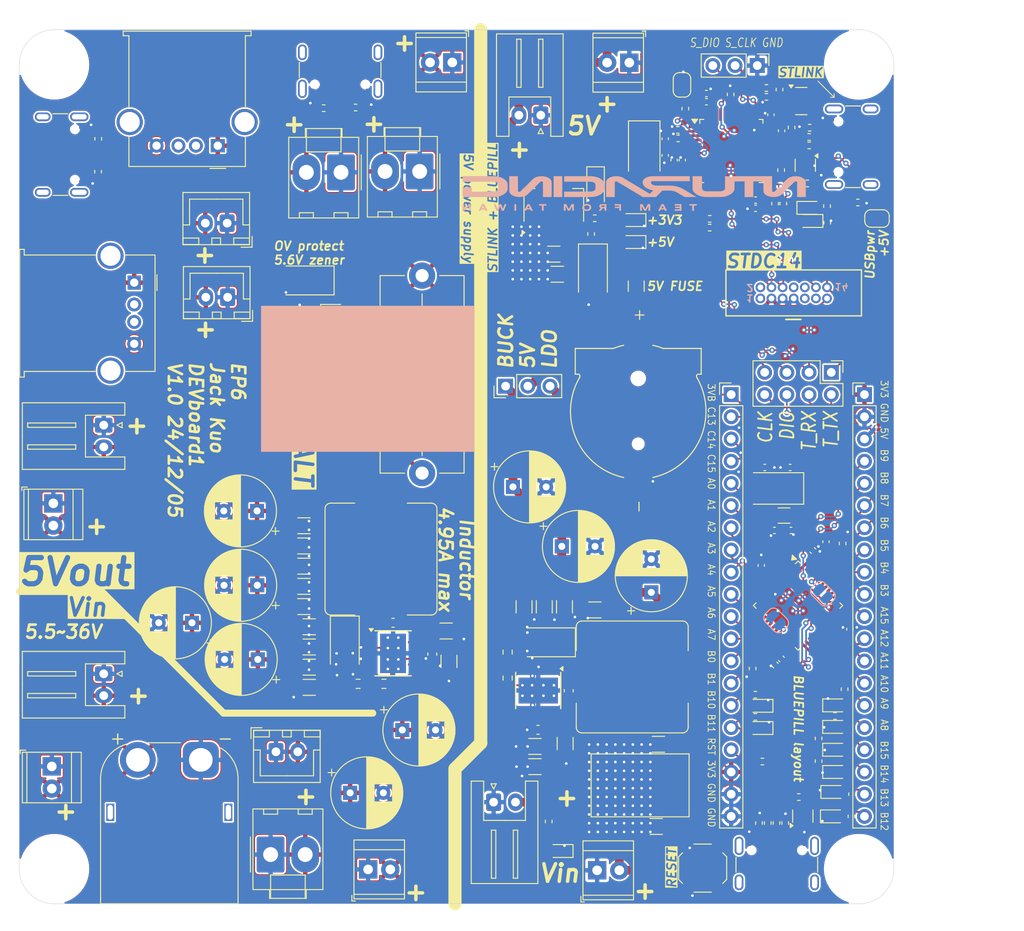
<source format=kicad_pcb>
(kicad_pcb (version 20240108) (generator "pcbnew") (generator_version "8.0")
  (title_block (title "DEVboard1") (date "2024-12-06") (rev "1.0") (company "NTURacing") (comment 1 "Jack Kuo"))
  (layers (0 "F.Cu" signal) (31 "B.Cu" signal) (34 "B.Paste" user) (35 "F.Paste" user) (36 "B.SilkS" user "B.Silkscreen") (37 "F.SilkS" user "F.Silkscreen") (38 "B.Mask" user) (39 "F.Mask" user) (44 "Edge.Cuts" user))
  (net 0 "")
  (net 1 "GND")
  (net 2 "+3V3")
  (net 3 "/MCU/OSC_IN")
  (net 4 "/MCU/OSC_OUT")
  (net 5 "/MCU/OSC32_IN")
  (net 6 "/MCU/OSC32_OUT")
  (net 7 "+5V")
  (net 8 "/STlink/OSC_IN")
  (net 9 "/STlink/OSC_OUT")
  (net 10 "/STlink/LED_STLINK")
  (net 11 "Net-(D1-A)")
  (net 13 "Net-(J1-CC1)")
  (net 14 "Net-(J1-CC2)")
  (net 16 "Net-(D4-K)")
  (net 17 "/MCU/VBUS")
  (net 18 "/MCU/USB_D-")
  (net 19 "/MCU/USB_D+")
  (net 20 "/MCU/PA4")
  (net 21 "/MCU/PB10")
  (net 22 "/MCU/PB11")
  (net 23 "/MCU/PA6")
  (net 24 "/MCU/PC13")
  (net 25 "/MCU/PA1")
  (net 26 "/MCU/PB0")
  (net 27 "/MCU/3VB")
  (net 28 "/MCU/PB1")
  (net 29 "/MCU/PA7")
  (net 30 "/MCU/PA0")
  (net 31 "/MCU/RESET")
  (net 32 "/MCU/PA5")
  (net 33 "/MCU/PA3")
  (net 34 "/MCU/PA2")
  (net 35 "/MCU/PB12")
  (net 36 "/MCU/PA8")
  (net 37 "/MCU/PB15")
  (net 38 "/MCU/PB4")
  (net 39 "/MCU/PB13")
  (net 40 "/MCU/USB_DN")
  (net 41 "/MCU/PB14")
  (net 42 "/MCU/PB8")
  (net 43 "/MCU/PB3")
  (net 44 "/MCU/PA10")
  (net 45 "/MCU/USB_DP")
  (net 46 "/MCU/PA9")
  (net 47 "/MCU/PB5")
  (net 48 "/MCU/PB7")
  (net 49 "/MCU/PB6")
  (net 50 "/MCU/PB9")
  (net 51 "/MCU/PA15")
  (net 52 "Net-(J4-CC2)")
  (net 53 "/STlink/USB_D-")
  (net 54 "/STlink/USB_D+")
  (net 55 "/STlink/VBUS")
  (net 57 "Net-(J4-CC1)")
  (net 59 "/T_VCP_TX")
  (net 61 "/T_SWCLK")
  (net 64 "/T_SWDIO")
  (net 66 "/GNDDetect")
  (net 68 "/T_VCP_RX")
  (net 69 "/T_NRST")
  (net 70 "/MCU/PA13")
  (net 71 "/MCU/PA14")
  (net 72 "/MCU/BOOT0")
  (net 73 "/MCU/BOOT1")
  (net 74 "/STlink/BOOT0")
  (net 75 "Net-(Q1-E)")
  (net 76 "Net-(Q1-B)")
  (net 77 "/STlink/USART2_TX")
  (net 78 "/MCU/NRST")
  (net 79 "/STlink/USART2_RX")
  (net 80 "/STlink/t_CLK")
  (net 81 "/STlink/t_DIO")
  (net 82 "Net-(U2-PC13)")
  (net 83 "Net-(U2-PC14)")
  (net 84 "Net-(U3-ST)")
  (net 85 "/STlink/USB_DP")
  (net 86 "Net-(U5-ST)")
  (net 87 "/STlink/USB_DN")
  (net 88 "Net-(U2-PB12)")
  (net 89 "/STlink/RENUM")
  (net 93 "/STlink/T_SWO")
  (net 98 "/STlink/S_DIO")
  (net 101 "/STlink/S_CLK")
  (net 117 "Net-(JP3-B)")
  (net 118 "/STlink/S_NRST")
  (net 123 "Net-(JP4-A)")
  (net 124 "Net-(D6-A)")
  (net 125 "Net-(D7-A)")
  (net 126 "Net-(D9-A)")
  (net 127 "Net-(D10-A)")
  (net 128 "Net-(D11-A)")
  (net 129 "Net-(D12-A)")
  (net 130 "Net-(D13-A)")
  (net 131 "Net-(D14-A)")
  (net 132 "Net-(U7-BOOT)")
  (net 133 "/5V_buck_sw")
  (net 134 "VBUS")
  (net 135 "/+5V_LDO")
  (net 136 "Net-(U8-BOOT)")
  (net 137 "/extPWR/5V_buck_sw")
  (net 138 "Net-(D3-A)")
  (net 139 "/+5V_buck")
  (net 140 "Net-(D20-A)")
  (net 141 "/5V_buck_FB")
  (net 142 "/extPWR/5V_buck_FB")
  (net 145 "/extPWR/Vin")
  (net 146 "Net-(D17-K)")
  (net 147 "/extPWR/+5V_buck")
  (net 149 "Net-(J19-CC1)")
  (net 154 "Net-(J19-CC2)")
  (net 158 "Net-(D19-A)")
  (net 159 "Net-(J8-Pin_2)")
  (net 167 "Net-(J22-CC2)")
  (net 173 "Net-(J22-CC1)")
  (net 182 "/extPWR/+5V_buck_raw")
  (net 183 "Net-(JP5-A)")
  (footprint "Resistor_SMD:R_0402_1005Metric" (layer "F.Cu") (at 146.9644 115.443 -90)
    (property "Reference" "R35" (hide yes))
    (property "Value" "1k")
  )
  (footprint "Resistor_SMD:R_0402_1005Metric" (layer "F.Cu") (at 145.8722 118.5164 180)
    (property "Reference" "R36" (hide yes))
    (property "Value" "1k")
  )
  (footprint "Capacitor_THT:CP_Radial_D8.0mm_P3.80mm" (layer "F.Cu") (at 96.393 120.1166)
    (property "Reference" "C52" (hide yes))
    (property "Value" "330u 25V")
  )
  (footprint "Resistor_SMD:R_0402_1005Metric" (layer "F.Cu") (at 143.9926 123.6726 -90)
    (property "Reference" "R38" (hide yes))
    (property "Value" "1k")
  )
  (footprint "Resistor_SMD:R_0402_1005Metric" (layer "F.Cu") (at 128.7526 49.022 -90)
    (property "Reference" "R6" (hide yes))
    (property "Value" "10k")
  )
  (footprint "Diode_SMD:D_SMA" (layer "F.Cu") (at 112.6744 110.0836 180)
    (property "Reference" "D8" (hide yes))
    (property "Value" "SS54")
  )
  (footprint "Capacitor_SMD:C_0402_1005Metric" (layer "F.Cu") (at 139.7626 51.5566 -90)
    (property "Reference" "C17" (hide yes))
    (property "Value" "0u1")
  )
  (footprint "Capacitor_SMD:C_1206_3216Metric" (layer "F.Cu") (at 85.1408 96.7472)
    (property "Reference" "C47" (hide yes))
    (property "Value" "22u 25V")
  )
  (footprint "Diode_SMD:D_SMA" (layer "F.Cu") (at 89.8144 110.5902 -90)
    (property "Reference" "D15" (hide yes))
    (property "Value" "SS54")
  )
  (footprint "Capacitor_SMD:C_0402_1005Metric" (layer "F.Cu") (at 143.34 99.58 -45)
    (property "Reference" "C8" (hide yes))
    (property "Value" "0u1")
  )
  (footprint "Capacitor_SMD:C_1206_3216Metric" (layer "F.Cu") (at 111.5568 124.3076 180)
    (property "Reference" "C25" (hide yes))
    (property "Value" "10u 35V")
  )
  (footprint "Capacitor_SMD:C_1206_3216Metric" (layer "F.Cu") (at 85.7504 110.6156)
    (property "Reference" "C41" (hide yes))
    (property "Value" "22u 25V")
  )
  (footprint "LED_SMD:LED_0603_1608Metric" (layer "F.Cu") (at 137.287 119.888 180)
    (property "Reference" "D7" (hide yes))
    (property "Value" "WHITE LED")
  )
  (footprint "Capacitor_SMD:C_1206_3216Metric" (layer "F.Cu") (at 118.4148 106.3752 180)
    (property "Reference" "C27" (hide yes))
    (property "Value" "22u 25V")
  )
  (footprint "Resistor_SMD:R_0603_1608Metric" (layer "F.Cu") (at 108.4326 114.173 -90)
    (property "Reference" "R42" (hide yes))
    (property "Value" "15k 1%")
  )
  (footprint "Capacitor_SMD:C_1206_3216Metric" (layer "F.Cu") (at 112.6236 106.0196 -90)
    (property "Reference" "C29" (hide yes))
    (property "Value" "22u 25V")
  )
  (footprint "Connector_JST:JST_XH_S2B-XH-A_1x02_P2.50mm_Horizontal" (layer "F.Cu") (at 62.251 85.237 -90)
    (property "Reference" "J29" (hide yes))
    (property "Value" "+5V")
  )
  (footprint "Connector_USB:USB_C_Receptacle_GCT_USB4105-xx-A_16P_TopMnt_Horizontal" (layer "F.Cu") (at 56.3454 54.2778 -90)
    (property "Reference" "J19" (hide yes))
    (property "Value" "USBC_RPI_5Vonly")
  )
  (footprint "Connector_PinHeader_2.54mm:PinHeader_1x03_P2.54mm_Vertical" (layer "F.Cu") (at 136.9822 44.0944 -90)
    (property "Reference" "J7" (hide yes))
    (property "Value" "S_SWD")
  )
  (footprint "Connector_USB:USB_C_Receptacle_GCT_USB4105-xx-A_16P_TopMnt_Horizontal" (layer "F.Cu") (at 148.8664 53.3854 90)
    (property "Reference" "J4" (hide yes))
    (property "Value" "USB_C_stm32")
  )
  (footprint "Resistor_SMD:R_0402_1005Metric" (layer "F.Cu") (at 113.1316 130.5814 -90)
    (property "Reference" "R31" (hide yes))
    (property "Value" "1k")
  )
  (footprint "TerminalBlock_TE-Connectivity:TerminalBlock_TE_282834-2_1x02_P2.54mm_Horizontal" (layer "F.Cu") (at 118.6688 136.1694)
    (property "Reference" "J16" (hide yes))
    (property "Value" "+24V")
  )
  (footprint "Resistor_SMD:R_0402_1005Metric" (layer "F.Cu") (at 139.0142 59.8932 -90)
    (property "Reference" "R8" (hide yes))
    (property "Value" "100R")
  )
  (footprint "Capacitor_SMD:C_1206_3216Metric" (layer "F.Cu") (at 125.6774 121.7492)
    (property "Reference" "C32" (hide yes))
    (property "Value" "10u 35V")
  )
  (footprint "Jumper:SolderJumper-2_P1.3mm_Bridged2Bar_RoundedPad1.0x1.5mm" (layer "F.Cu") (at 150.6728 61.595)
    (property "Reference" "JP4" (hide yes))
    (property "Value" "VBUS_5V")
  )
  (footprint "Resistor_SMD:R_0402_1005Metric" (layer "F.Cu") (at 147.7518 129.9972 -90)
    (property "Reference" "R40" (hide yes))
    (property "Value" "1k")
  )
  (footprint "Crystal:Crystal_SMD_5032-2Pin_5.0x3.2mm" (layer "F.Cu") (at 124.0562 53.4736 -90)
    (property "Reference" "Y3" (hide yes))
    (property "Value" "8MHz X50328MSB2GI")
  )
  (footprint "Resistor_SMD:R_0402_1005Metric" (layer "F.Cu") (at 136.4488 113.0808 -90)
    (property "Reference" "R2" (hide yes))
    (property "Value" "100k")
  )
  (footprint "Resistor_SMD:R_0402_1005Metric" (layer "F.Cu") (at 143.9926 121.0818 -90)
    (property "Reference" "R37" (hide yes))
    (property "Value" "1k")
  )
  (footprint "Connector_JST:JST_XH_S2B-XH-A_1x02_P2.50mm_Horizontal" (layer "F.Cu") (at 106.8324 128.3716)
    (property "Reference" "J9" (hide yes))
    (property "Value" "+5V")
  )
  (footprint "Connector_Molex:Molex_KK-396_A-41791-0002_1x02_P3.96mm_Vertical" (layer "F.Cu") (at 98.3742 56.2102 180)
    (property "Reference" "J18" (hide yes))
    (property "Value" "+5V")
  )
  (footprint "Resistor_SMD:R_0402_1005Metric" (layer "F.Cu") (at 131.5466 62.6364)
    (property "Reference" "R1" (hide yes))
    (property "Value" "100R")
  )
  (footprint "Capacitor_SMD:C_1206_3216Metric" (layer "F.Cu") (at 85.1408 103.6814)
    (property "Reference" "C38" (hide yes))
    (property "Value" "22u 25V")
  )
  (footprint "Capacitor_SMD:C_1206_3216Metric" (layer "F.Cu") (at 85.7504 112.927)
    (property "Reference" "C42" (hide yes))
    (property "Value" "22u 25V")
  )
  (footprint "Capacitor_SMD:C_0402_1005Metric" (layer "F.Cu") (at 138.94 97.28 180)
    (property "Reference" "C12" (hide yes))
    (property "Value" "15p")
  )
  (footprint "Capacitor_SMD:C_0402_1005Metric" (layer "F.Cu") (at 144.84 98.58 -90)
    (property "Reference" "C1" (hide yes))
    (property "Value" "10u 6V")
  )
  (footprint "Resistor_SMD:R_0402_1005Metric" (layer "F.Cu") (at 139.959 59.8888 -90)
    (property "Reference" "R7" (hide yes))
    (property "Value" "100R")
  )
  (footprint "Crystal:Crystal_SMD_5032-2Pin_5.0x3.2mm" (layer "F.Cu") (at 139.24 92.48 180)
    (property "Reference" "Y1" (hide yes))
    (property "Value" "8MHz X50328MSB2GI")
  )
  (footprint "MountingHole:MountingHole_3.2mm_M3" (layer "F.Cu") (at 56.6 136)
    (property "Reference" "H3" (hide yes))
    (property "Value" "MountingHole")
  )
  (footprint "Connector_Molex:Molex_KK-396_A-41791-0002_1x02_P3.96mm_Vertical" (layer "F.Cu") (at 81.3308 134.366)
    (property "Reference" "J13" (hide yes))
    (property "Value" "Vin")
  )
  (footprint "LED_SMD:LED_0603_1608Metric" (layer "F.Cu") (at 122.7582 61.7728 180)
    (property "Reference" "D20" (hide yes))
    (property "Value" "RED LED")
  )
  (footprint "Resistor_SMD:R_0402_1005Metric" (layer "F.Cu") (at 117.983 63.373 90)
    (property "Reference" "R48" (hide yes))
    (property "Value" "1k")
  )
  (footprint "LED_SMD:LED_0603_1608Metric" (layer "F.Cu") (at 137.287 117.348 180)
    (property "Reference" "D6" (hide yes))
    (property "Value" "WHITE LED")
  )
  (footprint "Connector_AMASS:AMASS_XT60PW-M_1x02_P7.20mm_Horizontal" (layer "F.Cu") (at 73.3484 123.533 180)
    (property "Reference" "J15" (hide yes))
    (property "Value" "Vin")
  )
  (footprint "Capacitor_SMD:C_0603_1608Metric" (layer "F.Cu") (at 95.3262 107.847)
    (property "Reference" "C33" (hide yes))
    (property "Value" "10n")
  )
  (footprint "Package_SO:TI_SO-PowerPAD-8_ThermalVias" (layer "F.Cu") (at 95.3358 111.3426)
    (property "Reference" "U8" (hide yes))
    (property "Value" "TPS5430DDAR")
  )
  (footprint "Capacitor_SMD:C_0402_1005Metric" (layer "F.Cu") (at 131.1656 47.2948)
    (property "Reference" "C14" (hide yes))
    (property "Value" "10u 6V")
  )
  (footprint "Capacitor_SMD:C_0402_1005Metric" (layer "F.Cu") (at 138.5434 49.7278 90)
    (property "Reference" "C13" (hide yes))
    (property "Value" "10u 6V")
  )
  (footprint "Resistor_SMD:R_0603_1608Metric" (layer "F.Cu") (at 108.4326 111.2012 -90)
    (property "Reference" "R34" (hide yes))
    (property "Value" "47k 1%")
  )
  (footprint "Connector_USB:USB_A_Molex_67643_Horizontal" (layer "F.Cu") (at 75.2898 53.2638 180)
    (property "Reference" "J23" (hide yes))
    (property "Value" "USBA_RPI_5Vonly")
  )
  (footprint "MountingHole:MountingHole_3.2mm_M3" (layer "F.Cu") (at 148.6 44)
    (property "Reference" "H1" (hide yes))
    (property "Value" "MountingHole")
  )
  (footprint "Capacitor_SMD:C_1206_3216Metric" (layer "F.Cu") (at 111.5568 121.9962 180)
    (property "Reference" "C45" (hide yes))
    (property "Value" "10u 35V")
  )
  (footprint "Resistor_SMD:R_0402_1005Metric" (layer "F.Cu") (at 147.828 127.4572 -90)
    (property "Reference" "R39" (hide yes))
    (property "Value" "1k")
  )
  (footprint "LED_SMD:LED_0603_1608Metric" (layer "F.Cu") (at 143.0001 61.8744 180)
    (property "Reference" "D4" (hide yes))
    (property "Value" "RED led")
  )
  (footprint "LED_SMD:LED_0603_1608Metric" (layer "F.Cu") (at 145.9484 117.2972)
    (property "Reference" "D9" (hide yes))
    (property "Value" "WHITE LED")
  )
  (footprint "Capacitor_SMD:C_0603_1608Metric" (layer "F.Cu") (at 111.9124 120.0912)
    (property "Reference" "C26" (hide yes))
    (property "Value" "0u1")
  )
  (footprint "Capacitor_SMD:C_0402_1005Metric" (layer "F.Cu") (at 136.7908 59.4814 180)
    (property "Reference" "C16" (hide yes))
    (property "Value" "0u1")
  )
  (footprint "Capacitor_SMD:C_1206_3216Metric" (layer "F.Cu") (at 85.1408 101.37)
    (property "Reference" "C49" (hide yes))
    (property "Value" "22u 25V")
  )
  (footprint "Capacitor_SMD:C_0402_1005Metric" (layer "F.Cu") (at 127.469 54.9094 90)
    (property "Reference" "C3" (hide yes))
    (property "Value" "10u 6V")
  )
  (footprint "Capacitor_SMD:C_0603_1608Metric" (layer "F.Cu") (at 99.822 111.4284 90)
    (property "Reference" "C37" (hide yes))
    (property "Value" "0u1")
  )
  (footprint "Capacitor_SMD:C_0402_1005Metric" (layer "F.Cu") (at 126.4562 54.3736 -90)
    (property "Reference" "C20" (hide yes))
    (property "Value" "30p")
  )
  (footprint "Capacitor_SMD:C_0402_1005Metric" (layer "F.Cu") (at 126.4562 52.4736 90)
    (property "Reference" "C19" (hide yes))
    (property "Value" "30p")
  )
  (footprint "Connector_JST:JST_XH_S2B-XH-A_1x02_P2.50mm_Horizontal" (layer "F.Cu") (at 112.2226 49.7796 180)
    (property "Reference" "J11" (hide yes))
    (property "Value" "+5V")
  )
  (footprint "TerminalBlock_TE-Connectivity:TerminalBlock_TE_282834-2_1x02_P2.54mm_Horizontal" (layer "F.Cu") (at 122.3518 43.7642 180)
    (property "Reference" "J26" (hide yes))
    (property "Value" "+24V")
  )
  (footprint "Resistor_SMD:R_0402_1005Metric" (layer "F.Cu") (at 136.7536 118.618)
    (property "Reference" "R33" (hide yes))
    (property "Value" "1k")
  )
  (footprint "Fuse:Fuse_1206_3216Metric" (layer "F.Cu") (at 82.042 84.7538 90)
    (property "Reference" "F3" (hide yes))
    (property "Value" "5Vbuck_PPTC")
  )
  (footprint "LED_SMD:LED_0603_1608Metric" (layer "F.Cu") (at 88.5444 72.1614)
    (property "Reference" "D17" (hide yes))
    (property "Value" "RED LED")
  )
  (footprint "Jumper:SolderJumper-2_P1.3mm_Open_RoundedPad1.0x1.5mm" (layer "F.Cu") (at 82.042 79.4198 90)
    (property "Reference" "JP5" (hide yes))
    (property "Value" "PPTC_EN")
  )
  (footprint "Resistor_SMD:R_0402_1005Metric" (layer "F.Cu") (at 139.176 130.7592 -90)
    (property "Reference" "R14" (hide yes))
    (property "Value" "10R")
  )
  (footprint "Resistor_SMD:R_0402_1005Metric" (layer "F.Cu") (at 127.9262 52.4202 180)
    (property "Reference" "R13" (hide yes))
    (property "Value" "10k")
  )
  (footprint "Capacitor_SMD:C_1206_3216Metric" (layer "F.Cu") (at 115.0112 121.6678 -90)
    (property "Reference" "C24" (hide yes))
    (property "Value" "10u 35V")
  )
  (footprint "TerminalBlock_TE-Connectivity:TerminalBlock_TE_282834-2_1x02_P2.54mm_Horizontal" (layer "F.Cu") (at 92.4814 136.0678)
    (property "Reference" "J27" (hide yes))
    (property "Value" "Vin")
  )
  (footprint "LED_SMD:LED_0603_1608Metric" (layer "F.Cu") (at 145.6944 129.9972)
    (property "Reference" "D14" (hide yes))
    (property "Value" "WHITE LED")
  )
  (footprint "Resistor_SMD:R_0402_1005Metric" (layer "F.Cu") (at 127.9008 51.455 180)
    (property "Reference" "R11" (hide yes))
    (property "Value" "10k")
  )
  (footprint "Capacitor_SMD:C_0402_1005Metric" (layer "F.Cu") (at 139.74 111.98 135)
    (property "Reference" "C6" (hide yes))
    (property "Value" "0u1")
  )
  (footprint "LED_SMD:LED_0603_1608Metric" (layer "F.Cu") (at 145.9484 119.761)
    (property "Reference" "D10" (hide yes))
    (property "Value" "WHITE LED")
  )
  (footprint "Resistor_SMD:R_0402_1005Metric" (layer "F.Cu") (at 138.0236 47.6758 180)
    (property "Reference" "R22" (hide yes))
    (property "Value" "33k")
  )
  (footprint "nturt_kicad_lib_EP6:box_header_14P_pitch127" (layer "F.Cu") (at 137.3378 70.739 180)
    (property "Reference" "J5" (hide yes))
    (property "Value" "STDC14")
  )
  (footprint "Connector_USB:USB_C_Receptacle_GCT_USB4105-xx-A_16P_TopMnt_Horizontal" (layer "F.Cu") (at 89.281 43.652 180)
    (property "Reference" "J22" (hide yes))
    (property "Value" "USBC_RPI_5Vonly")
  )
  (footprint "Package_SO:TI_SO-PowerPAD-8_ThermalVias" (layer "F.Cu") (at 111.9311 115.5954 -90)
    (property "Reference" "U7" (hide yes))
    (property "Value" "TPS5430DDAR")
  )
  (footprint "Connector_PinHeader_2.54mm:PinHeader_1x03_P2.54mm_Vertical" (layer "F.Cu") (at 108.204 80.772 90)
    (property "Reference" "J8" (hide yes))
    (property "Value" "5V_source")
  )
  (footprint "Crystal:Crystal_SMD_3215-2Pin_3.2x1.5mm" (layer "F.Cu") (at 140.04 95.58)
    (property "Reference" "Y2" (hide yes))
    (property "Value" "32.768kHz Q13FC13500004")
  )
  (footprint "Resistor_SMD:R_0402_1005Metric" (layer "F.Cu") (at 140.9056 51.1756 -90)
    (property "Reference" "R25" (hide yes))
    (property "Value" "1k5")
  )
  (footprint "Resistor_SMD:R_0402_1005Metric" (layer "F.Cu") (at 142.9766 51.2064)
    (property "Reference" "R24" (hide yes))
    (property "Value" "5k1")
  )
  (footprint "Resistor_SMD:R_0402_1005Metric" (layer "F.Cu") (at 142.9122 52.2678 180)
    (property "Reference" "R28" (hide yes))
    (property "Value" "100R")
  )
  (footprint "Capacitor_THT:CP_Radial_D8.0mm_P3.80mm" (layer "F.Cu") (at 79.8068 103.5558 180)
    (property "Reference" "C44" (hide yes))
    (property "Value" "330u 25V")
  )
  (footprint "TerminalBlock_TE-Connectivity:TerminalBlock_TE_282834-2_1x02_P2.54mm_Horizontal" (layer "F.Cu") (at 56.4896 94.1832 -90)
    (property "Reference" "J10" (hide yes))
    (property "Value" "+5V")
  )
  (footprint "Connector_PinHeader_2.54mm:PinHeader_1x20_P2.54mm_Vertical" (layer "F.Cu") (at 134 81.74)
    (property "Reference" "J2" (hide yes))
    (property "Value" "Conn_01x20")
  )
  (footprint "Capacitor_SMD:C_1206_3216Metric" (layer "F.Cu") (at 101.727 112.2666 -90)
    (property "Reference" "C35" (hide yes))
    (property "Value" "10u 35V")
  )
  (footprint "Resistor_SMD:R_0402_1005Metric" (layer "F.Cu") (at 144.9578 60.1726 90)
    (property "Reference" "R9" (hide yes))
    (property "Value" "220R")
  )
  (footprint "Capacitor_THT:CP_Radial_D8.0mm_P3.80mm" (layer "F.Cu") (at 79.8676 112.0394 180)
    (property "Reference" "C50" (hide yes))
    (property "Value" "330u 25V")
  )
  (footprint "Resistor_SMD:R_0402_1005Metric" (layer "F.Cu") (at 133.9342 47.3964 90)
    (property "Reference" "R10" (hide yes))
    (property "Value" "100k")
  )
  (footprint "Button_Switch_SMD:SW_Push_1P1T_XKB_TS-1187A" (layer "F.Cu") (at 130.7338 135.9154 90)
    (property "Reference" "SW1" (hide yes))
    (property "Value" "TS-1187A-B-A-B")
  )
  (footprint "Resistor_SMD:R_0402_1005Metric" (layer "F.Cu") (at 137.176 130.7592 -90)
    (property "Reference" "R16" (hide yes))
    (property "Value" "5k1")
  )
  (footprint "Connector_USB:USB_C_Receptacle_GCT_USB4105-xx-A_16P_TopMnt_Horizontal" (layer "F.Cu") (at 139.2174 136.4742)
    (property "Reference" "J1" (hide yes))
    (property "Value" "USB_C_stm32")
  )
  (footprint "Capacitor_SMD:C_0402_1005Metric" (layer "F.Cu") (at 139.04 112.68 135)
    (property "Reference" "C2" (hide yes))
    (property "Value" "10u 6V")
  )
  (footprint "Jumper:SolderJumper-2_P1.3mm_Open_RoundedPad1.0x1.5mm" (layer "F.Cu") (at 128.3716 46.3042 -90)
    (property "Reference" "JP3" (hide yes))
    (property "Value" "S_RESET")
  )
  (footprint "Package_TO_SOT_SMD:SOT-363_SC-70-6" (layer "F.Cu") (at 142.1892 129.9718 90)
    (property "Reference" "U5" (hide yes))
    (property "Value" "LM66100DCK")
  )
  (footprint "Resistor_SMD:R_0603_1608Metric" (layer "F.Cu") (at 94.2848 114.832)
    (property "Reference" "R44" (hide yes))
    (property "Value" "15k 1%")
  )
  (footprint "Capacitor_SMD:C_0402_1005Metric" (layer "F.Cu") (at 140.84 97.28)
    (property "Reference" "C11" (hide yes))
    (property "Value" "15p")
  )
  (footprint "MountingHole:MountingHole_3.2mm_M3" (layer "F.Cu") (at 148.6 136)
    (property "Reference" "H4" (hide yes))
    (property "Value" "MountingHole")
  )
  (footprint "TerminalBlock_TE-Connectivity:TerminalBlock_TE_282834-2_1x02_P2.54mm_Horizontal" (layer "F.Cu") (at 56.3118 124.2822 -90)
    (property "Reference" "J12" (hide yes))
    (property "Value" "Vin")
  )
  (footprint "Capacitor_SMD:C_0402_1005Metric" (layer "F.Cu") (at 140.74 90.08 180)
    (property "Reference" "C9" (hide yes))
    (property "Value" "33p")
  )
  (footprint "Resistor_SMD:R_0603_1608Metric" (layer "F.Cu") (at 91.3384 114.832)
    (property "Reference" "R41" (hide yes))
    (property "Value" "47k 1%")
  )
  (footprint "Diode_SMD:D_SOD-123" (layer "F.Cu") (at 118.491 58.04 -90)
    (property "Reference" "D2" (hide yes))
    (property "Value" "3.3V 123 (BZT52B3V3)")
  )
  (footprint "Inductor_SMD:L_Bourns_SRR1260" (layer "F.Cu") (at 122.682 114.046)
    (property "Reference" "L1" (hide yes))
    (property "Value" "22uH 3.7A (SMDRI129-220MT)")
  )
  (footprint "Resistor_SMD:R_0402_1005Metric" (layer "F.Cu") (at 148.4884 59.7662 180)
    (property "Reference" "R23" (hide yes))
    (property "Value" "5k1")
  )
  (footprint "Capacitor_SMD:C_1206_3216Metric" (layer "F.Cu") (at 114.935 106.0196 -90)
    (property "Reference" "C28" (hide yes))
    (property "Value" "22u 25V")
  )
  (footprint "Resistor_SMD:R_0402_1005Metric" (layer "F.Cu") (at 118.3894 61.5696)
    (property "Reference" "R46" (hide yes))
    (property "Value" "1k")
  )
  (footprint "nturt_kicad_lib_EP6:BAT_1056" (layer "F.Cu") (at 123.3678 83.8708 -90)
    (property "Reference" "BT1" (hide yes))
    (property "Value" "1056")
  )
  (footprint "Capacitor_THT:CP_Radial_D8.0mm_P3.80mm" (layer "F.Cu") (at 114.630949 99.1108)
    (property "Reference" "C55" (hide yes))
    (property "Value" "330u 25V")
  )
  (footprint "Capacitor_SMD:C_0603_1608Metric" (layer "F.Cu") (at 115.4176 115.6208 -90)
    (property "Reference" "C23" (hide yes))
    (property "Value" "10n")
  )
  (footprint "LED_SMD:LED_0603_1608Metric" (layer "F.Cu") (at 122.7582 64.2874 180)
    (property "Reference" "D19" (hide yes))
    (property "Value" "RED LED")
  )
  (footprint "Capacitor_THT:CP_Radial_D8.0mm_P3.80mm" (layer "F.Cu") (at 72.3392 107.8484 180)
    (property "Reference" "C51" (hide yes))
    (property "Value" "330u 25V")
  )
  (footprint "Resistor_SMD:R_0402_1005Metric" (layer "F.Cu") (at 87.4014 48.9712)
    (property "Reference" "R50" (hide yes))
    (property "Value" "56k")
  )
  (footprint "Capacitor_THT:CP_Radial_D8.0mm_P3.80mm" (layer "F.Cu") (at 79.7814 95.0468 180)
    (property "Reference" "C43" (hide yes))
    (property "Value" "330u 25V")
  )
  (footprint "Capacitor_SMD:C_1206_3216Metric" (layer "F.Cu") (at 113.7158 65.671 180)
    (property "Reference" "C22" (hide yes))
    (property "Value" "47u 10V")
  )
  (footprint "TerminalBlock_TE-Connectivity:TerminalBlock_TE_282834-2_1x02_P2.54mm_Horizontal" (layer "F.Cu") (at 102.108 43.7388 180)
    (property "Reference" "J25" (hide yes))
    (property "Value" "+24V")
  )
  (footprint "Resistor_SMD:R_0402_1005Metric" (layer "F.Cu") (at 61.6204 52.4764 -90)
    (property "Reference" "R45" (hide yes))
    (property "Value" "56k")
  )
  (footprint "Resistor_SMD:R_0402_1005Metric" (layer "F.Cu") (at 144.9832 62.0776 90)
    (property "Reference" "R15" (hide yes))
    (property "Value" "220R")
  )
  (footprint "Capacitor_SMD:C_1206_3216Metric" (layer "F.Cu") (at 85.7504 115.2384 180)
    (property "Reference" "C46" (hide yes))
    (property "Value" "22u 25V")
  )
  (footprint "Connector_USB:USB_A_Molex_67643_Horizontal" (layer "F.Cu") (at 65.7358 68.9314 -90)
    (property "Reference" "J20" (hide yes))
    (property "Value" "USBA_RPI_5Vonly")
  )
  (footprint "Resistor_SMD:R_0402_1005Metric" (layer "F.Cu") (at 138.0236 46.6598)
    (property "Reference" "R21" (hide yes))
    (property "Value" "100R")
  )
  (footprint "Capacitor_SMD:C_1206_3216Metric" (layer "F.Cu") (at 85.1408 99.0586)
    (property "Reference" "C48" (hide yes))
    (property "Value" "22u 25V")
  )
  (footprint "Capacitor_SMD:C_0402_1005Metric" (layer "F.Cu") (at 131.1656 48.2346)
    (property "Reference" "C18" (hide yes))
    (property "Value" "0u1")
  )
  (footprint "Resistor_SMD:R_0402_1005Metric" (layer "F.Cu") (at 137.5664 123.7234)
    (property "Reference" "R3" (hide yes))
    (property "Value" "10k")
  )
  (footprint "Resistor_SMD:R_0402_1005Metric" (layer "F.Cu") (at 140.176 130.7592 -90)
    (property "Reference" "R17" (hide yes))
    (property "Value" "5k1")
  )
  (footprint "Fuse:Fuse_1206_3216Metric" (layer "F.Cu") (at 123.1392 69.342 90)
    (property "Reference" "F1" (hide yes))
    (property "Value" "0.5A")
  )
  (footprint "Resistor_SMD:R_0402_1005Metric" (layer "F.Cu") (at 85.09 72.0852 180)
    (property "Reference" "R43" (hide yes))
    (property "Value" "1k")
  )
  (footprint "Capacitor_SMD:C_0402_1005Metric" (layer "F.Cu") (at 137.84 90.08)
    (property "Reference" "C10" (hide yes))
    (property "Value" "33p")
  )
  (footprint "LED_SMD:LED_0603_1608Metric" (layer "F.Cu") (at 145.9484 122.3772)
    (property "Reference" "D11" (hide yes))
    (property "Value" "WHITE LED")
  )
  (footprint "MountingHole:MountingHole_3.2mm_M3" (layer "F.Cu") (at 56.6 44)
    (property "Reference" "H2" (hide yes))
    (property "Value" "MountingHole")
  )
  (footprint "Package_TO_SOT_SMD:SOT-223-3_TabPin2" (layer "F.Cu") (at 113.7158 60.071 90)
    (property "Reference" "U4" (hide yes))
    (property "Value" "AMS1117-3.3")
  )
  (footprint "Resistor_SMD:R_0402_1005Metric" (layer "F.Cu") (at 139.5222 46.8376 -90)
    (property "Reference" "R20" (hide yes))
    (property "Value" "10k")
  )
  (footprint "Resistor_SMD:R_0402_1005Metric" (layer "F.Cu") (at 131.5466 61.6364)
    (property "Reference" "R4" (hide yes))
    (property "Value" "100R")
  )
  (footprint "Capacitor_SMD:C_1206_3216Metric" (layer "F.Cu") (at 85.7504 108.3042)
    (property "Reference" "C40" (hide yes))
    (property "Value" "22u 25V")
  )
  (footprint "Package_TO_SOT_SMD:SOT-363_SC-70-6" (layer "F.Cu") (at 142.4748 55.5046 -90)
    (property "Reference" "U3" (hide yes))
    (property "Value" "LM66100DCK")
  )
  (footprint "Resistor_SMD:R_0402_1005Metric" (layer "F.Cu") (at 136.7536 116.078)
    (property "Reference" "R32" (hide yes))
    (property "Value" "1k")
  )
  (footprint "Resistor_SMD:R_0402_1005Metric" (layer "F.Cu") (at 91.059 48.895 180)
    (property "Reference" "R49" (hide yes))
    (property "Value" "56k")
  )
  (footprint "Resistor_SMD:R_0402_1005Metric" (layer "F.Cu") (at 142.6972 57.5818 180)
    (property "Reference" "R18" (hide yes))
    (property "Value" "10k")
  )
  (footprint "PCM_Package_TO_SOT_SMD_AKL:TO-252-2" (layer "F.Cu") (at 123.5864 126.4482 180)
    (property "Reference" "U6" (hide yes))
    (property "Value" "L78M05ABDT" (hide yes))
  )
  (footprint "Connector_JST:JST_XH_B2B-XH-A_1x02_P2.50mm_Vertical" (layer "F.Cu") (at 76.3632 62.1284 180)
    (property "Reference" "J24" (hide yes))
    (property "Value" "+5V")
  )
  (footprint "LED_SMD:LED_0603_1608Metric" (layer "F.Cu") (at 145.9484 124.9172)
    (property "Reference" "D12" (hide yes))
    (property "Value" "WHITE LED")
  )
  (footprint "Package_QFP:LQFP-48_7x7mm_P0.5mm" (layer "F.Cu") (at 141.64 105.88 -45)
    (property "Reference" "U1" (hide yes))
    (property "Value" "STM32F103CBT6")
  )
  (footprint "Connector_PinHeader_2.54mm:PinHeader_2x04_P2.54mm_Vertical" (layer "F.Cu") (at 145.4454 79.2 -90)
    (property "Reference" "J6" (hide yes))
    (property "Value" "DEBUG")
  )
  (footprint "Diode_SMD:D_SMA" (layer "F.Cu") (at 85.0834 68.6816 180)
    (property "Reference" "D18" (hide yes))
    (property "Value" "5.6V 1SMA5919A")
  )
  (footprint "Capacitor_THT:CP_Radial_D8.0mm_P3.80mm" (layer "F.Cu") (at 90.424 127.3048)
    (property "Reference" "C53" (hide yes))
    (property "Value" "330u 25V")
  )
  (footprint "LED_SMD:LED_0603_1608Metric" (layer "F.Cu") (at 145.7452 127.2032)
    (property "Reference" "D13" (hide yes))
    (property "Value" "WHITE LED")
  )
  (footprint "Capacitor_SMD:C_1206_3216Metric" (layer "F.Cu") (at 114.1158 67.971 180)
    (property "Reference" "C21" (hide yes))
    (property "Value" "47u 10V")
  )
  (footprint "Capacitor_SMD:C_0402_1005Metric" (layer "F.Cu") (at 147.574 108.585 -90)
    (property "Reference" "C7" (hide yes))
    (property "Value" "0u1")
  )
  (footprint "Package_QFP:LQFP-48_7x7mm_P0.5mm" (layer "F.Cu") (at 134.0222 53.868)
    (property "Reference" "U2" (hide yes))
    (property "Value" "STM32F103CBT6")
  )
  (footprint "Capacitor_SMD:C_1206_3216Metric" (layer "F.Cu") (at 85.1408 105.9928)
    (property "Reference" "C39" (hide yes))
    (property "Value" "22u 25V")
  )
  (footprint "Capacitor_THT:CP_Radial_D8.0mm_P3.80mm" (layer "F.Cu") (at 124.8664 104.3686 90)
    (property "Reference" "C36" (hide yes))
    (property "Value" "330u 25V")
  )
  (footprint "Package_TO_SOT_SMD:SOT-23" (layer "F.Cu") (at 142.0114 48.1584)
    (property "Reference" "Q1" (hide yes))
    (property "Value" "MMBT3904")
  )
  (footprint "Capacitor_SMD:C_1206_3216Metric" (layer "F.Cu") (at 125.4234 131.1472 180)
    (property "Reference" "C31" (hide yes))
    (property "Value" "10u 35V")
  )
  (footprint "LED_SMD:LED_0603_1608Metric" (layer "F.Cu") (at 114.427 133.9596 180)
    (property "Reference" "D3" (hide yes))
    (property "Value" "RED LED")
  )
  (footprint "Diode_SMD:D_SMA" (layer "F.Cu") (at 118.1862 68.0212 -90)
    (property "Reference" "D5" (hide yes))
    (property "Value" "5.6V 1SMA5919A")
  )
  (footprint "Resistor_SMD:R_0402_1005Metric" (layer "F.Cu") (at 142.9122 53.233 180)
    (property "Reference" "R27" (hide yes))
    (property "Value" "100R")
  )
  (footprint "Resistor_SMD:R_0402_1005Metric" (layer "F.Cu") (at 139.7118 56.0524 -90)
    (property "Reference" "R19" (hide yes))
    (property "Value" "100R")
  )
  (footprint "Connector_JST:JST_XH_B2B-XH-A_1x02_P2.50mm_Vertical" (layer "F.Cu") (at 76.4194 70.6036 180)
    (property "Reference" "J21" (hide yes))
    (property "Value" "+5V")
  )
  (footprint "Capacitor_SMD:C_0402_1005Metric" (layer "F.Cu") (at 137.44 101.28 90)
    (property "Reference" "C5" (hide yes))
    (property "Value" "0u1")
  )
  (footprint "Connector_JST:JST_XH_S2B-XH-A_1x02_P2.50mm_Horizontal" (layer "F.Cu") (at 62.251 113.685 -90)
    (property "Reference" "J30" (hide yes))
    (property "Value" "Vin")
  )
  (footprint "Inductor_SMD:L_Bourns_SRR1260" (layer "F.Cu") (at 93.9546 100.5586 90)
    (property "Reference" "L2" (hide yes))
    (property "Value" "22uH 3.7A (SMDRI129-220MT)")
  )
  (footprint "Resistor_SMD:R_0402_1005Metric" (layer "F.Cu") (at 146.74 98.78 90)
    (property "Reference" "R5" (hide yes))
    (property "Value" "100k")
  )
  (footprint "Connector_Molex:Molex_KK-396_A-41791-0002_1x02_P3.96mm_Vertical" (layer "F.Cu") (at 89.3826 56.3118 180)
    (property "Reference" "J17" (hide yes))
    (property "Value" "+5V")
  )
  (footprint "Connector_JST:JST_XH_B2B-XH-A_1x02_P2.50mm_Vertical" (layer "F.Cu") (at 81.9404 122.6058)
    (property "Reference" "J14" (hide yes))
    (property "Value" "Vin")
  )
  (footprint "Resistor_SMD:R_0402_1005Metric" (layer "F.Cu") (at 141.732 127.7874)
    (property "Reference" "R26" (hide yes))
    (property "Value" "10k")
  )
  (footprint "Connector_PinHeader_2.54mm:PinHeader_1x20_P2.54mm_Vertical" (layer "F.Cu") (at 149.24 81.74)
    (property "Reference" "J3" (hide yes))
    (property "Value" "Conn_01x20")
  )
  (footprint "Resistor_SMD:R_0402_1005Metric" (layer "F.Cu") (at 138.176 130.7592 -90)
    (property "Reference" "R12" (hide yes))
    (property "Value" "10R")
  )
  (footprint "Capacitor_SMD:C_1206_3216Metric" (layer "F.Cu") (at 101.3968 108.7868)
    (property "Reference" "C34" (hide yes))
    (property "Value" "10u 35V")
  )
  (footprint "Capacitor_THT:CP_Radial_D8.0mm_P3.80mm" (layer "F.Cu") (at 109.042949 92.3036)
    (property "Reference" "C54" (hide yes))
    (property "Value" "330u 25V")
  )
  (footprint "PCM_Fuse_AKL:Fuseholder_Cylinder-5x20mm_Stelvio-Kontek_PTF78_Horizontal_Open" (layer "F.Cu") (at 98.6536 90.7258 90)
    (property "Reference" "F2" (hide yes))
    (property "Value" "5Vbuck_fuse" (hide yes))
  )
  (footprint "Capacitor_SMD:C_1206_3216Metric" (layer "F.Cu") (at 110.3122 106.0196 -90)
    (property "Reference" "C30" (hide yes))
    (property "Value" "22u 25V")
  )
  (footprint "LED_SMD:LED_0603_1608Metric" (layer "F.Cu") (at 143.002 60.3758)
    (property "Reference" "D1" (hide yes))
    (property "Value" "YELLOW led")
  )
  (footprint "Capacitor_SMD:C_0402_1005Metric" (layer "F.Cu") (at 136.7908 60.4212 180)
    (property "Reference" "C4" (hide yes))
    (property "Value" "10u 6V")
  )
  (footprint "Capacitor_SMD:C_0402_1005Metric" (layer "F.Cu") (at 128.4088 54.9094 90)
    (property "Reference" "C15" (hide yes))
    (property "Value" "0u1")
  )
  (footprint "Resistor_SMD:R_0402_1005Metric" (layer "F.Cu") (at 61.595 56.2356 90)
    (property "Reference" "R47" (hide yes))
    (property "Value" "56k")
  )
  (footprint "Jumper:SolderJumper-2_P1.3mm_Open_RoundedPad1.0x1.5mm" (layer "B.Cu") (at 139.14 107.58 135)
    (property "Reference" "JP2" (hide yes))
    (property "Value" "BOOT1")
  )
  (footprint "Jumper:SolderJumper-2_P1.3mm_Open_RoundedPad1.0x1.5mm" (layer "B.Cu") (at 144.480381 104.520381 -45)
    (property "Reference" "JP1" (hide yes))
    (property "Value" "BOOT0")
  )
  (gr_poly (pts (xy 107.994373 60.19539) (xy 107.955842 60.291848) (xy 107.923464 60.370942) (xy 107.910635 60.401404) (xy 107.90061 60.424437) (xy 107.893809 60.439012) (xy 107.89175 60.442806) (xy 107.891078 60.443773) (xy 107.890655 60.444099) (xy 107.889572 60.442806) (xy 107.88755 60.439012) (xy 107.880898 60.424437) (xy 107.85864 60.370942) (xy 107.827253 60.291848) (xy 107.790111 60.19539) (xy 107.694864 59.946682) (xy 107.579504 59.948799) (xy 107.465205 59.951974) (xy 107.446155 59.999599) (xy 107.350904 60.257833) (xy 107.273644 60.467382) (xy 107.170988 60.210207) (xy 107.06727 59.951974) (xy 106.96038 59.948799) (xy 106.938773 59.948549) (xy 106.918691 59.948584) (xy 106.900569 59.948892) (xy 106.88484 59.94946) (xy 106.878009 59.949838) (xy 106.87194 59.950277) (xy 106.866685 59.950774) (xy 106.862301 59.951329) (xy 106.85884 59.95194) (xy 106.856358 59.952604) (xy 106.855501 59.952957) (xy 106.854908 59.953322) (xy 106.854587 59.9537) (xy 106.854545 59.954091) (xy 106.866418 59.986353) (xy 106.898731 60.068523) (xy 107.004831 60.332974) (xy 107.155113 60.70339) (xy 107.385829 60.70339) (xy 107.481081 60.456799) (xy 107.518668 60.361665) (xy 107.53531 60.320417) (xy 107.550004 60.284688) (xy 107.562366 60.255457) (xy 107.572013 60.233706) (xy 107.575698 60.225941) (xy 107.578559 60.220412) (xy 107.580549 60.217244) (xy 107.581203 60.216583) (xy 107.58162 60.216557) (xy 107.583671 60.220001) (xy 107.587309 60.227637) (xy 107.598554 60.253599) (xy 107.613768 60.290674) (xy 107.631363 60.335091) (xy 107.677401 60.454021) (xy 107.726614 60.578507) (xy 107.776353 60.708682) (xy 108.002836 60.708682) (xy 108.153122 60.335091) (xy 108.211428 60.190132) (xy 108.259218 60.069978) (xy 108.29153 59.987131) (xy 108.300332 59.963603) (xy 108.303404 59.954091) (xy 108.303265 59.953697) (xy 108.302855 59.95331) (xy 108.301246 59.952557) (xy 108.298632 59.951835) (xy 108.295069 59.951147) (xy 108.285321 59.949886) (xy 108.272447 59.948799) (xy 108.256894 59.94791) (xy 108.239109 59.947245) (xy 108.219538 59.946827) (xy 108.198627 59.946682) (xy 108.093854 59.946682)) (stroke (width -0.000001)) (fill solid) (layer "B.SilkS"))
  (gr_poly (pts (xy 135.986228 56.753691) (xy 133.295944 56.755808) (xy 133.290653 57.486058) (xy 133.285361 58.216308) (xy 133.256785 58.266049) (xy 133.250057 58.276595) (xy 133.242947 58.286819) (xy 133.235417 58.296745) (xy 133.227433 58.306398) (xy 133.21896 58.315803) (xy 133.20996 58.324985) (xy 133.2004 58.333969) (xy 133.190243 58.342778) (xy 133.179453 58.351439) (xy 133.167995 58.359976) (xy 133.155833 58.368414) (xy 133.142932 58.376777) (xy 133.129256 58.385091) (xy 133.114769 58.39338) (xy 133.099435 58.401669) (xy 133.08322 58.409983) (xy 133.034702 58.434299) (xy 132.989755 58.452316) (xy 132.964064 58.459256) (xy 132.933796 58.464974) (xy 132.852238 58.473218) (xy 132.730497 58.477989) (xy 132.553987 58.48023) (xy 131.978319 58.480891) (xy 131.696652 58.48081) (xy 131.478968 58.480445) (xy 131.316127 58.479607) (xy 131.252417 58.478954) (xy 131.198989 58.478113) (xy 131.154702 58.477061) (xy 131.118413 58.475775) (xy 131.08898 58.474232) (xy 131.065259 58.472408) (xy 131.046108 58.47028) (xy 131.030386 58.467825) (xy 131.016948 58.46502) (xy 131.004653 58.461841) (xy 130.976612 58.453266) (xy 130.949295 58.443845) (xy 130.922781 58.433624) (xy 130.897149 58.42265) (xy 130.872479 58.410968) (xy 130.848848 58.398626) (xy 130.826337 58.38567) (xy 130.805025 58.372147) (xy 130.784989 58.358103) (xy 130.766311 58.343585) (xy 130.749068 58.328638) (xy 130.733339 58.313311) (xy 130.726068 58.305518) (xy 130.719205 58.297648) (xy 130.71276 58.289706) (xy 130.706743 58.281697) (xy 130.701164 58.273628) (xy 130.696033 58.265504) (xy 130.691359 58.257332) (xy 130.687154 58.249116) (xy 130.679813 58.232245) (xy 130.674272 58.209991) (xy 130.670243 58.173697) (xy 130.667442 58.114708) (xy 130.664383 57.894012) (xy 130.662812 57.478649) (xy 130.660695 56.755808) (xy 129.581195 56.755808) (xy 129.581195 58.258641) (xy 129.605535 58.332724) (xy 129.612793 58.353254) (xy 129.620689 58.37358) (xy 129.629238 58.393723) (xy 129.638459 58.413703) (xy 129.648369 58.433541) (xy 129.658983 58.453257) (xy 129.67032 58.47287) (xy 129.682397 58.4924) (xy 129.69523 58.511869) (xy 129.708837 58.531296) (xy 129.723234 58.550701) (xy 129.738439 58.570105) (xy 129.754469 58.589527) (xy 129.771341 58.608989) (xy 129.789071 58.628509) (xy 129.807678 58.648108) (xy 129.851661 58.691277) (xy 129.898647 58.732665) (xy 129.948588 58.772251) (xy 130.001436 58.810016) (xy 130.057142 58.845939) (xy 130.115659 58.88) (xy 130.176939 58.91218) (xy 130.240933 58.942457) (xy 130.307594 58.970811) (xy 130.376873 58.997223) (xy 130.448723 59.021673) (xy 130.523094 59.044139) (xy 130.599941 59.064603) (xy 130.679213 59.083043) (xy 130.760864 59.09944) (xy 130.844844 59.113774) (xy 130.950347 59.127235) (xy 131.015774 59.131373) (xy 131.106253 59.134147) (xy 131.412178 59.136694) (xy 131.967737 59.137058) (xy 132.432559 59.136396) (xy 132.607232 59.135495) (xy 132.74786 59.134147) (xy 132.85778 59.132303) (xy 132.940327 59.129914) (xy 132.99884 59.126929) (xy 133.036652 59.123299) (xy 133.128722 59.109485) (xy 133.217985 59.093447) (xy 133.304411 59.075195) (xy 133.38797 59.054739) (xy 133.468633 59.032088) (xy 133.54637 59.00725) (xy 133.621153 58.980237) (xy 133.692952 58.951055) (xy 133.761736 58.919716) (xy 133.827478 58.886229) (xy 133.890147 58.850601) (xy 133.949713 58.812844) (xy 134.006148 58.772966) (xy 134.059422 58.730976) (xy 134.109505 58.686884) (xy 134.156369 58.6407) (xy 134.174088 58.621884) (xy 134.190771 58.603482) (xy 134.206471 58.585412) (xy 134.221241 58.567592) (xy 134.235138 58.549939) (xy 134.248214 58.532371) (xy 134.260525 58.514806) (xy 134.272124 58.497163) (xy 134.283066 58.479358) (xy 134.293404 58.46131) (xy 134.303194 58.442936) (xy 134.312489 58.424154) (xy 134.321344 58.404883) (xy 134.329813 58.385039) (xy 134.337951 58.364542) (xy 134.345811 58.343307) (xy 134.375444 58.258641) (xy 134.378619 57.805674) (xy 134.381795 57.353766) (xy 135.534319 57.353766) (xy 135.534319 59.142349) (xy 136.529153 59.142349) (xy 136.529153 57.353766) (xy 137.682736 57.353766) (xy 137.682736 57.929499) (xy 137.682901 58.144539) (xy 137.683294 58.231992) (xy 137.684059 58.307589) (xy 137.68532 58.37247) (xy 137.687201 58.427776) (xy 137.688412 58.452195) (xy 137.689826 58.474648) (xy 137.691456 58.495279) (xy 137.693319 58.514228) (xy 137.69543 58.53164) (xy 137.697805 58.547657) (xy 137.700458 58.562421) (xy 137.703406 58.576075) (xy 137.706665 58.588761) (xy 137.710248 58.600623) (xy 137.714173 58.611803) (xy 137.718455 58.622443) (xy 137.723108 58.632686) (xy 137.728149 58.642675) (xy 137.733593 58.652553) (xy 137.739456 58.662461) (xy 137.752499 58.682942) (xy 137.767403 58.705258) (xy 137.798312 58.747626) (xy 137.833408 58.788175) (xy 137.872559 58.826845) (xy 137.915635 58.863578) (xy 137.962507 58.898313) (xy 138.013043 58.930993) (xy 138.067114 58.961558) (xy 138.12459 58.989949) (xy 138.18534 59.016108) (xy 138.249233 59.039976) (xy 138.316141 59.061494) (xy 138.385932 59.080602) (xy 138.458476 59.097242) (xy 138.533644 59.111356) (xy 138.611304 59.122883) (xy 138.691327 59.131766) (xy 138.745917 59.135988) (xy 138.801222 59.138356) (xy 138.857064 59.1389) (xy 138.913263 59.137653) (xy 138.969642 59.134644) (xy 139.026023 59.129906) (xy 139.082227 59.123468) (xy 139.138076 59.115362) (xy 139.193392 59.105619) (xy 139.247996 59.09427) (xy 139.30171 59.081345) (xy 139.354356 59.066877) (xy 139.405756 59.050896) (xy 139.455731 59.033432) (xy 139.504103 59.014517) (xy 139.550694 58.994183) (xy 139.60281 58.968407) (xy 139.653898 58.937396) (xy 139.682175 58.917084) (xy 139.713939 58.892049) (xy 139.79292 58.823262) (xy 139.900822 58.72193) (xy 140.047631 58.578952) (xy 140.497902 58.131641) (xy 140.67971 57.950182) (xy 140.835957 57.794992) (xy 140.967473 57.665251) (xy 141.075091 57.560141) (xy 141.159639 57.478844) (xy 141.221951 57.42054) (xy 141.245027 57.399756) (xy 141.262856 57.384412) (xy 141.275541 57.374408) (xy 141.283185 57.369641) (xy 141.297496 57.364591) (xy 141.312542 57.36054) (xy 141.328164 57.357472) (xy 141.344205 57.35537) (xy 141.360506 57.354217) (xy 141.37691 57.353995) (xy 141.393258 57.354689) (xy 141.409392 57.35628) (xy 141.425153 57.358751) (xy 141.440385 57.362086) (xy 141.454928 57.366267) (xy 141.468625 57.371278) (xy 141.481317 57.377101) (xy 141.487237 57.380312) (xy 141.492847 57.38372) (xy 141.498126 57.387322) (xy 141.503055 57.391116) (xy 141.507615 57.395101) (xy 141.511785 57.399274) (xy 141.535069 57.423616) (xy 141.537185 58.280866) (xy 141.54036 59.137058) (xy 142.034602 59.140232) (xy 142.529902 59.142349) (xy 142.529902 58.258641) (xy 142.529817 57.973116) (xy 142.529422 57.755817) (xy 142.529043 57.669546) (xy 142.528507 57.596486) (xy 142.527787 57.535354) (xy 142.526859 57.484867) (xy 142.525695 57.443744) (xy 142.524269 57.410703) (xy 142.52345 57.396812) (xy 142.522555 57.384462) (xy 142.521581 57.37349) (xy 142.520526 57.363737) (xy 142.519385 57.355044) (xy 142.518156 57.347249) (xy 142.516834 57.340192) (xy 142.515418 57.333713) (xy 142.512287 57.321849) (xy 142.508735 57.310374) (xy 142.487479 57.257848) (xy 142.459977 57.207121) (xy 142.426461 57.158328) (xy 142.387159 57.111606) (xy 142.342301 57.067092) (xy 142.292116 57.024922) (xy 142.236834 56.985232) (xy 142.176683 56.94816) (xy 142.111894 56.91384) (xy 142.042697 56.882411) (xy 141.969319 56.854007) (xy 141.891992 56.828767) (xy 141.810943 56.806825) (xy 141.726404 56.788318) (xy 141.638602 56.773384) (xy 141.547768 56.762158) (xy 141.502663 56.758619) (xy 141.44807 56.756668) (xy 141.387202 56.756205) (xy 141.32327 56.757131) (xy 141.259487 56.759347) (xy 141.199064 56.762753) (xy 141.145216 56.767251) (xy 141.101152 56.772741) (xy 141.059141 56.779675) (xy 141.018017 56.787384) (xy 140.977753 56.795875) (xy 140.938318 56.805152) (xy 140.899682 56.815224) (xy 140.861818 56.826096) (xy 140.824694 56.837774) (xy 140.788282 56.850264) (xy 140.752552 56.863573) (xy 140.717475 56.877706) (xy 140.683021 56.892671) (xy 140.649161 56.908472) (xy 140.615865 56.925117) (xy 140.583104 56.942612) (xy 140.550848 56.960962) (xy 140.519069 56.980174) (xy 140.493319 57.001018) (xy 140.44444 57.045526) (xy 140.280812 57.20216) (xy 140.035228 57.443328) (xy 139.714735 57.762283) (xy 139.532624 57.943696) (xy 139.376234 58.098767) (xy 139.244699 58.228338) (xy 139.13715 58.333253) (xy 139.052719 58.414356) (xy 138.990538 58.47249) (xy 138.96752 58.493207) (xy 138.949738 58.508498) (xy 138.937085 58.518469) (xy 138.929452 58.523224) (xy 138.915409 58.528275) (xy 138.900747 58.532325) (xy 138.885592 58.535393) (xy 138.87007 58.537495) (xy 138.854306 58.538648) (xy 138.838425 58.53887) (xy 138.822554 58.538177) (xy 138.806818 58.536586) (xy 138.791342 58.534114) (xy 138.776252 58.530779) (xy 138.761674 58.526598) (xy 138.747733 58.521587) (xy 138.734555 58.515764) (xy 138.722265 58.509145) (xy 138.710989 58.501749) (xy 138.70577 58.497764) (xy 138.700852 58.493591) (xy 138.677569 58.472424) (xy 138.677569 56.750516)) (stroke (width -0.000001)) (fill solid) (layer "B.SilkS"))
  (gr_poly (pts (xy 129.21607 60.116016) (xy 129.533569 60.116016) (xy 129.533569 60.708682) (xy 129.745237 60.708682) (xy 129.745237 60.116016) (xy 130.062737 60.116016) (xy 130.062737 59.946682) (xy 129.21607 59.946682)) (stroke (width -0.000001)) (fill solid) (layer "B.SilkS"))
  (gr_poly (pts (xy 127.543903 60.116016) (xy 128.092119 60.116016) (xy 128.096352 60.174224) (xy 128.099527 60.232432) (xy 127.575653 60.232432) (xy 127.575653 60.401765) (xy 128.094236 60.401765) (xy 128.094236 60.459974) (xy 128.094283 60.471735) (xy 128.094418 60.483026) (xy 128.094626 60.493572) (xy 128.094897 60.503101) (xy 128.095217 60.51134) (xy 128.095575 60.518017) (xy 128.095957 60.522858) (xy 128.096154 60.524505) (xy 128.096352 60.52559) (xy 128.095285 60.526582) (xy 128.091384 60.527571) (xy 128.075649 60.529526) (xy 128.050291 60.531432) (xy 128.016449 60.533263) (xy 127.92788 60.536604) (xy 127.81907 60.539349) (xy 127.538611 60.54464) (xy 127.538611 60.70339) (xy 127.92702 60.706565) (xy 128.316487 60.708682) (xy 128.316487 59.946682) (xy 127.543903 59.946682)) (stroke (width -0.000001)) (fill solid) (layer "B.SilkS"))
  (gr_poly (pts (xy 105.317847 60.318157) (xy 105.179205 60.58327) (xy 105.136277 60.666117) (xy 105.124363 60.689644) (xy 105.119939 60.699157) (xy 105.119892 60.69965) (xy 105.120141 60.700136) (xy 105.121502 60.701086) (xy 105.123967 60.702001) (xy 105.12748 60.702878) (xy 105.137426 60.704496) (xy 105.150894 60.705904) (xy 105.167439 60.707064) (xy 105.186612 60.707938) (xy 105.207969 60.70849) (xy 105.231062 60.708682) (xy 105.346419 60.708682) (xy 105.382406 60.634599) (xy 105.418387 60.560516) (xy 105.836427 60.560516) (xy 105.871353 60.631424) (xy 105.906278 60.70339) (xy 106.019522 60.706565) (xy 106.042665 60.706861) (xy 106.06417 60.706946) (xy 106.083592 60.706808) (xy 106.100484 60.706433) (xy 106.114399 60.705811) (xy 106.120101 60.705403) (xy 106.124891 60.704929) (xy 106.128714 60.704386) (xy 106.131513 60.703773) (xy 106.132512 60.70344) (xy 106.133234 60.703089) (xy 106.133672 60.70272) (xy 106.13382 60.702333) (xy 106.119152 60.671955) (xy 106.079183 60.593456) (xy 105.981198 60.404279) (xy 105.750731 60.404279) (xy 105.750418 60.404675) (xy 105.748807 60.405461) (xy 105.745938 60.406235) (xy 105.741874 60.406991) (xy 105.730427 60.408421) (xy 105.714986 60.409703) (xy 105.696072 60.410786) (xy 105.674207 60.411621) (xy 105.649912 60.412159) (xy 105.623706 60.412349) (xy 105.492471 60.412349) (xy 105.55703 60.280057) (xy 105.569883 60.25371) (xy 105.582066 60.229026) (xy 105.593307 60.206573) (xy 105.603332 60.186924) (xy 105.611869 60.170648) (xy 105.618645 60.158316) (xy 105.621287 60.153807) (xy 105.623387 60.150498) (xy 105.62491 60.148461) (xy 105.625445 60.147941) (xy 105.625823 60.147766) (xy 105.627737 60.150165) (xy 105.631709 60.156991) (xy 105.644739 60.181682) (xy 105.6835 60.259552) (xy 105.724643 60.345558) (xy 105.74065 60.380419) (xy 105.750705 60.403882) (xy 105.750731 60.404279) (xy 105.981198 60.404279) (xy 105.947554 60.339324) (xy 105.750705 59.964674) (xy 105.749175 59.961856) (xy 105.747294 59.959343) (xy 105.744961 59.957119) (xy 105.742073 59.955166) (xy 105.738527 59.953467) (xy 105.734222 59.952005) (xy 105.729055 59.950764) (xy 105.722923 59.949725) (xy 105.715725 59.948873) (xy 105.707358 59.948189) (xy 105.686708 59.947261) (xy 105.660154 59.946804) (xy 105.626878 59.946682) (xy 105.511521 59.946682)) (stroke (width -0.000001)) (fill solid) (layer "B.SilkS"))
  (gr_poly (pts (xy 114.902111 56.755808) (xy 114.902111 57.380224) (xy 116.459978 57.382341) (xy 117.025609 57.383393) (xy 117.252271 57.383994) (xy 117.445501 57.384805) (xy 117.608301 57.385944) (xy 117.743676 57.387531) (xy 117.854627 57.389686) (xy 117.901882 57.391013) (xy 117.944158 57.392527) (xy 117.981829 57.394243) (xy 118.015271 57.396175) (xy 118.04486 57.398338) (xy 118.07097 57.400748) (xy 118.093977 57.403419) (xy 118.114257 57.406366) (xy 118.132185 57.409604) (xy 118.148136 57.413148) (xy 118.162485 57.417013) (xy 118.175608 57.421214) (xy 118.187881 57.425766) (xy 118.199678 57.430683) (xy 118.223348 57.441675) (xy 118.249621 57.454308) (xy 118.268295 57.463369) (xy 118.285853 57.472326) (xy 118.302344 57.481225) (xy 118.317817 57.490109) (xy 118.332324 57.499025) (xy 118.345913 57.508016) (xy 118.358633 57.517128) (xy 118.370535 57.526407) (xy 118.381668 57.535896) (xy 118.392082 57.545641) (xy 118.401826 57.555686) (xy 118.41095 57.566078) (xy 118.419504 57.57686) (xy 118.427536 57.588077) (xy 118.435098 57.599776) (xy 118.442237 57.611999) (xy 118.473988 57.665974) (xy 118.473988 57.944316) (xy 118.473866 58.0265) (xy 118.473409 58.092003) (xy 118.473012 58.119208) (xy 118.472481 58.143094) (xy 118.471797 58.163945) (xy 118.470945 58.182044) (xy 118.469907 58.197675) (xy 118.468665 58.211121) (xy 118.467203 58.222667) (xy 118.465504 58.232596) (xy 118.463551 58.241192) (xy 118.461327 58.248738) (xy 118.458814 58.255518) (xy 118.455996 58.261816) (xy 118.449762 58.273718) (xy 118.442589 58.285593) (xy 118.434504 58.297416) (xy 118.425535 58.30916) (xy 118.415711 58.320798) (xy 118.405059 58.332305) (xy 118.393607 58.343653) (xy 118.381382 58.354817) (xy 118.368414 58.36577) (xy 118.35473 58.376486) (xy 118.340357 58.386938) (xy 118.325324 58.397101) (xy 118.309658 58.406947) (xy 118.293387 58.416451) (xy 118.27654 58.425585) (xy 118.259145 58.434325) (xy 118.204105 58.461308) (xy 118.151409 58.481122) (xy 118.07562 58.494935) (xy 117.951301 58.50391) (xy 117.753015 58.509214) (xy 117.455323 58.512012) (xy 116.459978 58.514757) (xy 114.896819 58.518991) (xy 114.896819 59.143408) (xy 116.512895 59.139174) (xy 117.368426 59.136611) (xy 117.658202 59.134988) (xy 117.873119 59.132957) (xy 118.026023 59.130379) (xy 118.129765 59.127119) (xy 118.167215 59.125191) (xy 118.197192 59.123041) (xy 118.221304 59.120652) (xy 118.241155 59.118007) (xy 118.329048 59.103312) (xy 118.414124 59.086613) (xy 118.496369 59.067918) (xy 118.57577 59.047232) (xy 118.652311 59.024561) (xy 118.72598 58.999912) (xy 118.796763 58.973292) (xy 118.864644 58.944706) (xy 118.929611 58.91416) (xy 118.99165 58.88166) (xy 119.050746 58.847214) (xy 119.106886 58.810826) (xy 119.160056 58.772504) (xy 119.210241 58.732253) (xy 119.257428 58.69008) (xy 119.301603 58.645991) (xy 119.319647 58.626538) (xy 119.336519 58.607792) (xy 119.352288 58.589641) (xy 119.367021 58.571974) (xy 119.380786 58.554679) (xy 119.393653 58.537644) (xy 119.405688 58.520758) (xy 119.416961 58.50391) (xy 119.427539 58.486987) (xy 119.437491 58.469878) (xy 119.446885 58.452471) (xy 119.455789 58.434655) (xy 119.464271 58.416318) (xy 119.4724 58.397349) (xy 119.480244 58.377635) (xy 119.48787 58.357066) (xy 119.516446 58.279808) (xy 119.516446 57.613058) (xy 119.48787 57.535799) (xy 119.481366 57.518775) (xy 119.473931 57.50061) (xy 119.465826 57.481849) (xy 119.457311 57.463039) (xy 119.448648 57.444725) (xy 119.440097 57.427452) (xy 119.431918 57.411768) (xy 119.424371 57.398216) (xy 119.413512 57.38087) (xy 119.400159 57.361945) (xy 119.384571 57.341696) (xy 119.367006 57.320379) (xy 119.347723 57.298249) (xy 119.326981 57.275563) (xy 119.305039 57.252576) (xy 119.282157 57.229544) (xy 119.258592 57.206723) (xy 119.234604 57.184369) (xy 119.210452 57.162737) (xy 119.186394 57.142083) (xy 119.16269 57.122663) (xy 119.139599 57.104733) (xy 119.117378 57.088549) (xy 119.096288 57.074366) (xy 119.043805 57.041674) (xy 118.989555 57.010674) (xy 118.933561 56.981369) (xy 118.87584 56.953766) (xy 118.816414 56.927867) (xy 118.755303 56.903679) (xy 118.692528 56.881205) (xy 118.628107 56.86045) (xy 118.562061 56.84142) (xy 118.494411 56.824118) (xy 118.425177 56.808549) (xy 118.354378 56.794718) (xy 118.282036 56.78263) (xy 118.208169 56.772288) (xy 118.132799 56.763699) (xy 118.055945 56.756866) (xy 116.457863 56.754749)) (stroke (width -0.000001)) (fill solid) (layer "B.SilkS"))
  (gr_poly (pts (xy 112.028739 60.116016) (xy 112.346237 60.116016) (xy 112.346237 60.70974) (xy 112.448897 60.706565) (xy 112.552611 60.70339) (xy 112.555787 60.409174) (xy 112.557903 60.116016) (xy 112.875404 60.116016) (xy 112.875404 59.946682) (xy 112.028739 59.946682)) (stroke (width -0.000001)) (fill solid) (layer "B.SilkS"))
  (gr_poly (pts (xy 126.343937 56.750618) (xy 125.768301 56.751327) (xy 125.54143 56.752099) (xy 125.350249 56.753251) (xy 125.19105 56.754859) (xy 125.060127 56.756999) (xy 124.953773 56.759746) (xy 124.868281 56.763177) (xy 124.8322 56.765173) (xy 124.799945 56.767368) (xy 124.771052 56.769772) (xy 124.745058 56.772394) (xy 124.721499 56.775244) (xy 124.699913 56.778332) (xy 124.679835 56.781666) (xy 124.660803 56.785257) (xy 124.624021 56.793246) (xy 124.585862 56.802374) (xy 124.523874 56.818626) (xy 124.464164 56.836787) (xy 124.406801 56.856808) (xy 124.351854 56.878641) (xy 124.299395 56.902234) (xy 124.249492 56.927539) (xy 124.202215 56.954506) (xy 124.157634 56.983085) (xy 124.115818 57.013227) (xy 124.076839 57.044882) (xy 124.058434 57.061261) (xy 124.040764 57.078) (xy 124.023838 57.095092) (xy 124.007665 57.112532) (xy 123.992252 57.130313) (xy 123.97761 57.148429) (xy 123.963746 57.166873) (xy 123.95067 57.18564) (xy 123.938389 57.204723) (xy 123.926914 57.224116) (xy 123.916252 57.243813) (xy 123.906412 57.263808) (xy 123.897238 57.283887) (xy 123.893459 57.292936) (xy 123.890173 57.30161) (xy 123.887346 57.310123) (xy 123.884943 57.318688) (xy 123.882932 57.32752) (xy 123.881276 57.336833) (xy 123.879944 57.34684) (xy 123.878899 57.357756) (xy 123.878109 57.369794) (xy 123.877539 57.383168) (xy 123.876923 57.414781) (xy 123.876778 57.454308) (xy 123.877346 57.490142) (xy 123.878349 57.52052) (xy 123.879055 57.533972) (xy 123.879922 57.546432) (xy 123.880965 57.558024) (xy 123.882202 57.568872) (xy 123.88365 57.5791) (xy 123.885325 57.588832) (xy 123.887246 57.598191) (xy 123.889429 57.607303) (xy 123.89189 57.616291) (xy 123.894648 57.625278) (xy 123.897719 57.63439) (xy 123.90112 57.643749) (xy 123.928152 57.707106) (xy 123.961501 57.768509) (xy 124.000986 57.82784) (xy 124.046426 57.884983) (xy 124.097639 57.939819) (xy 124.154444 57.99223) (xy 124.21666 58.042099) (xy 124.284104 58.089308) (xy 124.356597 58.133738) (xy 124.433955 58.175272) (xy 124.515999 58.213793) (xy 124.602546 58.249182) (xy 124.693416 58.281322) (xy 124.788426 58.310094) (xy 124.887396 58.335381) (xy 124.990144 58.357066) (xy 125.08857 58.376116) (xy 124.889602 58.572966) (xy 124.691695 58.770874) (xy 123.157112 57.849066) (xy 122.053799 57.189592) (xy 121.703359 56.982142) (xy 121.556913 56.897624) (xy 121.516516 56.880553) (xy 121.472063 56.863642) (xy 121.424362 56.847153) (xy 121.374217 56.831346) (xy 121.322435 56.816482) (xy 121.269823 56.802821) (xy 121.217185 56.790623) (xy 121.165329 56.780149) (xy 121.131433 56.774569) (xy 121.095423 56.769733) (xy 121.018237 56.762306) (xy 120.936115 56.757881) (xy 120.8514 56.756469) (xy 120.766437 56.758083) (xy 120.683571 56.762736) (xy 120.605144 56.77044) (xy 120.568328 56.77544) (xy 120.533501 56.781208) (xy 120.45085 56.797989) (xy 120.371313 56.818072) (xy 120.295098 56.841311) (xy 120.222419 56.867561) (xy 120.18747 56.88177) (xy 120.153485 56.896676) (xy 120.120488 56.912262) (xy 120.088507 56.92851) (xy 120.057568 56.945402) (xy 120.027696 56.962918) (xy 119.99892 56.981042) (xy 119.971264 56.999754) (xy 119.944755 57.019036) (xy 119.91942 57.038871) (xy 119.895285 57.05924) (xy 119.872376 57.080125) (xy 119.850719 57.101507) (xy 119.830342 57.123369) (xy 119.81127 57.145692) (xy 119.793529 57.168459) (xy 119.777147 57.191649) (xy 119.762149 57.215247) (xy 119.748562 57.239233) (xy 119.736412 57.263589) (xy 119.725725 57.288297) (xy 119.716528 57.313338) (xy 119.708848 57.338695) (xy 119.70271 57.364349) (xy 119.699479 57.390403) (xy 119.696906 57.438036) (xy 119.693583 57.605385) (xy 119.692442 57.881081) (xy 119.693186 58.279808) (xy 119.696361 59.137058) (xy 120.190603 59.140232) (xy 120.685904 59.142349) (xy 120.685904 57.426791) (xy 120.711302 57.401391) (xy 120.715752 57.397212) (xy 120.720554 57.393209) (xy 120.731142 57.385743) (xy 120.742915 57.379016) (xy 120.75572 57.373048) (xy 120.769405 57.367861) (xy 120.78382 57.363477) (xy 120.798811 57.359918) (xy 120.814227 57.357206) (xy 120.829915 57.355361) (xy 120.845725 57.354407) (xy 120.861503 57.354364) (xy 120.877099 57.355254) (xy 120.892359 57.3571) (xy 120.907133 57.359922) (xy 120.921268 57.363742) (xy 120.934612 57.368583) (xy 121.391018 57.637928) (xy 122.436386 58.262874) (xy 123.90112 59.142349) (xy 125.390194 59.142349) (xy 125.760611 58.771933) (xy 126.131028 58.401516) (xy 126.601986 58.401516) (xy 126.793431 58.402163) (xy 126.949864 58.404509) (xy 127.017001 58.406509) (xy 127.077845 58.409162) (xy 127.133217 58.412544) (xy 127.183937 58.41673) (xy 127.230824 58.421796) (xy 127.274699 58.427819) (xy 127.316382 58.434875) (xy 127.356693 58.443039) (xy 127.396452 58.452387) (xy 127.43648 58.462996) (xy 127.477595 58.474942) (xy 127.520619 58.488299) (xy 127.576693 58.50687) (xy 127.629281 58.52673) (xy 127.684721 58.551253) (xy 127.749352 58.583814) (xy 127.82951 58.627784) (xy 127.931534 58.686538) (xy 128.226527 58.861891) (xy 128.694311 59.142349) (xy 129.364237 59.140232) (xy 130.034161 59.137058) (xy 129.267929 58.676683) (xy 128.785858 58.388121) (xy 128.624768 58.292595) (xy 128.504606 58.222393) (xy 128.416094 58.172135) (xy 128.380808 58.152802) (xy 128.349956 58.136437) (xy 128.322378 58.122366) (xy 128.296915 58.109916) (xy 128.247694 58.087191) (xy 128.196094 58.065192) (xy 128.141925 58.043702) (xy 128.027214 58.002607) (xy 127.906226 57.964613) (xy 127.78163 57.930425) (xy 127.656092 57.900753) (xy 127.532277 57.876302) (xy 127.412853 57.857779) (xy 127.355621 57.850961) (xy 127.300486 57.845891) (xy 127.268671 57.842749) (xy 127.240426 57.839806) (xy 127.228636 57.83847) (xy 127.218929 57.837259) (xy 127.211702 57.836196) (xy 127.209143 57.835729) (xy 127.207353 57.835308) (xy 127.130988 57.833125) (xy 126.93298 57.831339) (xy 126.291894 57.828958) (xy 125.974502 57.828075) (xy 125.729787 57.826659) (xy 125.631072 57.825584) (xy 125.546192 57.824176) (xy 125.473701 57.822369) (xy 125.412155 57.820094) (xy 125.36011 57.817286) (xy 125.31612 57.813878) (xy 125.278741 57.809804) (xy 125.246527 57.804996) (xy 125.218033 57.799389) (xy 125.191816 57.792914) (xy 125.16643 57.785507) (xy 125.140429 57.777099) (xy 125.105795 57.76443) (xy 125.072611 57.750306) (xy 125.040986 57.734837) (xy 125.011031 57.71813) (xy 124.982856 57.700295) (xy 124.95657 57.68144) (xy 124.932284 57.661673) (xy 124.910109 57.641103) (xy 124.899846 57.630551) (xy 124.890153 57.619839) (xy 124.881042 57.60898) (xy 124.872527 57.597989) (xy 124.864623 57.586878) (xy 124.857342 57.575661) (xy 124.850699 57.564352) (xy 124.844707 57.552964) (xy 124.83938 57.541511) (xy 124.834732 57.530007) (xy 124.830776 57.518465) (xy 124.827527 57.506898) (xy 124.824998 57.49532) (xy 124.823203 57.483745) (xy 124.822156 57.472187) (xy 124.82187 57.460658) (xy 124.822236 57.450318) (xy 124.822959 57.440694) (xy 124.824077 57.431734) (xy 124.824794 57.427486) (xy 124.825624 57.423385) (xy 124.826569 57.419422) (xy 124.827636 57.415593) (xy 124.828827 57.41189) (xy 124.830148 57.408307) (xy 124.831604 57.404838) (xy 124.833198 57.401474) (xy 124.834935 57.398211) (xy 124.836819 57.395041) (xy 124.838855 57.391958) (xy 124.841048 57.388955) (xy 124.843401 57.386026) (xy 124.84592 57.383164) (xy 124.848609 57.380362) (xy 124.851471 57.377614) (xy 124.854513 57.374914) (xy 124.857737 57.372254) (xy 124.861149 57.369628) (xy 124.864754 57.36703) (xy 124.872556 57.361889) (xy 124.88118 57.35678) (xy 124.890661 57.351649) (xy 124.935111 57.327308) (xy 127.10152 57.324133) (xy 129.268987 57.322016) (xy 129.268987 56.750516) (xy 127.106812 56.750516)) (stroke (width -0.000001)) (fill solid) (layer "B.SilkS"))
  (gr_poly (pts (xy 123.719086 59.948799) (xy 123.580446 59.951974) (xy 123.580446 60.70339) (xy 123.683102 60.706566) (xy 123.78682 60.70974) (xy 123.78682 60.184807) (xy 123.923344 60.444099) (xy 124.059871 60.70339) (xy 124.159352 60.706566) (xy 124.258835 60.70974) (xy 124.395362 60.450449) (xy 124.532946 60.191157) (xy 124.536121 60.450449) (xy 124.538238 60.70974) (xy 124.641954 60.706566) (xy 124.744612 60.70339) (xy 124.747787 60.338265) (xy 124.748183 60.195291) (xy 124.747787 60.076328) (xy 124.746596 59.993877) (xy 124.745704 59.970251) (xy 124.745183 59.963521) (xy 124.744612 59.96044) (xy 124.743601 59.958542) (xy 124.741731 59.956811) (xy 124.738961 59.955241) (xy 124.735252 59.953826) (xy 124.730563 59.95256) (xy 124.724854 59.951436) (xy 124.710215 59.949593) (xy 124.691012 59.948245) (xy 124.666922 59.947344) (xy 124.637623 59.946839) (xy 124.602793 59.946682) (xy 124.46521 59.946682) (xy 124.314928 60.228199) (xy 124.29332 60.268657) (xy 124.273678 60.305203) (xy 124.255908 60.337994) (xy 124.239918 60.367188) (xy 124.225615 60.392939) (xy 124.212906 60.415406) (xy 124.201697 60.434744) (xy 124.191896 60.45111) (xy 124.18341 60.464661) (xy 124.179631 60.47043) (xy 124.176145 60.475553) (xy 124.172942 60.480051) (xy 124.170009 60.483943) (xy 124.167335 60.487249) (xy 124.164908 60.489988) (xy 124.162718 60.492179) (xy 124.160751 60.493843) (xy 124.158996 60.494999) (xy 124.157442 60.495666) (xy 124.156737 60.495822) (xy 124.156078 60.495864) (xy 124.155462 60.495793) (xy 124.15489 60.495613) (xy 124.15436 60.495325) (xy 124.153869 60.494932) (xy 124.153002 60.49384) (xy 124.137194 60.46682) (xy 124.102732 60.404676) (xy 123.998487 60.212324) (xy 123.856668 59.945624)) (stroke (width -0.000001)) (fill solid) (layer "B.SilkS"))
  (gr_poly (pts (xy 120.67532 60.116016) (xy 121.193904 60.116016) (xy 121.193904 60.243016) (xy 120.699662 60.243016) (xy 120.697544 60.322391) (xy 120.695427 60.401765) (xy 121.193904 60.401765) (xy 121.193904 60.70974) (xy 121.296562 60.706565) (xy 121.400279 60.70339) (xy 121.403454 60.338265) (xy 121.40385 60.195291) (xy 121.403453 60.076328) (xy 121.402263 59.993877) (xy 121.40137 59.970251) (xy 121.400849 59.963521) (xy 121.400279 59.96044) (xy 121.398725 59.958542) (xy 121.395138 59.956811) (xy 121.381179 59.953826) (xy 121.357025 59.951436) (xy 121.3213 59.949593) (xy 121.272627 59.948245) (xy 121.209629 59.947344) (xy 121.035154 59.946682) (xy 120.67532 59.946682)) (stroke (width -0.000001)) (fill solid) (layer "B.SilkS"))
  (gr_poly (pts (xy 108.620905 57.632107) (xy 108.621023 57.886788) (xy 108.621451 58.089787) (xy 108.6223 58.24727) (xy 108.623683 58.3654) (xy 108.625711 58.450342) (xy 108.627002 58.482293) (xy 108.628495 58.508259) (xy 108.630206 58.529009) (xy 108.632148 58.545315) (xy 108.634335 58.557946) (xy 108.63678 58.567674) (xy 108.6476 58.599714) (xy 108.660771 58.631123) (xy 108.67623 58.661872) (xy 108.693917 58.691933) (xy 108.735727 58.749872) (xy 108.785706 58.804708) (xy 108.843363 58.856207) (xy 108.908204 58.904137) (xy 108.979736 58.948266) (xy 109.057466 58.988362) (xy 109.140902 59.024191) (xy 109.229549 59.05552) (xy 109.322916 59.082119) (xy 109.420508 59.103753) (xy 109.521834 59.120191) (xy 109.6264 59.1312) (xy 109.733713 59.136547) (xy 109.84328 59.135999) (xy 109.896588 59.133555) (xy 109.94897 59.12979) (xy 110.000444 59.124698) (xy 110.051026 59.118272) (xy 110.100734 59.110507) (xy 110.149585 59.101397) (xy 110.197596 59.090934) (xy 110.244784 59.079114) (xy 110.291165 59.065929) (xy 110.336757 59.051374) (xy 110.381578 59.035442) (xy 110.425644 59.018127) (xy 110.468971 58.999423) (xy 110.511578 58.979324) (xy 110.553481 58.957824) (xy 110.594698 58.934916) (xy 110.624719 58.915514) (xy 110.662231 58.886266) (xy 110.714131 58.840596) (xy 110.787313 58.771932) (xy 111.025107 58.539331) (xy 111.430779 58.135874) (xy 111.771447 57.797671) (xy 111.903885 57.667215) (xy 112.0122 57.561464) (xy 112.097249 57.479625) (xy 112.159888 57.420904) (xy 112.18307 57.399965) (xy 112.200971 57.384507) (xy 112.213697 57.374433) (xy 112.221355 57.369641) (xy 112.228947 57.366828) (xy 112.23682 57.364339) (xy 112.244945 57.362168) (xy 112.253295 57.36031) (xy 112.26184 57.358762) (xy 112.270551 57.357516) (xy 112.28836 57.355916) (xy 112.306491 57.355469) (xy 112.324715 57.356135) (xy 112.342803 57.357874) (xy 112.360525 57.360645) (xy 112.377651 57.364409) (xy 112.393953 57.369124) (xy 112.4092 57.374751) (xy 112.416357 57.377894) (xy 112.423164 57.38125) (xy 112.429593 57.384813) (xy 112.435615 57.388579) (xy 112.441201 57.392542) (xy 112.446323 57.396699) (xy 112.450952 57.401043) (xy 112.455059 57.405569) (xy 112.458616 57.410273) (xy 112.461593 57.415149) (xy 112.464526 57.432746) (xy 112.466986 57.474962) (xy 112.470593 57.636473) (xy 112.47261 57.906133) (xy 112.473239 58.290391) (xy 112.473239 59.143408) (xy 112.970656 59.142349) (xy 113.468069 59.141291) (xy 113.468069 58.263933) (xy 113.467984 57.982668) (xy 113.46759 57.768004) (xy 113.46721 57.682524) (xy 113.466674 57.609945) (xy 113.465955 57.549018) (xy 113.465027 57.498493) (xy 113.463863 57.457121) (xy 113.462437 57.423653) (xy 113.460723 57.396839) (xy 113.458694 57.375429) (xy 113.457554 57.36636) (xy 113.456325 57.358173) (xy 113.455004 57.350713) (xy 113.453588 57.343823) (xy 113.450457 57.331129) (xy 113.446906 57.318841) (xy 113.436681 57.289604) (xy 113.424295 57.260659) (xy 113.409795 57.232053) (xy 113.393226 57.20383) (xy 113.374636 57.176034) (xy 113.354072 57.148712) (xy 113.331578 57.121907) (xy 113.307203 57.095665) (xy 113.280992 57.070031) (xy 113.252992 57.045049) (xy 113.22325 57.020765) (xy 113.191812 56.997223) (xy 113.158724 56.97447) (xy 113.124033 56.952548) (xy 113.087786 56.931504) (xy 113.050028 56.911383) (xy 113.024822 56.899277) (xy 112.997003 56.887215) (xy 112.966837 56.875264) (xy 112.934588 56.863493) (xy 112.864906 56.840764) (xy 112.790077 56.819572) (xy 112.712221 56.800464) (xy 112.63346 56.783986) (xy 112.555915 56.770682) (xy 112.481706 56.761099) (xy 112.437253 56.757867) (xy 112.38366 56.756072) (xy 112.323891 56.755667) (xy 112.260909 56.756602) (xy 112.19768 56.758826) (xy 112.137166 56.76229) (xy 112.082333 56.766945) (xy 112.036144 56.772741) (xy 111.990942 56.780325) (xy 111.942615 56.790154) (xy 111.892303 56.801893) (xy 111.841147 56.815207) (xy 111.790289 56.829761) (xy 111.74087 56.84522) (xy 111.694031 56.86125) (xy 111.650912 56.877516) (xy 111.581151 56.907056) (xy 111.549507 56.92239) (xy 111.518075 56.939809) (xy 111.485397 56.960595) (xy 111.450013 56.98603) (xy 111.410465 57.017397) (xy 111.365295 57.055977) (xy 111.252249 57.159907) (xy 111.099206 57.308076) (xy 110.626444 57.778158) (xy 110.335503 58.066388) (xy 110.093576 58.30362) (xy 109.998743 58.395484) (xy 109.925467 58.465446) (xy 109.876845 58.510454) (xy 109.86275 58.522647) (xy 109.855981 58.527458) (xy 109.849603 58.529712) (xy 109.842986 58.531716) (xy 109.829121 58.534988) (xy 109.814555 58.537301) (xy 109.799458 58.538686) (xy 109.784002 58.539171) (xy 109.768357 58.538787) (xy 109.752693 58.537563) (xy 109.737181 58.535527) (xy 109.721992 58.532711) (xy 109.707296 58.529142) (xy 109.693263 58.524851) (xy 109.680065 58.519867) (xy 109.667871 58.51422) (xy 109.656852 58.507938) (xy 109.651837 58.504569) (xy 109.647179 58.501052) (xy 109.642901 58.497392) (xy 109.639023 58.493591) (xy 109.615739 58.469249) (xy 109.613622 57.611999) (xy 109.610447 56.755808) (xy 109.115147 56.753691) (xy 108.620905 56.751575)) (stroke (width -0.000001)) (fill solid) (layer "B.SilkS"))
  (gr_poly (pts (xy 119.339263 59.947096) (xy 119.294648 59.947687) (xy 119.254822 59.948601) (xy 119.21938 59.949886) (xy 119.187917 59.951594) (xy 119.16003 59.953772) (xy 119.135313 59.956472) (xy 119.113361 59.959742) (xy 119.103296 59.961606) (xy 119.093771 59.963632) (xy 119.084735 59.965825) (xy 119.076137 59.968192) (xy 119.067927 59.970739) (xy 119.060055 59.973471) (xy 119.05247 59.976396) (xy 119.04512 59.979519) (xy 119.030928 59.986386) (xy 119.017074 59.994121) (xy 119.003153 60.002774) (xy 118.990706 60.012125) (xy 118.979178 60.022665) (xy 118.968595 60.034318) (xy 118.958985 60.047009) (xy 118.950372 60.06066) (xy 118.942785 60.075197) (xy 118.936249 60.090543) (xy 118.93079 60.106623) (xy 118.926435 60.12336) (xy 118.92321 60.140678) (xy 118.921141 60.158501) (xy 118.920256 60.176754) (xy 118.92058 60.19536) (xy 118.922139 60.214244) (xy 118.924961 60.23333) (xy 118.929071 60.252541) (xy 118.93091 60.259889) (xy 118.932876 60.26688) (xy 118.934993 60.273551) (xy 118.937289 60.279942) (xy 118.939789 60.28609) (xy 118.94252 60.292036) (xy 118.945509 60.297817) (xy 118.948781 60.303473) (xy 118.952363 60.309042) (xy 118.956282 60.314563) (xy 118.960564 60.320074) (xy 118.965235 60.325615) (xy 118.970321 60.331224) (xy 118.975849 60.336941) (xy 118.981846 60.342802) (xy 118.988337 60.348849) (xy 118.997775 60.357353) (xy 119.006891 60.365286) (xy 119.015461 60.372476) (xy 119.019472 60.375737) (xy 119.023262 60.378747) (xy 119.026805 60.381484) (xy 119.030071 60.383927) (xy 119.033034 60.386053) (xy 119.035665 60.387842) (xy 119.037936 60.389271) (xy 119.039819 60.390318) (xy 119.041288 60.390963) (xy 119.041857 60.391127) (xy 119.042312 60.391182) (xy 119.043353 60.391231) (xy 119.044485 60.391375) (xy 119.0457 60.391608) (xy 119.046992 60.391927) (xy 119.048352 60.392326) (xy 119.049772 60.392801) (xy 119.051245 60.393347) (xy 119.052763 60.393961) (xy 119.054318 60.394636) (xy 119.055902 60.395368) (xy 119.057508 60.396153) (xy 119.059129 60.396987) (xy 119.06238 60.398779) (xy 119.065594 60.400707) (xy 119.06736 60.402431) (xy 119.068257 60.404868) (xy 119.068237 60.40809) (xy 119.067249 60.412167) (xy 119.065244 60.417167) (xy 119.062173 60.423161) (xy 119.057985 60.430219) (xy 119.052631 60.43841) (xy 119.038228 60.458471) (xy 119.018566 60.483902) (xy 118.993248 60.515261) (xy 118.961878 60.553107) (xy 118.916287 60.609463) (xy 118.878932 60.656295) (xy 118.864552 60.67465) (xy 118.853681 60.688839) (xy 118.846804 60.698264) (xy 118.845015 60.701005) (xy 118.844405 60.702333) (xy 118.845003 60.702927) (xy 118.846759 60.703517) (xy 118.853516 60.704664) (xy 118.864217 60.705737) (xy 118.878403 60.706698) (xy 118.895616 60.70751) (xy 118.915395 60.708136) (xy 118.937283 60.70854) (xy 118.960821 60.708682) (xy 119.077238 60.708682) (xy 119.190478 60.571099) (xy 119.303719 60.433515) (xy 119.521737 60.433515) (xy 119.522794 60.541466) (xy 119.523134 60.600693) (xy 119.523288 60.624026) (xy 119.523721 60.643611) (xy 119.52465 60.65978) (xy 119.525369 60.666686) (xy 119.526293 60.672862) (xy 119.527449 60.678349) (xy 119.528865 60.683188) (xy 119.530568 60.68742) (xy 119.532585 60.691087) (xy 119.534943 60.694231) (xy 119.537669 60.696891) (xy 119.54079 60.69911) (xy 119.544334 60.700929) (xy 119.548328 60.702389) (xy 119.552798 60.703531) (xy 119.557772 60.704397) (xy 119.563277 60.705028) (xy 119.575988 60.705749) (xy 119.591149 60.706026) (xy 119.629687 60.706565) (xy 119.733404 60.70974) (xy 119.733404 60.264182) (xy 119.527029 60.264182) (xy 119.349228 60.264182) (xy 119.320356 60.264154) (xy 119.294712 60.264054) (xy 119.272075 60.263861) (xy 119.252226 60.263554) (xy 119.234944 60.26311) (xy 119.220009 60.262508) (xy 119.213353 60.262141) (xy 119.207201 60.261726) (xy 119.201526 60.261261) (xy 119.1963 60.260743) (xy 119.191496 60.260169) (xy 119.187086 60.259536) (xy 119.183042 60.258842) (xy 119.179338 60.258084) (xy 119.175945 60.25726) (xy 119.172836 60.256366) (xy 119.169984 60.2554) (xy 119.167361 60.25436) (xy 119.16494 60.253241) (xy 119.162692 60.252043) (xy 119.160591 60.250762) (xy 119.158609 60.249395) (xy 119.156719 60.247939) (xy 119.154892 60.246393) (xy 119.153102 60.244752) (xy 119.151321 60.243016) (xy 119.148729 60.240255) (xy 119.14631 60.237337) (xy 119.144064 60.234274) (xy 119.14199 60.231076) (xy 119.140089 60.227754) (xy 119.138359 60.224319) (xy 119.136801 60.220781) (xy 119.135413 60.217152) (xy 119.134196 60.213443) (xy 119.133149 60.209664) (xy 119.132272 60.205825) (xy 119.131564 60.201939) (xy 119.131025 60.198015) (xy 119.130655 60.194066) (xy 119.130453 60.1901) (xy 119.130419 60.18613) (xy 119.130552 60.182166) (xy 119.130852 60.17822) (xy 119.131319 60.174301) (xy 119.131952 60.170421) (xy 119.132751 60.16659) (xy 119.133715 60.16282) (xy 119.134845 60.159121) (xy 119.136139 60.155505) (xy 119.137598 60.151981) (xy 119.139221 60.148562) (xy 119.141007 60.145257) (xy 119.142956 60.142077) (xy 119.145068 60.139034) (xy 119.147343 60.136139) (xy 119.149779 60.133401) (xy 119.152377 60.130832) (xy 119.156215 60.127641) (xy 119.160311 60.124794) (xy 119.164847 60.122268) (xy 119.170006 60.120034) (xy 119.175971 60.118067) (xy 119.182925 60.11634) (xy 119.191051 60.114827) (xy 119.200532 60.113502) (xy 119.224291 60.111309) (xy 119.255665 60.10955) (xy 119.296117 60.108014) (xy 119.347112 60.10649) (xy 119.519621 60.103315) (xy 119.523854 60.183749) (xy 119.527029 60.264182) (xy 119.733404 60.264182) (xy 119.733404 59.946682) (xy 119.444478 59.946682)) (stroke (width -0.000001)) (fill solid) (layer "B.SilkS"))
  (gr_poly (pts (xy 115.877895 59.948799) (xy 115.738196 59.951974) (xy 115.590031 60.229257) (xy 115.532119 60.337488) (xy 115.483931 60.425975) (xy 115.465034 60.459993) (xy 115.450428 60.485688) (xy 115.440733 60.501933) (xy 115.437922 60.506159) (xy 115.43657 60.507599) (xy 115.432742 60.50251) (xy 115.424002 60.487921) (xy 115.393972 60.434309) (xy 115.350845 60.354901) (xy 115.298988 60.257833) (xy 115.200033 60.072359) (xy 115.148706 59.977374) (xy 115.129652 59.946682) (xy 114.854489 59.946682) (xy 114.854489 60.70974) (xy 114.957145 60.706565) (xy 115.060863 60.70339) (xy 115.06298 60.45574) (xy 115.063956 60.359713) (xy 115.065229 60.280454) (xy 115.065946 60.249748) (xy 115.066701 60.226396) (xy 115.06748 60.211454) (xy 115.067875 60.207465) (xy 115.068272 60.205974) (xy 115.069339 60.206883) (xy 115.071704 60.210319) (xy 115.08006 60.224263) (xy 115.109412 60.276882) (xy 115.15206 60.355695) (xy 115.203737 60.452565) (xy 115.336031 60.70339) (xy 115.537113 60.70339) (xy 115.67152 60.449391) (xy 115.691878 60.411387) (xy 115.710158 60.37743) (xy 115.726466 60.347353) (xy 115.740908 60.320985) (xy 115.753588 60.298158) (xy 115.764613 60.278703) (xy 115.769537 60.270187) (xy 115.774087 60.262451) (xy 115.778276 60.255473) (xy 115.782117 60.249233) (xy 115.785623 60.243709) (xy 115.788807 60.23888) (xy 115.791682 60.234725) (xy 115.794263 60.231223) (xy 115.796561 60.228352) (xy 115.79859 60.226093) (xy 115.800363 60.224422) (xy 115.801158 60.223802) (xy 115.801894 60.22332) (xy 115.802573 60.222976) (xy 115.803195 60.222766) (xy 115.803764 60.222687) (xy 115.80428 60.222737) (xy 115.804746 60.222914) (xy 115.805162 60.223214) (xy 115.805531 60.223635) (xy 115.805854 60.224174) (xy 115.806133 60.224829) (xy 115.80637 60.225597) (xy 115.806721 60.227462) (xy 115.806923 60.229747) (xy 115.806987 60.232432) (xy 115.80778 60.322126) (xy 115.810162 60.486432) (xy 115.812279 60.70339) (xy 115.914937 60.706565) (xy 116.018653 60.70974) (xy 116.018653 59.945624)) (stroke (width -0.000001)) (fill solid) (layer "B.SilkS"))
  (gr_poly (pts (xy 113.690323 56.751575) (xy 113.690323 59.142349) (xy 114.685153 59.142349) (xy 114.685153 57.953841) (xy 114.684591 57.491482) (xy 114.683037 57.111672) (xy 114.68069 56.853704) (xy 114.679281 56.782688) (xy 114.677748 56.756866) (xy 114.666227 56.755682) (xy 114.63619 56.754534) (xy 114.528653 56.752501) (xy 114.371309 56.751062) (xy 114.180331 56.750516)) (stroke (width -0.000001)) (fill solid) (layer "B.SilkS"))
  (gr_poly (pts (xy 103.743045 60.207032) (xy 103.48799 60.467382) (xy 103.48799 59.946682) (xy 103.286903 59.946682) (xy 103.286903 60.708682) (xy 103.50704 60.708682) (xy 103.762095 60.446216) (xy 104.017154 60.184807) (xy 104.017154 60.708682) (xy 104.21824 60.708682) (xy 104.21824 59.946682) (xy 103.998103 59.946682)) (stroke (width -0.000001)) (fill solid) (layer "B.SilkS"))
  (gr_poly (pts (xy 109.310938 59.948799) (xy 109.208278 59.951974) (xy 109.208278 60.70339) (xy 109.310938 60.706565) (xy 109.414656 60.70974) (xy 109.414656 59.945624)) (stroke (width -0.000001)) (fill solid) (layer "B.SilkS"))
  (gr_poly (pts (xy 126.139597 59.946732) (xy 126.1268 59.946881) (xy 126.114852 59.947129) (xy 126.103744 59.947476) (xy 126.093467 59.947923) (xy 126.084012 59.948468) (xy 126.075369 59.949113) (xy 126.067529 59.949857) (xy 126.060483 59.950701) (xy 126.054221 59.951643) (xy 126.048735 59.952685) (xy 126.044014 59.953826) (xy 126.04005 59.955066) (xy 126.038348 59.955724) (xy 126.036833 59.956406) (xy 126.035502 59.957113) (xy 126.034354 59.957844) (xy 126.033388 59.958601) (xy 126.032604 59.959382) (xy 126.018514 59.984319) (xy 125.987359 60.042197) (xy 125.943901 60.124284) (xy 125.892903 60.221849) (xy 125.7831 60.432457) (xy 125.735145 60.523672) (xy 125.700285 60.589091) (xy 125.637845 60.708682) (xy 125.870678 60.708682) (xy 125.906662 60.636716) (xy 125.942644 60.565807) (xy 126.150077 60.562632) (xy 126.35857 60.560516) (xy 126.395612 60.634599) (xy 126.432654 60.708682) (xy 126.543779 60.708682) (xy 126.564545 60.708624) (xy 126.582862 60.708416) (xy 126.598835 60.708005) (xy 126.605976 60.707709) (xy 126.61257 60.707343) (xy 126.618631 60.706901) (xy 126.624171 60.706376) (xy 126.629205 60.705763) (xy 126.633745 60.705054) (xy 126.637804 60.704244) (xy 126.641396 60.703327) (xy 126.644534 60.702294) (xy 126.64723 60.701141) (xy 126.649499 60.699861) (xy 126.651353 60.698448) (xy 126.652129 60.697689) (xy 126.652805 60.696894) (xy 126.653385 60.696063) (xy 126.65387 60.695194) (xy 126.65426 60.694288) (xy 126.654559 60.693342) (xy 126.654885 60.69133) (xy 126.654864 60.689153) (xy 126.654506 60.686804) (xy 126.653826 60.684277) (xy 126.652837 60.681565) (xy 126.651551 60.678662) (xy 126.649983 60.675562) (xy 126.648145 60.672257) (xy 126.64605 60.668743) (xy 126.641144 60.661057) (xy 126.622078 60.627406) (xy 126.581481 60.551387) (xy 126.508861 60.412349) (xy 126.284487 60.412349) (xy 126.152195 60.412349) (xy 126.125544 60.412252) (xy 126.100717 60.411969) (xy 126.078246 60.411512) (xy 126.058664 60.410894) (xy 126.042506 60.410127) (xy 126.030305 60.409223) (xy 126.025854 60.408725) (xy 126.022593 60.408196) (xy 126.020587 60.40764) (xy 126.020076 60.407352) (xy 126.019903 60.407057) (xy 126.021199 60.403326) (xy 126.024914 60.39487) (xy 126.038556 60.365914) (xy 126.058747 60.324458) (xy 126.083402 60.274766) (xy 126.108257 60.225454) (xy 126.119289 60.203886) (xy 126.129044 60.185072) (xy 126.13726 60.169532) (xy 126.143678 60.157787) (xy 126.148037 60.150358) (xy 126.149363 60.148424) (xy 126.149798 60.147932) (xy 126.150077 60.147766) (xy 126.151818 60.150455) (xy 126.156064 60.158167) (xy 126.17098 60.186527) (xy 126.218869 60.280057) (xy 126.284487 60.412349) (xy 126.508861 60.412349) (xy 126.459111 60.317099) (xy 126.393478 60.189785) (xy 126.337271 60.082016) (xy 126.278137 59.969966) (xy 126.275421 59.966216) (xy 126.272727 59.962888) (xy 126.269907 59.959957) (xy 126.266809 59.957398) (xy 126.263284 59.955186) (xy 126.25918 59.953297) (xy 126.254347 59.951705) (xy 126.248636 59.950387) (xy 126.241895 59.949316) (xy 126.233974 59.948468) (xy 126.224723 59.947819) (xy 126.213992 59.947344) (xy 126.187486 59.946815) (xy 126.153254 59.946682)) (stroke (width -0.000001)) (fill solid) (layer "B.SilkS"))
  (gr_poly (pts (xy 110.819064 59.948799) (xy 110.704762 59.951974) (xy 110.601044 60.147766) (xy 110.478991 60.381178) (xy 110.388984 60.554562) (xy 110.333305 60.663455) (xy 110.319053 60.692321) (xy 110.314239 60.70339) (xy 110.314824 60.703961) (xy 110.316543 60.704482) (xy 110.323152 60.705375) (xy 110.333605 60.70607) (xy 110.347444 60.706566) (xy 110.383443 60.706963) (xy 110.427478 60.706565) (xy 110.54178 60.70339) (xy 110.578822 60.632482) (xy 110.615865 60.560516) (xy 111.029668 60.560516) (xy 111.065656 60.634599) (xy 111.101636 60.708682) (xy 111.332353 60.708682) (xy 111.212763 60.477966) (xy 111.17648 60.407748) (xy 110.946175 60.407748) (xy 110.946062 60.408115) (xy 110.945007 60.408674) (xy 110.942679 60.409161) (xy 110.93447 60.409935) (xy 110.921971 60.41046) (xy 110.905713 60.410762) (xy 110.864058 60.410795) (xy 110.813772 60.410232) (xy 110.68677 60.407057) (xy 110.753446 60.274766) (xy 110.819064 60.142474) (xy 110.884678 60.273707) (xy 110.897734 60.300058) (xy 110.909748 60.324772) (xy 110.920472 60.347303) (xy 110.929658 60.367105) (xy 110.937058 60.383633) (xy 110.942424 60.396342) (xy 110.944267 60.401093) (xy 110.945508 60.404684) (xy 110.946117 60.407048) (xy 110.946175 60.407748) (xy 111.17648 60.407748) (xy 111.110501 60.280057) (xy 111.06438 60.191918) (xy 111.029668 60.126599) (xy 111.003129 60.077056) (xy 110.979268 60.031878) (xy 110.960763 59.996225) (xy 110.954358 59.983583) (xy 110.950296 59.975257) (xy 110.934421 59.945624)) (stroke (width -0.000001)) (fill solid) (layer "B.SilkS"))
  (gr_rect (start 80.2894 71.628) (end 104.5972 88.2396) (stroke (width 0.1)) (fill solid) (layer "B.SilkS"))
  (gr_poly (pts (xy 117.46887 59.930212) (xy 117.447403 59.930807) (xy 117.405542 59.933537) (xy 117.365672 59.937761) (xy 117.346477 59.940435) (xy 117.327773 59.943485) (xy 117.309558 59.946913) (xy 117.291828 59.950717) (xy 117.274583 59.9549) (xy 117.257818 59.959462) (xy 117.241533 59.964403) (xy 117.225724 59.969726) (xy 117.21039 59.975429) (xy 117.195527 59.981515) (xy 117.181135 59.987984) (xy 117.16721 59.994836) (xy 117.15375 60.002073) (xy 117.140752 60.009695) (xy 117.128216 60.017704) (xy 117.116137 60.026099) (xy 117.104514 60.034881) (xy 117.093344 60.044052) (xy 117.082626 60.053612) (xy 117.072357 60.063562) (xy 117.062534 60.073903) (xy 117.053155 60.084635) (xy 117.044218 60.095759) (xy 117.03572 60.107276) (xy 117.02766 60.119187) (xy 117.020034 60.131493) (xy 117.012842 60.144194) (xy 117.006079 60.157291) (xy 116.99721 60.175725) (xy 116.99352 60.18414) (xy 116.990287 60.192249) (xy 116.987482 60.200221) (xy 116.985076 60.208227) (xy 116.983039 60.216438) (xy 116.981341 60.225024) (xy 116.979953 60.234156) (xy 116.978845 60.244004) (xy 116.977989 60.254738) (xy 116.977355 60.26653) (xy 116.976633 60.293969) (xy 116.976445 60.327682) (xy 116.976664 60.359337) (xy 116.976961 60.373182) (xy 116.977404 60.385858) (xy 116.978008 60.397479) (xy 116.978789 60.408161) (xy 116.979762 60.418018) (xy 116.980943 60.427165) (xy 116.982347 60.435717) (xy 116.98399 60.443789) (xy 116.985887 60.451494) (xy 116.988054 60.458949) (xy 116.990506 60.466267) (xy 116.993259 60.473563) (xy 116.996328 60.480952) (xy 116.999729 60.488549) (xy 117.014277 60.517) (xy 117.030931 60.543615) (xy 117.049691 60.568395) (xy 117.070555 60.59134) (xy 117.093521 60.612448) (xy 117.118587 60.631722) (xy 117.145753 60.649159) (xy 117.175016 60.664761) (xy 117.206375 60.678528) (xy 117.239828 60.690459) (xy 117.275374 60.700555) (xy 117.313012 60.708815) (xy 117.35274 60.715239) (xy 117.394555 60.719828) (xy 117.438458 60.722581) (xy 117.484446 60.723499) (xy 117.513894 60.723124) (xy 117.542509 60.722002) (xy 117.570285 60.720134) (xy 117.59722 60.717523) (xy 117.62331 60.714172) (xy 117.648552 60.710084) (xy 117.672941 60.70526) (xy 117.696476 60.699703) (xy 117.719151 60.693416) (xy 117.740965 60.686402) (xy 117.761912 60.678662) (xy 117.78199 60.6702) (xy 117.801195 60.661017) (xy 117.819524 60.651118) (xy 117.836973 60.640502) (xy 117.853539 60.629175) (xy 117.869218 60.617137) (xy 117.884007 60.604392) (xy 117.897902 60.590942) (xy 117.9109 60.576789) (xy 117.922997 60.561937) (xy 117.93419 60.546387) (xy 117.944476 60.530142) (xy 117.95385 60.513205) (xy 117.962309 60.495577) (xy 117.96985 60.477263) (xy 117.97647 60.458264) (xy 117.982164 60.438582) (xy 117.98693 60.41822) (xy 117.990764 60.397182) (xy 117.993662 60.375468) (xy 117.995621 60.353082) (xy 117.996465 60.332167) (xy 117.996458 60.32874) (xy 117.786072 60.32874) (xy 117.785716 60.34321) (xy 117.784653 60.357248) (xy 117.782889 60.370851) (xy 117.780431 60.384013) (xy 117.777283 60.396733) (xy 117.773451 60.409005) (xy 117.768943 60.420826) (xy 117.763764 60.432193) (xy 117.757919 60.4431) (xy 117.751416 60.453544) (xy 117.744259 60.463522) (xy 117.736456 60.473029) (xy 117.728011 60.482062) (xy 117.718931 60.490617) (xy 117.709223 60.498689) (xy 117.698891 60.506276) (xy 117.687942 60.513372) (xy 117.676382 60.519975) (xy 117.664217 60.52608) (xy 117.651454 60.531684) (xy 117.638097 60.536782) (xy 117.624153 60.541371) (xy 117.594528 60.549006) (xy 117.562628 60.554557) (xy 117.5285 60.557994) (xy 117.492191 60.559285) (xy 117.453752 60.558399) (xy 117.42035 60.555668) (xy 117.404492 60.553741) (xy 117.389192 60.551437) (xy 117.37445 60.548755) (xy 117.360263 60.545693) (xy 117.34663 60.542249) (xy 117.333549 60.538423) (xy 117.321019 60.534212) (xy 117.309037 60.529615) (xy 117.297602 60.524631) (xy 117.286712 60.519257) (xy 117.276366 60.513493) (xy 117.266561 60.507336) (xy 117.257296 60.500786) (xy 117.248569 60.49384) (xy 117.240379 60.486498) (xy 117.232723 60.478757) (xy 117.2256 60.470616) (xy 117.219008 60.462074) (xy 117.212946 60.453129) (xy 117.207411 60.443778) (xy 117.202403 60.434022) (xy 117.197918 60.423858) (xy 117.193956 60.413285) (xy 117.190515 60.402301) (xy 117.187593 60.390904) (xy 117.185188 60.379094) (xy 117.183298 60.366868) (xy 117.181922 60.354225) (xy 117.181058 60.341164) (xy 117.180705 60.327682) (xy 117.181166 60.309832) (xy 117.182557 60.29278) (xy 117.183605 60.284547) (xy 117.18489 60.276506) (xy 117.186415 60.268655) (xy 117.188179 60.260991) (xy 117.190185 60.253511) (xy 117.192435 60.246213) (xy 117.19493 60.239095) (xy 117.197671 60.232153) (xy 117.20066 60.225386) (xy 117.203899 60.218791) (xy 117.207389 60.212365) (xy 117.211131 60.206106) (xy 117.215128 60.200012) (xy 117.219381 60.194079) (xy 117.223891 60.188305) (xy 117.228659 60.182689) (xy 117.233689 60.177226) (xy 117.23898 60.171915) (xy 117.244535 60.166754) (xy 117.250355 60.161739) (xy 117.256442 60.156868) (xy 117.262797 60.152139) (xy 117.269421 60.14755) (xy 117.276317 60.143096) (xy 117.290929 60.13459) (xy 117.306645 60.126599) (xy 117.321035 60.120561) (xy 117.337429 60.115156) (xy 117.355551 60.110395) (xy 117.375122 60.106292) (xy 117.395865 60.102859) (xy 117.417503 60.100107) (xy 117.439758 60.098051) (xy 117.462353 60.096701) (xy 117.485009 60.09607) (xy 117.50745 60.096172) (xy 117.529398 60.097017) (xy 117.550575 60.098619) (xy 117.570704 60.10099) (xy 117.589508 60.104142) (xy 117.606709 60.108088) (xy 117.622029 60.112841) (xy 117.642533 60.120881) (xy 117.661591 60.12954) (xy 117.679219 60.138841) (xy 117.695435 60.148807) (xy 117.710255 60.159462) (xy 117.717148 60.165054) (xy 117.723698 60.170828) (xy 117.729907 60.176785) (xy 117.735779 60.182928) (xy 117.741314 60.189262) (xy 117.746516 60.195787) (xy 117.751386 60.202508) (xy 117.755926 60.209428) (xy 117.760139 60.216548) (xy 117.764026 60.223872) (xy 117.76759 60.231404) (xy 117.770833 60.239145) (xy 117.773757 60.247099) (xy 117.776365 60.255269) (xy 117.778657 60.263657) (xy 117.780637 60.272267) (xy 117.783668 60.290163) (xy 117.785473 60.308979) (xy 117.786072 60.32874) (xy 117.996458 60.32874) (xy 117.996423 60.311692) (xy 117.995501 60.291666) (xy 117.993704 60.272095) (xy 117.991041 60.252986) (xy 117.987516 60.234345) (xy 117.983137 60.216181) (xy 117.97791 60.198499) (xy 117.971841 60.181308) (xy 117.964936 60.164613) (xy 117.957203 60.148422) (xy 117.948646 60.132742) (xy 117.939274 60.11758) (xy 117.929092 60.102942) (xy 117.918106 60.088836) (xy 117.906324 60.075269) (xy 117.89375 60.062248) (xy 117.880393 60.04978) (xy 117.866257 60.037871) (xy 117.85135 60.026528) (xy 117.835678 60.015759) (xy 117.819248 60.005571) (xy 117.802065 59.995971) (xy 117.784136 59.986965) (xy 117.765468 59.97856) (xy 117.746066 59.970764) (xy 117.725938 59.963584) (xy 117.70509 59.957025) (xy 117.683527 59.951097) (xy 117.661257 59.945804) (xy 117.614621 59.937157) (xy 117.599058 59.934974) (xy 117.580606 59.933188) (xy 117.559946 59.931799) (xy 117.53776 59.930807) (xy 117.51473 59.930212) (xy 117.49154 59.930013)) (stroke (width -0.000001)) (fill solid) (layer "B.SilkS"))
  (gr_poly (pts (xy 103.286903 57.385516) (xy 105.151686 57.387633) (xy 107.017531 57.390808) (xy 107.08632 57.415149) (xy 107.114936 57.426004) (xy 107.142063 57.437151) (xy 107.167723 57.448608) (xy 107.191939 57.460393) (xy 107.214736 57.472526) (xy 107.236135 57.485024) (xy 107.256161 57.497907) (xy 107.274837 57.511193) (xy 107.292185 57.524901) (xy 107.30823 57.539049) (xy 107.322994 57.553656) (xy 107.336501 57.56874) (xy 107.348774 57.58432) (xy 107.359836 57.600416) (xy 107.36971 57.617044) (xy 107.378421 57.634224) (xy 107.386501 57.65198) (xy 107.389804 57.660497) (xy 107.392659 57.669315) (xy 107.395098 57.678839) (xy 107.397155 57.689477) (xy 107.398861 57.701634) (xy 107.400249 57.715716) (xy 107.402203 57.751282) (xy 107.403275 57.799424) (xy 107.403821 57.946433) (xy 107.403691 58.026209) (xy 107.403493 58.059463) (xy 107.403176 58.088746) (xy 107.402717 58.114394) (xy 107.402091 58.136747) (xy 107.401276 58.156141) (xy 107.400249 58.172916) (xy 107.398987 58.187409) (xy 107.397465 58.199957) (xy 107.395661 58.2109) (xy 107.393552 58.220574) (xy 107.391114 58.229318) (xy 107.388324 58.23747) (xy 107.385159 58.245368) (xy 107.381596 58.25335) (xy 107.368513 58.279003) (xy 107.352735 58.303548) (xy 107.334347 58.326943) (xy 107.313432 58.349145) (xy 107.290074 58.370113) (xy 107.264356 58.389806) (xy 107.236362 58.408181) (xy 107.206177 58.425196) (xy 107.173883 58.44081) (xy 107.139564 58.45498) (xy 107.103304 58.467666) (xy 107.065187 58.478824) (xy 107.025296 58.488413) (xy 106.983716 58.496392) (xy 106.94053 58.502718) (xy 106.895821 58.507349) (xy 106.753028 58.511235) (xy 106.45357 58.514625) (xy 105.548564 58.517933) (xy 104.324071 58.517933) (xy 104.324071 58.031099) (xy 103.286903 58.031099) (xy 103.286903 59.142349) (xy 105.104064 59.141291) (xy 106.422217 59.137587) (xy 106.849818 59.134445) (xy 107.038698 59.130708) (xy 107.091064 59.125842) (xy 107.142711 59.119959) (xy 107.193812 59.113034) (xy 107.244541 59.105043) (xy 107.295072 59.09596) (xy 107.345578 59.085761) (xy 107.396233 59.074422) (xy 107.44721 59.061916) (xy 107.536951 59.037503) (xy 107.623507 59.009983) (xy 107.706718 58.979474) (xy 107.786423 58.946094) (xy 107.862463 58.909961) (xy 107.934679 58.871193) (xy 108.00291 58.829906) (xy 108.066998 58.78622) (xy 108.126782 58.740252) (xy 108.182102 58.692119) (xy 108.208039 58.667278) (xy 108.2328 58.641941) (xy 108.256365 58.616121) (xy 108.278715 58.589833) (xy 108.299829 58.563093) (xy 108.319688 58.535915) (xy 108.338271 58.508314) (xy 108.355559 58.480304) (xy 108.371531 58.4519) (xy 108.386168 58.423118) (xy 108.399449 58.393971) (xy 108.411355 58.364474) (xy 108.419085 58.342952) (xy 108.42498 58.321479) (xy 108.429288 58.295641) (xy 108.432256 58.261022) (xy 108.434134 58.213207) (xy 108.435168 58.147781) (xy 108.435697 57.946433) (xy 108.435606 57.832538) (xy 108.435168 57.745085) (xy 108.434741 57.709894) (xy 108.434134 57.679658) (xy 108.433316 57.653825) (xy 108.432256 57.631843) (xy 108.430924 57.61316) (xy 108.429288 57.597224) (xy 108.428346 57.590114) (xy 108.427317 57.583483) (xy 108.426196 57.577264) (xy 108.42498 57.571386) (xy 108.422247 57.56038) (xy 108.419085 57.549913) (xy 108.415465 57.539434) (xy 108.411355 57.528391) (xy 108.378022 57.453406) (xy 108.335835 57.381) (xy 108.285192 57.311393) (xy 108.226493 57.244807) (xy 108.160136 57.181465) (xy 108.086518 57.121588) (xy 108.006039 57.065397) (xy 107.919097 57.013115) (xy 107.826091 56.964963) (xy 107.727417 56.921162) (xy 107.623476 56.881935) (xy 107.514666 56.847502) (xy 107.401385 56.818087) (xy 107.28403 56.79391) (xy 107.163002 56.775193) (xy 107.038698 56.762158) (xy 106.428436 56.755675) (xy 105.109356 56.751575) (xy 103.286903 56.750516)) (stroke (width -0.000001)) (fill solid) (layer "B.SilkS"))
  (gr_line (start 102.4128 124.5616) (end 102.4128 140) (stroke (width 1.5)) (layer "F.SilkS"))
  (gr_line (start 62.0268 104.267) (end 75.946 118.1862) (stroke (width 0.8)) (layer "F.SilkS"))
  (gr_line (start 105.3592 121.6152) (end 102.4128 124.5616) (stroke (width 1.5)) (layer "F.SilkS"))
  (gr_line (start 52.6034 104.267) (end 62.0268 104.267) (stroke (width 0.8)) (layer "F.SilkS"))
  (gr_line (start 145.7706 47.7266) (end 145.3642 47.7266) (stroke (width 0.1)) (layer "F.SilkS"))
  (gr_line (start 105.3592 39.9796) (end 105.3592 121.6152) (stroke (width 1.5)) (layer "F.SilkS"))
  (gr_line (start 75.946 118.1862) (end 93.0148 118.1862) (stroke (width 0.8)) (layer "F.SilkS"))
  (gr_poly (pts (xy 62.5602 104.4448) (xy 62.5602 107.3404) (xy 62.5856 107.3658) (xy 65.4812 107.3658)) (stroke (width 0.1)) (fill solid) (layer "F.SilkS"))
  (gr_poly (pts (xy 88.7476 75.0697) (xy 88.011 76.6191) (xy 89.4842 76.6191)) (stroke (width 0.1)) (fill solid) (layer "F.SilkS"))
  (gr_line (start 145.7706 47.7266) (end 143.9164 45.8724) (stroke (width 0.1)) (layer "F.SilkS"))
  (gr_line (start 88.7476 86.6521) (end 88.7476 76.6191) (stroke (width 0.5)) (layer "F.SilkS"))
  (gr_line (start 145.7706 47.7266) (end 145.7706 47.3202) (stroke (width 0.1)) (layer "F.SilkS"))
  (gr_arc (start 56.6 140) (mid 53.771573 138.828427) (end 52.6 136) (stroke (width 0.05)) (layer "Edge.Cuts"))
  (gr_line (start 148.6 140) (end 56.6 140) (stroke (width 0.05)) (layer "Edge.Cuts"))
  (gr_arc (start 52.6 44) (mid 53.771573 41.171573) (end 56.6 40) (stroke (width 0.05)) (layer "Edge.Cuts"))
  (gr_line (start 52.6 136) (end 52.6 44) (stroke (width 0.05)) (layer "Edge.Cuts"))
  (gr_arc (start 152.6 136) (mid 151.428427 138.828427) (end 148.6 140) (stroke (width 0.05)) (layer "Edge.Cuts"))
  (gr_line (start 152.6 44) (end 152.6 136) (stroke (width 0.05)) (layer "Edge.Cuts"))
  (gr_arc (start 148.6 40) (mid 151.428427 41.171573) (end 152.6 44) (stroke (width 0.05)) (layer "Edge.Cuts"))
  (gr_line (start 56.6 40) (end 148.6 40) (stroke (width 0.05)) (layer "Edge.Cuts"))
  (gr_text "+" (at 61.4426 96.7232 0) (layer "F.SilkS") (effects (font (size 2 2) (thickness 0.4) (bold yes))))
  (gr_text "+" (at 66.04 85.217 0) (layer "F.SilkS") (effects (font (size 2 2) (thickness 0.4) (bold yes))))
  (gr_text "+" (at 97.9424 138.6078 0) (layer "F.SilkS") (effects (font (size 2 2) (thickness 0.4) (bold yes))))
  (gr_text "5V power supply" (at 104.521 60.4012 270) (layer "F.SilkS" knockout) (effects (font (size 1 1) (thickness 0.2) (bold yes) (italic yes)) (justify top)))
  (gr_text "+" (at 73.8124 65.6844 0) (layer "F.SilkS") (effects (font (size 2 2) (thickness 0.4) (bold yes))))
  (gr_text "+" (at 109.7788 53.6194 0) (layer "F.SilkS") (effects (font (size 2 2) (thickness 0.4) (bold yes))))
  (gr_text "+" (at 73.8886 74.1934 0) (layer "F.SilkS") (effects (font (size 2 2) (thickness 0.4) (bold yes))))
  (gr_text "STLINK" (at 141.9352 45.466 0) (layer "F.SilkS" knockout) (effects (font (size 1 1) (thickness 0.2) (bold yes) (italic yes)) (justify bottom)))
  (gr_text "BUCK\n5V\nLDO" (at 110.729 78.972 90) (layer "F.SilkS") (effects (font (size 1.55 1.55) (thickness 0.31) (bold yes) (italic yes)) (justify left)))
  (gr_text "STLINK + BLUEPILL" (at 106.1466 60.3758 90) (layer "F.SilkS" knockout) (effects (font (size 1 1) (thickness 0.2) (bold yes) (italic yes)) (justify top)))
  (gr_text "Vin" (at 111.8924 137.6816 0) (layer "F.SilkS") (effects (font (size 2 2) (thickness 0.4) (bold yes) (italic yes)) (justify left bottom)))
  (gr_text "5V" (at 114.9858 51.0032 0) (layer "F.SilkS") (effects (font (size 2 2) (thickness 0.4) (bold yes) (italic yes)) (justify left)))
  (gr_text "+" (at 57.912 129.3622 0) (layer "F.SilkS") (effects (font (size 2 2) (thickness 0.4) (bold yes))))
  (gr_text "5V FUSE ALT" (at 83.8962 82.6262 270) (layer "F.SilkS" knockout) (effects (font (size 2 2) (thickness 0.4) (bold yes) (italic yes)) (justify bottom)))
  (gr_text "5Vout" (at 52.2224 103.7844 0) (layer "F.SilkS" knockout) (effects (font (size 3 3) (thickness 0.6) (bold yes) (italic yes)) (justify left bottom)))
  (gr_text "RESET" (at 127.7874 135.9154 90) (layer "F.SilkS" knockout) (effects (font (size 1 1) (thickness 0.2) (bold yes) (italic yes)) (justify bottom)))
  (gr_text "+5V" (at 124.2382 64.2874 0) (layer "F.SilkS") (effects (font (size 1 1) (thickness 0.2) (bold yes) (italic yes)) (justify left)))
  (gr_text "USBpwr\n+5V" (at 150.6728 62.845 90) (layer "F.SilkS") (effects (font (size 1 1) (thickness 0.2) (bold yes) (italic yes)) (justify right)))
  (gr_text "+" (at 93.143 50.6764 0) (layer "F.SilkS") (effects (font (size 2 2) (thickness 0.4) (bold yes))))
  (gr_text "EN" (at 82.042 77.7698 270) (layer "F.SilkS") (effects (font (size 1.5 1.5) (thickness 0.3) (bold yes) (italic yes)) (justify right)))
  (gr_text "+" (at 119.8118 48.387 0) (layer "F.SilkS") (effects (font (size 2 2) (thickness 0.4) (bold yes))))
  (gr_text "+" (at 115.2144 127.8128 0) (layer "F.SilkS") (effects (font (size 2 2) (thickness 0.4) (bold yes))))
  (gr_text "EP6 \nJack Kuo\nDEVboard1\nV1.0 24/12/05\n" (at 69.4944 77.8764 270) (layer "F.SilkS") (effects (font (size 1.5 1.5) (thickness 0.3) (bold yes) (italic yes)) (justify left bottom)))
  (gr_text "Inductor\n4.95A max" (at 100.4546 100.5586 270) (layer "F.SilkS") (effects (font (size 1.5 1.5) (thickness 0.3) (bold yes) (italic yes)) (justify bottom)))
  (gr_text "+" (at 124.1552 138.4554 0) (layer "F.SilkS") (effects (font (size 2 2) (thickness 0.4) (bold yes))))
  (gr_text "+" (at 84.0244 50.7272 0) (layer "F.SilkS") (effects (font (size 2 2) (thickness 0.4) (bold yes))))
  (gr_text "+3V3" (at 124.2382 61.7728 0) (layer "F.SilkS") (effects (font (size 1 1) (thickness 0.2) (bold yes) (italic yes)) (justify left)))
  (gr_text "OV protect\n5.6V zener" (at 81.5834 66.9316 0) (layer "F.SilkS") (effects (font (size 1 1) (thickness 0.2) (bold yes) (italic yes)) (justify left bottom)))
  (gr_text "+" (at 85.3694 127.635 0) (layer "F.SilkS") (effects (font (size 2 2) (thickness 0.4) (bold yes))))
  (gr_text "+" (at 96.647 41.4274 0) (layer "F.SilkS") (effects (font (size 2 2) (thickness 0.4) (bold yes))))
  (gr_text "+" (at 66.2178 116.1034 0) (layer "F.SilkS") (effects (font (size 2 2) (thickness 0.4) (bold yes))))
  (gr_text "5V FUSE" (at 124.2592 69.342 0) (layer "F.SilkS") (effects (font (size 1 1) (thickness 0.2) (bold yes) (italic yes)) (justify left)))
  (gr_text "S_DIO S_CLK GND" (at 134.5946 42.0624 0) (layer "F.SilkS") (effects (font (size 1 0.8) (thickness 0.1) (italic yes)) (justify bottom)))
  (gr_text "STDC14" (at 133.2738 67.3481 0) (layer "F.SilkS" knockout) (effects (font (size 1.5 1.5) (thickness 0.3) (bold yes) (italic yes)) (justify left bottom)))
  (gr_text "Vin" (at 62.865 104.902 0) (layer "F.SilkS" knockout) (effects (font (size 2 2) (thickness 0.4) (bold yes) (italic yes)) (justify right top)))
  (gr_text "5.5~36V" (at 53.0098 109.7534 0) (layer "F.SilkS") (effects (font (size 1.5 1.5) (thickness 0.3) (bold yes) (italic yes)) (justify left bottom)))
  (gr_text "3V3 GND 5V  B9  B8  B7  B6  B5  B4  B3  A15 A12 A11 A10 A9  A8  B15 B14 B13 B12" (at 151.04 105.865 270) (layer "F.SilkS") (effects (font (size 0.8 0.74) (thickness 0.1)) (justify bottom)))
  (gr_text "BLUEPILL layout" (at 141.6812 113.6904 -90) (layer "F.SilkS") (effects (font (size 1 1) (thickness 0.2) (bold yes) (italic yes)) (justify left)))
  (gr_text "5V FUSE" (at 93.472 79.4288 270) (layer "F.SilkS" knockout) (effects (font (size 2 2) (thickness 0.4) (bold yes) (italic yes)) (justify top)))
  (gr_text "CLK\nDIO\nT_RX\nT_TX" (at 141.6454 83.55 90) (layer "F.SilkS") (effects (font (size 1.55 1.3) (thickness 0.2) (bold yes) (italic yes)) (justify right)))
  (gr_text "3VB C13 C14 C15 A0  A1  A2  A3  A4  A5  A6  A7  B0  B1 B10 B11 RST 3V3 GND GND" (at 132.2 105.865 270) (layer "F.SilkS") (effects (font (size 0.8 0.74) (thickness 0.1)) (justify top)))
  (segment (start 128.39583 54.4294) (end 128.215744 54.609486) (width 0.2) (layer "F.Cu") (net 1))
  (segment (start 128.5974 54.618) (end 128.4088 54.4294) (width 0.2) (layer "F.Cu") (net 1))
  (segment (start 136.0174 131.8002) (end 136.0678 131.7498) (width 0.2) (layer "F.Cu") (net 1))
  (segment (start 142.4174 131.851) (end 142.367 131.8006) (width 0.2) (layer "F.Cu") (net 1))
  (segment (start 111.2961 113.9377) (end 111.2961 114.9604) (width 0.2) (layer "F.Cu") (net 1))
  (segment (start 142.4748 54.5546) (end 142.4748 54.879599) (width 0.2) (layer "F.Cu") (net 1))
  (segment (start 146.74 98.03147) (end 146.74 98.27) (width 0.2) (layer "F.Cu") (net 1))
  (segment (start 138.3284 119.2276) (end 138.3284 119.6341) (width 0.2) (layer "F.Cu") (net 1))
  (segment (start 115.2145 133.6295) (end 114.935 133.35) (width 0.2) (layer "F.Cu") (net 1))
  (segment (start 111.1374 120.0912) (end 111.1374 118.4541) (width 0.2) (layer "F.Cu") (net 1))
  (segment (start 60.8814 57.4778) (end 60.0254 57.4778) (width 0.2) (layer "F.Cu") (net 1))
  (segment (start 99.0854 111.9378) (end 99.1252 111.9776) (width 0.2) (layer "F.Cu") (net 1))
  (segment (start 148.9984 59.7662) (end 149.4028 59.7662) (width 0.2) (layer "F.Cu") (net 1))
  (segment (start 111.2961 113.9003) (end 111.2774 113.919) (width 0.2) (layer "F.Cu") (net 1))
  (segment (start 143.900589 99.919411) (end 144.14 99.68) (width 0.2) (layer "F.Cu") (net 1))
  (segment (start 144.029708 99.06) (end 143.969835 99.119873) (width 0.2) (layer "F.Cu") (net 1))
  (segment (start 128.4088 54.4294) (end 127.469 54.4294) (width 0.2) (layer "F.Cu") (net 1))
  (segment (start 135.763 114.0206) (end 136.1928 113.5908) (width 0.2) (layer "F.Cu") (net 1))
  (segment (start 92.6358 111.9776) (end 92.6358 110.7076) (width 0.2) (layer "F.Cu") (net 1))
  (segment (start 88.8318 112.5902) (end 88.8238 112.5982) (width 0.2) (layer "F.Cu") (net 1))
  (segment (start 101.727 113.7416) (end 101.727 114.5032) (width 0.2) (layer "F.Cu") (net 1))
  (segment (start 139.400589 111.301391) (end 140.287658 110.414322) (width 0.2) (layer "F.Cu") (net 1))
  (segment (start 100.1888 112.2034) (end 100.711 112.7256) (width 0.2) (layer "F.Cu") (net 1))
  (segment (start 60.606 51.0778) (end 60.8076 50.8762) (width 0.2) (layer "F.Cu") (net 1))
  (segment (start 89.8144 112.5902) (end 92.0232 112.5902) (width 0.2) (layer "F.Cu") (net 1))
  (segment (start 146.777773 108.268773) (end 146.777773 107.835793) (width 0.2) (layer "F.Cu") (net 1))
  (segment (start 136.2722 59.4428) (end 136.3108 59.4814) (width 0.2) (layer "F.Cu") (net 1))
  (segment (start 127.3908 51.455) (end 127.3908 51.2244) (width 0.2) (layer "F.Cu") (net 1))
  (segment (start 140.176 129.7244) (end 140.208 129.6924) (width 0.2) (layer "F.Cu") (net 1))
  (segment (start 123.5457 64.5923) (end 123.9012 64.9478) (width 0.2) (layer "F.Cu") (net 1))
  (segment (start 141.11204 97.75204) (end 141.32 97.54408) (width 0.2) (layer "F.Cu") (net 1))
  (segment (start 115.0112 123.825) (end 115.1382 123.952) (width 0.2) (layer "F.Cu") (net 1))
  (segment (start 110.0818 121.9962) (end 110.7186 121.9962) (width 0.2) (layer "F.Cu") (net 1))
  (segment (start 60.0254 51.0778) (end 60.606 51.0778) (width 0.2) (layer "F.Cu") (net 1))
  (segment (start 111.2961 112.8954) (end 111.2961 113.9003) (width 0.2) (layer "F.Cu") (net 1))
  (segment (start 141.32 97.54408) (end 141.32 97.28) (width 0.2) (layer "F.Cu") (net 1))
  (segment (start 125.9562 51.5736) (end 126.0362 51.5736) (width 0.2) (layer "F.Cu") (net 1))
  (segment (start 94.7008 110.7076) (end 95.3358 111.3426) (width 0.2) (layer "F.Cu") (net 1))
  (segment (start 128.524 44.8056) (end 128.3716 44.958) (width 0.2) (layer "F.Cu") (net 1))
  (segment (start 113.7938 107.4946) (end 113.792 107.4928) (width 0.2) (layer "F.Cu") (net 1))
  (segment (start 92.481 48.2088) (end 92.481 47.332) (width 0.2) (layer "F.Cu") (net 1))
  (segment (start 111.1374 120.9406) (end 110.0818 121.9962) (width 0.2) (layer "F.Cu") (net 1))
  (segment (start 87.2254 106.6024) (end 86.6158 105.9928) (width 0.2) (layer "F.Cu") (net 1))
  (segment (start 138.2523 116.7131) (end 138.2523 117.7036) (width 0.2) (layer "F.Cu") (net 1))
  (segment (start 92.0232 112.5902) (end 92.6358 111.9776) (width 0.2) (layer "F.Cu") (net 1))
  (segment (start 127.3908 51.2244) (end 127.2404 51.074) (width 0.2) (layer "F.Cu") (net 1))
  (segment (start 102.8718 108.7868) (end 102.8718 109.1456) (width 0.2) (layer "F.Cu") (net 1))
  (segment (start 142.1892 130.9218) (end 142.1892 131.6228) (width 0.2) (layer "F.Cu") (net 1))
  (segment (start 110.0818 125.3726) (end 110.0836 125.3744) (width 0.2) (layer "F.Cu") (net 1))
  (segment (start 137.5136 47.6758) (end 137.5136 48.2072) (width 0.2) (layer "F.Cu") (net 1))
  (segment (start 126.695126 54.614674) (end 126.4562 54.8536) (width 0.2) (layer "F.Cu") (net 1))
  (segment (start 131.6482 47.2922) (end 131.6456 47.2948) (width 0.2) (layer "F.Cu") (net 1))
  (segment (start 135.9208 60.4212) (end 135.8646 60.4774) (width 0.2) (layer "F.Cu") (net 1))
  (segment (start 144.35853 127.2032) (end 144.155571 127.000241) (width 0.2) (layer "F.Cu") (net 1))
  (segment (start 146.777773 107.835793) (end 146.777773 108.377272) (width 0.2) (layer "F.Cu") (net 1))
  (segment (start 123.5457 61.9253) (end 124.0536 62.4332) (width 0.2) (layer "F.Cu") (net 1))
  (segment (start 133.9342 46.4566) (end 133.8834 46.4058) (width 0.2) (layer "F.Cu") (net 1))
  (segment (start 135.453189 59.4814) (end 136.3108 59.4814) (width 0.2) (layer "F.Cu") (net 1))
  (segment (start 145.1864 50.1854) (end 144.5718 50.1854) (width 0.2) (layer "F.Cu") (net 1))
  (segment (start 123.5556 91.6686) (end 123.3678 91.4808) (width 0.2) (layer "F.Cu") (net 1))
  (segment (start 115.2145 133.9596) (end 115.2145 133.6295) (width 0.2) (layer "F.Cu") (net 1))
  (segment (start 127.4162 52.4202) (end 127.4162 51.9356) (width 0.2) (layer "F.Cu") (net 1))
  (segment (start 113.792 107.4928) (end 113.7902 107.4946) (width 0.2) (layer "F.Cu") (net 1))
  (segment (start 111.4534 107.4946) (end 110.3122 107.4946) (width 0.2) (layer "F.Cu") (net 1))
  (segment (start 128.8588 132.9154) (end 128.8588 133.2022) (width 0.2) (layer "F.Cu") (net 1))
  (segment (start 136.2722 58.0305) (end 136.2722 59.4428) (width 0.2) (layer "F.Cu") (net 1))
  (segment (start 139.400589 111.640589) (end 138.700589 112.340589) (width 0.2) (layer "F.Cu") (net 1))
  (segment (start 92.6358 110.7076) (end 94.7008 110.7076) (width 0.2) (layer "F.Cu") (net 1))
  (segment (start 145.1336 61.5676) (end 145.415 61.849) (width 0.2) (layer "F.Cu") (net 1))
  (segment (start 110.0818 124.3076) (end 110.7186 124.3076) (width 0.2) (layer "F.Cu") (net 1))
  (segment (start 116.9398 106.3752) (end 116.9398 106.6528) (width 0.2) (layer "F.Cu") (net 1))
  (segment (start 98.0358 111.9776) (end 95.9708 111.9776) (width 0.2) (layer "F.Cu") (net 1))
  (segment (start 115.0112 123.1428) (end 115.0112 123.825) (width 0.2) (layer "F.Cu") (net 1))
  (segment (start 118.1862 70.0212) (end 118.1862 70.9676) (width 0.2) (layer "F.Cu") (net 1))
  (segment (start 126.0362 51.5736) (end 126.4562 51.9936) (width 0.2) (layer "F.Cu") (net 1))
  (segment (start 138.1847 51.618) (end 136.776 51.618) (width 0.2) (layer "F.Cu") (net 1))
  (segment (start 143.145001 55.5498) (end 143.5354 55.5498) (width 0.2) (layer "F.Cu") (net 1))
  (segment (start 149.4028 59.7662) (end 149.479 59.8424) (width 0.2) (layer "F.Cu") (net 1))
  (segment (start 111.1374 118.4541) (end 111.2961 118.2954) (width 0.2) (layer "F.Cu") (net 1))
  (segment (start 140.26 90.08) (end 139.64 90.08) (width 0.2) (layer "F.Cu") (net 1))
  (segment (start 133.9342 46.886401) (end 133.9342 46.4566) (width 0.2) (layer "F.Cu") (net 1))
  (segment (start 127.398062 54.4294) (end 127.212788 54.614674) (width 0.2) (layer "F.Cu") (net 1))
  (segment (start 144.526 124.9172) (end 144.4498 124.9934) (width 0.2) (layer "F.Cu") (net 1))
  (segment (start 111.1374 120.0912) (end 111.1374 120.9406) (width 0.2) (layer "F.Cu") (net 1))
  (segment (start 99.5962 111.9776) (end 99.822 112.2034) (width 0.2) (layer "F.Cu") (net 1))
  (segment (start 125.0442 91.6686) (end 123.5556 91.6686) (width 0.2) (layer "F.Cu") (net 1))
  (segment (start 144.6276 119.8118) (end 145.1101 119.8118) (width 0.2) (layer "F.Cu") (net 1))
  (segment (start 95.1098 114.832) (end 95.1098 111.5686) (width 0.2) (layer "F.Cu") (net 1))
  (segment (start 144.5718 50.1854) (end 144.4752 50.0888) (width 0.2) (layer "F.Cu") (net 1))
  (segment (start 142.4174 132.7942) (end 142.4174 131.851) (width 0.2) (layer "F.Cu") (net 1))
  (segment (start 100.7614 112.776) (end 101.727 113.7416) (width 0.2) (layer "F.Cu") (net 1))
  (segment (start 134.7722 58.800411) (end 135.453189 59.4814) (width 0.2) (layer "F.Cu") (net 1))
  (segment (start 100.711 112.776) (end 100.7614 112.776) (width 0.2) (layer "F.Cu") (net 1))
  (segment (start 89.8144 112.5902) (end 89.8144 112.9538) (width 0.2) (layer "F.Cu") (net 1))
  (segment (start 111.252 112.8513) (end 111.2961 112.8954) (width 0.2) (layer "F.Cu") (net 1))
  (segment (start 110.6744 111.0742) (end 110.6744 111.3094) (width 0.2) (layer "F.Cu") (net 1))
  (segment (start 144.9832 61.5676) (end 145.1336 61.5676) (width 0.2) (layer "F.Cu") (net 1))
  (segment (start 87.2254 108.3042) (end 87.2254 112.927) (width 0.2) (layer "F.Cu") (net 1))
  (segment (start 126.3514 54.9584) (end 126.4562 54.8536) (width 0.2) (layer "F.Cu") (net 1))
  (segment (start 138.5434 49.2478) (end 138.1852 49.2478) (width 0.2) (layer "F.Cu") (net 1))
  (segment (start 139.04 104.58) (end 139.04 104.34066) (width 0.2) (layer "F.Cu") (net 1))
  (segment (start 137.44 100.8) (end 137.44 100.08) (width 0.2) (layer "F.Cu") (net 1))
  (segment (start 138.1852 49.2478) (end 137.883 49.55) (width 0.2) (layer "F.Cu") (net 1))
  (segment (start 116.1288 107.188) (end 116.127 107.188) (width 0.2) (layer "F.Cu") (net 1))
  (segment (start 128.4088 54.4294) (end 128.39583 54.4294) (width 0.2) (layer "F.Cu") (net 1))
  (segment (start 116.1288 107.1862) (end 116.1288 107.188) (width 0.2) (layer "F.Cu") (net 1))
  (segment (start 89.8144 112.5902) (end 89.8144 112.2426) (width 0.2) (layer "F.Cu") (net 1))
  (segment (start 136.3108 60.4212) (end 136.3108 59.4814) (width 0.2) (layer "F.Cu") (net 1))
  (segment (start 87.2254 108.3042) (end 87.2254 106.6024) (width 0.2) (layer "F.Cu") (net 1))
  (segment (start 91.7084 110.7076) (end 91.6686 110.6678) (width 0.2) (layer "F.Cu") (net 1))
  (segment (start 136.3108 60.4212) (end 135.9208 60.4212) (width 0.2) (layer "F.Cu") (net 1))
  (segment (start 131.7722 48.3612) (end 131.7722 49.7055) (width 0.2) (layer "F.Cu") (net 1))
  (segment (start 145.1609 122.3772) (end 145.0086 122.2249) (width 0.2) (layer "F.Cu") (net 1))
  (segment (start 131.6482 46.7614) (end 131.6482 47.2922) (width 0.2) (layer "F.Cu") (net 1))
  (segment (start 99.0456 111.9776) (end 99.0854 111.9378) (width 0.2) (layer "F.Cu") (net 1))
  (segment (start 111.2961 117.2651) (end 111.2961 116.2304) (width 0.2) (layer "F.Cu") (net 1))
  (segment (start 116.9398 106.6528) (end 117.602 107.315) (width 0.2) (layer "F.Cu") (net 1))
  (segment (start 139.344 51.618) (end 138.1847 51.618) (width 0.2) (layer "F.Cu") (net 1))
  (segment (start 138.54 112.776) (end 138.54 112.501178) (width 0.2) (layer "F.Cu") (net 1))
  (segment (start 111.3337 114.998) (end 111.9311 115.5954) (width 0.2) (layer "F.Cu") (net 1))
  (segment (start 138.547108 97.872892) (end 138.46 97.785784) (width 0.2) (layer "F.Cu") (net 1))
  (segment (start 127.469 54.4294) (end 127.398062 54.4294) (width 0.2) (layer "F.Cu") (net 1))
  (segment (start 128.3716 44.958) (end 128.3716 45.6542) (width 0.2) (layer "F.Cu") (net 1))
  (segment (start 116.9398 106.3752) (end 116.1288 107.1862) (width 0.2) (layer "F.Cu") (net 1))
  (segment (start 129.8597 54.618) (end 128.5974 54.618) (width 0.2) (layer "F.Cu") (net 1))
  (segment (start 141.8082 51.0856) (end 142.3458 51.0856) (width 0.2) (layer "F.Cu") (net 1))
  (segment (start 123.5457 61.7728) (end 123.5457 61.9253) (width 0.2) (layer "F.Cu") (net 1))
  (segment (start 112.6236 107.4946) (end 111.5078 107.4946) (width 0.2) (layer "F.Cu") (net 1))
  (segment (start 110.6678 108.331) (end 110.6744 108.3244) (width 0.2) (layer "F.Cu") (net 1))
  (segment (start 144.9069 130.0481) (end 144.4244 130.5306) (width 0.2) (layer "F.Cu") (net 1))
  (segment (start 86.6158 96.7472) (end 86.6158 105.9928) (width 0.2) (layer "F.Cu") (net 1))
  (segment (start 92.837 48.5648) (end 92.481 48.2088) (width 0.2) (layer "F.Cu") (net 1))
  (segment (start 110.0818 124.3076) (end 110.0818 125.3726) (width 0.2) (layer "F.Cu") (net 1))
  (segment (start 111.9708 112.8954) (end 111.2961 112.8954) (width 0.2) (layer "F.Cu") (net 1))
  (segment (start 143.679411 99.919411) (end 143.679411 100.658609) (width 0.2) (layer "F.Cu") (net 1))
  (segment (start 131.6456 48.2346) (end 131.6456 47.2948) (width 0.2) (layer "F.Cu") (net 1))
  (segment (start 100.711 112.7256) (end 100.711 112.776) (width 0.2) (layer "F.Cu") (net 1))
  (segment (start 98.0358 111.9776) (end 99.0456 111.9776) (width 0.2) (layer "F.Cu") (net 1))
  (segment (start 128.8588 138.9154) (end 129.4158 138.9154) (width 0.2) (layer "F.Cu") (net 1))
  (segment (start 144.7292 122.3772) (end 144.7038 122.4026) (width 0.2) (layer "F.Cu") (net 1))
  (segment (start 89.8144 112.8014) (end 90.7542 113.7412) (width 0.2) (layer "F.Cu") (net 1))
  (segment (start 84.2754 116.0544) (end 83.9724 116.3574) (width 0.2) (layer "F.Cu") (net 1))
  (segment (start 143.679411 100.658609) (end 142.992342 101.345678) (width 0.2) (layer "F.Cu") (net 1))
  (segment (start 143.679411 99.919411) (end 143.900589 99.919411) (width 0.2) (layer "F.Cu") (net 1))
  (segment (start 137.5136 48.2072) (end 137.5918 48.2854) (width 0.2) (layer "F.Cu") (net 1))
  (segment (start 110.6744 108.9472) (end 110.6744 108.3376) (width 0.2) (layer "F.Cu") (net 1))
  (segment (start 138.32 90.08) (end 138.94 90.08) (width 0.2) (layer "F.Cu") (net 1))
  (segment (start 111.2961 114.9604) (end 111.9311 115.5954) (width 0.2) (layer "F.Cu") (net 1))
  (segment (start 123.5457 64.2874) (end 123.5457 64.5923) (width 0.2) (layer "F.Cu") (net 1))
  (segment (start 127.283726 54.614674) (end 126.695126 54.614674) (width 0.2) (layer "F.Cu") (net 1))
  (segment (start 144.9577 127.2032) (end 144.35853 127.2032) (width 0.2) (layer "F.Cu") (net 1))
  (segment (start 138.54 112.501178) (end 138.700589 112.340589) (width 0.2) (layer "F.Cu") (net 1))
  (segment (start 110.6744 108.9848) (end 110.6932 108.966) (width 0.2) (layer "F.Cu") (net 1))
  (segment (start 136.1928 113.5908) (end 136.4488 113.5908) (width 0.2) (layer "F.Cu") (net 1))
  (segment (start 129.4158 138.9154) (end 129.5654 139.065) (width 0.2) (layer "F.Cu") (net 1))
  (segment (start 111.9708 112.8954) (end 112.5661 112.8954) (width 0.2) (layer "F.Cu") (net 1))
  (segment (start 110.6744 110.0836) (end 110.6744 108.9848) (width 0.2) (layer "F.Cu") (net 1))
  (segment (start 111.1374 120.0912) (end 110.6678 120.0912) (width 0.2) (layer "F.Cu") (net 1))
  (segment (start 147.676958 109.065) (end 147.574 109.065) (width 0.2) (layer "F.Cu") (net 1))
  (segment (start 84.2754 115.2384) (end 84.2754 116.0544) (width 0.2) (layer "F.Cu") (net 1))
  (segment (start 145.0594 117.1957) (end 145.0594 116.5098) (width 0.2) (layer "F.Cu") (net 1))
  (segment (start 137.176 130.2492) (end 137.176 129.7018) (width 0.2) (layer "F.Cu") (net 1))
  (segment (start 145.1101 119.8118) (end 145.1609 119.761) (width 0.2) (layer "F.Cu") (net 1))
  (segment (start 128.8588 133.2022) (end 129.2606 133.604) (width 0.2) (layer "F.Cu") (net 1))
  (segment (start 114.935 107.4946) (end 113.7938 107.4946) (width 0.2) (layer "F.Cu") (net 1))
  (segment (start 95.9708 111.9776) (end 95.3358 111.3426) (width 0.2) (layer "F.Cu") (net 1))
  (segment (start 89.8144 112.5902) (end 89.8144 112.8014) (width 0.2) (layer "F.Cu") (net 1))
  (segment (start 84.58 71.5538) (end 84.6582 71.4756) (width 0.2) (layer "F.Cu") (net 1))
  (segment (start 110.0818 121.9962) (end 110.0818 124.3076) (width 0.2) (layer "F.Cu") (net 1))
  (segment (start 83.0834 70.0532) (end 83.0834 68.6816) (width 0.2) (layer "F.Cu") (net 1))
  (segment (start 117.8296 59.69) (end 118.491 59.69) (width 0.2) (layer "F.Cu") (net 1))
  (segment (start 110.6744 108.3244) (end 110.6744 107.8568) (width 0.2) (layer "F.Cu") (net 1))
  (segment (start 145.1609 122.3772) (end 144.7292 122.3772) (width 0.2) (layer "F.Cu") (net 1))
  (segment (start 118.1862 70.9676) (end 117.7036 71.4502) (width 0.2) (layer "F.Cu") (net 1))
  (segment (start 147.315735 97.455735) (end 146.74 98.03147) (width 0.2) (layer "F.Cu") (net 1))
  (segment (start 134.7722 58.0305) (end 134.7722 58.800411) (width 0.2) (layer "F.Cu") (net 1))
  (segment (start 138.2268 116.6876) (end 138.2523 116.7131) (width 0.2) (layer "F.Cu") (net 1))
  (segment (start 127.4162 51.9356) (end 127.3928 51.9122) (width 0.2) (layer "F.Cu") (net 1))
  (segment (start 148.371605 108.370353) (end 147.676958 109.065) (width 0.2) (layer "F.Cu") (net 1))
  (segment (start 89.8144 112.9538) (end 88.9254 113.8428) (width 0.2) (layer "F.Cu") (net 1))
  (segment (start 144.354 56.5854) (end 144.2974 56.642) (width 0.2) (layer "F.Cu") (net 1))
  (segment (start 137.176 129.7018) (end 137.2616 129.6162) (width 0.2) (layer "F.Cu") (net 1))
  (segment (start 136.776 51.618) (end 136.6384 51.4804) (width 0.2) (layer "F.Cu") (net 1))
  (segment (start 99.1252 111.9776) (end 99.5962 111.9776) (width 0.2) (layer "F.Cu") (net 1))
  (segment (start 110.0818 121.9962) (end 109.3978 121.9962) (width 0.2) (layer "F.Cu") (net 1))
  (segment (start 139.400589 111.640589) (end 139.400589 111.301391) (width 0.2) (layer "F.Cu") (net 1))
  (segment (start 142.3458 51.0856) (end 142.4666 51.2064) (width 0.2) (layer "F.Cu") (net 1))
  (segment (start 144.9069 129.9972) (end 144.9069 130.0481) (width 0.2) (layer "F.Cu") (net 1))
  (segment (start 144.84 99.06) (end 144.029708 99.06) (width 0.2) (layer "F.Cu") (net 1))
  (segment (start 115.8204 107.4946) (end 114.935 107.4946) (width 0.2) (layer "F.Cu") (net 1))
  (segment (start 145.1864 56.5854) (end 144.354 56.5854) (width 0.2) (layer "F.Cu") (net 1))
  (segment (start 110.6744 107.8568) (end 110.3122 107.4946) (width 0.2) (layer "F.Cu") (net 1))
  (segment (start 92.6358 110.7076) (end 91.7084 110.7076) (width 0.2) (layer "F.Cu") (net 1))
  (segment (start 147.574 109.065) (end 146.777773 108.268773) (width 0.2) (layer "F.Cu") (net 1))
  (segment (start 111.2774 113.919) (end 111.2961 113.9377) (width 0.2) (layer "F.Cu") (net 1))
  (segment (start 136.0174 132.7942) (end 136.0174 131.8002) (width 0.2) (layer "F.Cu") (net 1))
  (segment (start 127.469 54.4294) (end 127.283726 54.614674) (width 0.2) (layer "F.Cu") (net 1))
  (segment (start 91.6576 111.9776) (end 91.6432 111.9632) (width 0.2) (layer "F.Cu") (net 1))
  (segment (start 138.3284 119.6341) (end 138.0745 119.888) (width 0.2) (layer "F.Cu") (net 1))
  (segment (start 99.822 112.2034) (end 100.1888 112.2034) (width 0.2) (layer "F.Cu") (net 1))
  (segment (start 110.6744 111.0742) (end 110.6744 110.0836) (width 0.2) (layer "F.Cu") (net 1))
  (segment (start 145.1609 117.2972) (end 145.0594 117.1957) (width 0.2) (layer "F.Cu") (net 1))
  (segment (start 145.1609 124.9172) (end 144.526 124.9172) (width 0.2) (layer "F.Cu") (net 1))
  (segment (start 113.7902 107.4946) (end 112.6236 107.4946) (width 0.2) (layer "F.Cu") (net 1))
  (segment (start 88.8746 111.3536) (end 89.8144 112.2934) (width 0.2) (layer "F.Cu") (net 1))
  (segment (start 138.94 90.08) (end 139.64 90.08) (width 0.2) (layer "F.Cu") (net 1))
  (segment (start 111.2961 116.2304) (end 111.9311 115.5954) (width 0.2) (layer "F.Cu") (net 1))
  (segment (start 142.1892 131.6228) (end 142.367 131.8006) (width 0.2) (layer "F.Cu") (net 1))
  (segment (start 85.8774 48.387) (end 86.081 48.1834) (width 0.2) (layer "F.Cu") (net 1))
  (segment (start 142.4748 54.879599) (end 143.145001 55.5498) (width 0.2) (layer "F.Cu") (net 1))
  (segment (start 126.3514 55.2142) (end 126.3514 54.9584) (width 0.2) (layer "F.Cu") (net 1))
  (segment (start 140.176 130.2492) (end 140.176 129.7244) (width 0.2) (layer "F.Cu") (net 1))
  (segment (start 89.8144 112.2426) (end 90.7288 111.3282) (width 0.2) (layer "F.Cu") (net 1))
  (segment (start 111.5078 107.4946) (end 111.4806 107.4674) (width 0.2) (layer "F.Cu") (net 1))
  (segment (start 138.46 97.785784) (end 138.46 97.28) (width 0.2) (layer "F.Cu") (net 1))
  (segment (start 84.58 72.0852) (end 84.58 71.5538) (width 0.2) (layer "F.Cu") (net 1))
  (segment (start 110.0818 124.3076) (end 109.4486 124.3076) (width 0.2) (layer "F.Cu") (net 1))
  (segment (start 110.6744 108.3376) (end 110.6678 108.331) (width 0.2) (layer "F.Cu") (net 1))
  (segment (start 111.4806 107.4674) (end 111.4534 107.4946) (width 0.2) (layer "F.Cu") (net 1))
  (segment (start 108.4326 114.998) (end 111.3337 114.998) (width 0.2) (layer "F.Cu") (net 1))
  (segment (start 139.7626 52.0366) (end 139.344 51.618) (width 0.2) (layer "F.Cu") (net 1))
  (segment (start 146.174322 107.232342) (end 146.777773 107.835793) (width 0.2) (layer "F.Cu") (net 1))
  (segment (start 116.127 107.188) (end 115.8204 107.4946) (width 0.2) (layer "F.Cu") (net 1))
  (segment (start 89.8144 112.5902) (end 88.8318 112.5902) (width 0.2) (layer "F.Cu") (net 1))
  (segment (start 102.8718 109.1456) (end 103.4288 109.7026) (width 0.2) (layer "F.Cu") (net 1))
  (segment (start 110.6744 111.3094) (end 111.252 111.887) (width 0.2) (layer "F.Cu") (net 1))
  (segment (start 111.252 111.887) (end 111.252 112.8513) (width 0.2) (layer "F.Cu") (net 1))
  (segment (start 117.6528 59.5132) (end 117.8296 59.69) (width 0.2) (layer "F.Cu") (net 1))
  (segment (start 92.6358 111.9776) (end 91.6576 111.9776) (width 0.2) (layer "F.Cu") (net 1))
  (segment (start 131.6456 48.2346) (end 131.7722 48.3612) (width 0.2) (layer "F.Cu") (net 1))
  (segment (start 89.8144 112.2934) (end 89.8144 112.5902) (width 0.2) (layer "F.Cu") (net 1))
  (segment (start 60.9854 57.5818) (end 60.8814 57.4778) (width 0.2) (layer "F.Cu") (net 1))
  (segment (start 111.2961 117.2651) (end 111.2961 118.2954) (width 0.2) (layer "F.Cu") (net 1))
  (segment (start 139.04 104.34066) (end 138.166338 103.466998) (width 0.2) (layer "F.Cu") (net 1))
  (segment (start 86.081 48.1834) (end 86.081 47.332) (width 0.2) (layer "F.Cu") (net 1))
  (segment (start 95.1098 111.5686) (end 95.3358 111.3426) (width 0.2) (layer "F.Cu") (net 1))
  (segment (start 110.6932 108.966) (end 110.6744 108.9472) (width 0.2) (layer "F.Cu") (net 1))
  (via (at 138.2268 116.6876) (size 0.6) (drill 0.3) (layers "F.Cu" "B.Cu") (net 1))
  (via (at 131.6482 46.7614) (size 0.6) (drill 0.3) (layers "F.Cu" "B.Cu") (net 1))
  (via (at 116.1288 107.188) (size 0.6) (drill 0.3) (layers "F.Cu" "B.Cu") (net 1))
  (via (at 117.7544 131.777) (size 0.6) (drill 0.3) (layers "F.Cu" "B.Cu") (net 1))
  (via (at 113.0168 66.5348) (size 0.6) (drill 0.3) (layers "F.Cu" "B.Cu") (net 1))
  (via (at 137.5918 48.2854) (size 0.6) (drill 0.3) (layers "F.Cu" "B.Cu") (net 1))
  (via (at 111.0168 63.5348) (size 0.6) (drill 0.3) (layers "F.Cu" "B.Cu") (net 1))
  (via (at 137.2616 129.6162) (size 0.6) (drill 0.3) (layers "F.Cu" "B.Cu") (net 1))
  (via (at 110.0168 62.5348) (size 0.6) (drill 0.3) (layers "F.Cu" "B.Cu") (net 1))
  (via (at 122.7544 127.777) (size 0.6) (drill 0.3) (layers "F.Cu" "B.Cu") (net 1))
  (via (at 109.3978 121.9962) (size 0.6) (drill 0.3) (layers "F.Cu" "B.Cu") (net 1))
  (via (at 85.725 101.2152) (size 0.6) (drill 0.3) (layers "F.Cu" "B.Cu") (net 1))
  (via (at 120.7544 128.777) (size 0.6) (drill 0.3) (layers "F.Cu" "B.Cu") (net 1))
  (via (at 144.14 99.68) (size 0.6) (drill 0.3) (layers "F.Cu" "B.Cu") (net 1))
  (via (at 84.6582 71.4756) (size 0.6) (drill 0.3) (layers "F.Cu" "B.Cu") (net 1))
  (via (at 119.7544 131.777) (size 0.6) (drill 0.3) (layers "F.Cu" "B.Cu") (net 1))
  (via (at 125.9562 51.5736) (size 0.6) (drill 0.3) (layers "F.Cu" "B.Cu") (net 1))
  (via (at 112.0168 62.5348) (size 0.6) (drill 0.3) (layers "F.Cu" "B.Cu") (net 1))
  (via (at 111.2961 117.2651) (size 0.6) (drill 0.3) (layers "F.Cu" "B.Cu") (net 1))
  (via (at 123.7544 122.777) (size 0.6) (drill 0.3) (layers "F.Cu" "B.Cu") (net 1))
  (via (at 148.371605 108.370353) (size 0.6) (drill 0.3) (layers "F.Cu" "B.Cu") (net 1))
  (via (at 119.7544 125.777) (size 0.6) (drill 0.3) (layers "F.Cu" "B.Cu") (net 1))
  (via (at 147.315735 97.455735) (size 0.6) (drill 0.3) (layers "F.Cu" "B.Cu") (net 1))
  (via (at 85.725 105.2152) (size 0.6) (drill 0.3) (layers "F.Cu" "B.Cu") (net 1))
  (via (at 88.8746 111.3536) (size 0.6) (drill 0.3) (layers "F.Cu" "B.Cu") (net 1))
  (via (at 111.2774 113.919) (size 0.6) (drill 0.3) (layers "F.Cu" "B.Cu") (net 1))
  (via (at 119.7544 122.777) (size 0.6) (drill 0.3) (layers "F.Cu" "B.Cu") (net 1))
  (via (at 60.8076 50.8762) (size 0.6) (drill 0.3) (layers "F.Cu" "B.Cu") (net 1))
  (via (at 121.7544 128.777) (size 0.6) (drill 0.3) (layers "F.Cu" "B.Cu") (net 1))
  (via (at 135.763 114.0206) (size 0.6) (drill 0.3) (layers "F.Cu" "B.Cu") (net 1))
  (via (at 85.725 106.2152) (size 0.6) (drill 0.3) (layers "F.Cu" "B.Cu") (net 1))
  (via (at 128.524 44.8056) (size 0.6) (drill 0.3) (layers "F.Cu" "B.Cu") (net 1))
  (via (at 123.7544 126.777) (size 0.6) (drill 0.3) (layers "F.Cu" "B.Cu") (net 1))
  (via (at 118.7544 121.777) (size 0.6) (drill 0.3) (layers "F.Cu" "B.Cu") (net 1))
  (via (at 122.7544 130.777) (size 0.6) (drill 0.3) (layers "F.Cu" "B.Cu") (net 1))
  (via (at 139.04 104.58) (size 0.6) (drill 0.3) (layers "F.Cu" "B.Cu") (net 1))
  (via (at 111.4806 107.4674) (size 0.6) (drill 0.3) (layers "F.Cu" "B.Cu") (net 1))
  (via (at 83.0834 70.0532) (size 0.6) (drill 0.3) (layers "F.Cu" "B.Cu") (net 1))
  (via (at 122.7544 122.777) (size 0.6) (drill 0.3) (layers "F.Cu" "B.Cu") (net 1))
  (via (at 109.0168 67.5348) (size 0.6) (drill 0.3) (layers "F.Cu" "B.Cu") (net 1))
  (via (at 139.64 90.08) (size 0.6) (drill 0.3) (layers "F.Cu" "B.Cu") (net 1))
  (via (at 119.7544 123.777) (size 0.6) (drill 0.3) (layers "F.Cu" "B.Cu") (net 1))
  (via (at 110.0168 64.5348) (size 0.6) (drill 0.3) (layers "F.Cu" "B.Cu") (net 1))
  (via (at 111.0168 65.5348) (size 0.6) (drill 0.3) (layers "F.Cu" "B.Cu") (net 1))
  (via (at 119.7544 126.777) (size 0.6) (drill 0.3) (layers "F.Cu" "B.Cu") (net 1))
  (via (at 127.212788 54.614674) (size 0.6) (drill 0.3) (layers "F.Cu" "B.Cu") (net 1))
  (via (at 113.0168 67.5348) (size 0.6) (drill 0.3) (layers "F.Cu" "B.Cu") (net 1))
  (via (at 123.7544 125.777) (size 0.6) (drill 0.3) (layers "F.Cu" "B.Cu") (net 1))
  (via (at 123.7544 131.777) (size 0.6) (drill 0.3) (layers "F.Cu" "B.Cu") (net 1))
  (via (at 145.0594 116.5098) (size 0.6) (drill 0.3) (layers "F.Cu" "B.Cu") (net 1))
  (via (at 90.7542 113.7412) (size 0.6) (drill 0.3) (layers "F.Cu" "B.Cu") (net 1))
  (via (at 128.215744 54.609486) (size 0.6) (drill 0.3) (layers "F.Cu" "B.Cu") (net 1))
  (via (at 137.883 49.55) (size 0.6) (drill 0.3) (layers "F.Cu" "B.Cu") (net 1))
  (via (at 113.0168 68.5348) (size 0.6) (drill 0.3) (layers "F.Cu" "B.Cu") (net 1))
  (via (at 145.415 61.849) (size 0.6) (drill 0.3) (layers "F.Cu" "B.Cu") (net 1))
  (via (at 117.7544 125.777) (size 0.6) (drill 0.3) (layers "F.Cu" "B.Cu") (net 1))
  (via (at 117.602 107.315) (size 0.6) (drill 0.3) (layers "F.Cu" "B.Cu") (net 1))
  (via (at 129.2606 133.604) (size 0.6) (drill 0.3) (layers "F.Cu" "B.Cu") (net 1))
  (via (at 110.7186 124.3076) (size 0.6) (drill 0.3) (layers "F.Cu" "B.Cu") (net 1))
  (via (at 121.7544 131.777) (size 0.6) (drill 0.3) (layers "F.Cu" "B.Cu") (net 1))
  (via (at 85.725 108.2152) (size 0.6) (drill 0.3) (layers "F.Cu" "B.Cu") (net 1))
  (via (at 124.7544 123.777) (size 0.6) (drill 0.3) (layers "F.Cu" "B.Cu") (net 1))
  (via (at 85.725 102.2152) (size 0.6) (drill 0.3) (layers "F.Cu" "B.Cu") (net 1))
  (via (at 111.0168 67.5348) (size 0.6) (drill 0.3) (layers "F.Cu" "B.Cu") (net 1))
  (via (at 121.7544 121.777) (size 0.6) (drill 0.3) (layers "F.Cu" "B.Cu") (net 1))
  (via (at 121.7544 126.777) (size 0.6) (drill 0.3) (layers "F.Cu" "B.Cu") (net 1))
  (via (at 121.7544 130.777) (size 0.6) (drill 0.3) (layers "F.Cu" "B.Cu") (net 1))
  (via (at 122.7544 129.777) (size 0.6) (drill 0.3) (layers "F.Cu" "B.Cu") (net 1))
  (via (at 118.7544 124.777) (size 0.6) (drill 0.3) (layers "F.Cu" "B.Cu") (net 1))
  (via (at 143.5354 55.5498) (size 0.6) (drill 0.3) (layers "F.Cu" "B.Cu") (net 1))
  (via (at 114.935 133.35) (size 0.6) (drill 0.3) (layers "F.Cu" "B.Cu") (net 1))
  (via (at 144.4752 50.0888) (size 0.6) (drill 0.3) (layers "F.Cu" "B.Cu") (net 1))
  (via (at 123.7544 127.777) (size 0.6) (drill 0.3) (layers "F.Cu" "B.Cu") (net 1))
  (via (at 85.725 110.2152) (size 0.6) (drill 0.3) (layers "F.Cu" "B.Cu") (net 1))
  (via (at 122.7544 125.777) (size 0.6) (drill 0.3) (layers "F.Cu" "B.Cu") (net 1))
  (via (at 112.0168 65.5348) (size 0.6) (drill 0.3) (layers "F.Cu" "B.Cu") (net 1))
  (via (at 141.11204 97.75204) (size 0.6) (drill 0.3) (layers "F.Cu" "B.Cu") (net 1))
  (via (at 85.725 113.2152) (size 0.6) (drill 0.3) (layers "F.Cu" "B.Cu") (net 1))
  (via (at 118.7544 122.777) (size 0.6) (drill 0.3) (layers "F.Cu" "B.Cu") (net 1))
  (via (at 90.7288 111.3282) (size 0.6) (drill 0.3) (layers "F.Cu" "B.Cu") (net 1))
  (via (at 111.252 111.887) (size 0.6) (drill 0.3) (layers "F.Cu" "B.Cu") (net 1))
  (via (at 119.7544 129.777) (size 0.6) (drill 0.3) (layers "F.Cu" "B.Cu") (net 1))
  (via (at 122.7544 123.777) (size 0.6) (drill 0.3) (layers "F.Cu" "B.Cu") (net 1))
  (via (at 110.0168 68.5348) (size 0.6) (drill 0.3) (layers "F.Cu" "B.Cu") (net 1))
  (via (at 109.0168 64.5348) (size 0.6) (drill 0.3) (layers "F.Cu" "B.Cu") (net 1))
  (via (at 136.0678 131.7498) (size 0.6) (drill 0.3) (layers "F.Cu" "B.Cu") (net 1))
  (via (at 123.7544 130.777) (size 0.6) (drill 0.3) (layers "F.Cu" "B.Cu") (net 1))
  (via (at 121.7544 124.777) (size 0.6) (drill 0.3) (layers "F.Cu" "B.Cu") (net 1))
  (via (at 121.7544 123.777) (size 0.6) (drill 0.3) (layers "F.Cu" "B.Cu") (net 1))
  (via (at 117.7544 124.777) (size 0.6) (drill 0.3) (layers "F.Cu" "B.Cu") (net 1))
  (via (at 144.2974 56.642) (size 0.6) (drill 0.3) (layers "F.Cu" "B.Cu") (net 1))
  (via (at 112.0168 67.5348) (size 0.6) (drill 0.3) (layers "F.Cu" "B.Cu") (net 1))
  (via (at 99.0854 111.9378) (size 0.6) (drill 0.3) (layers "F.Cu" "B.Cu") (net 1))
  (via (at 110.0168 63.5348) (size 0.6) (drill 0.3) (layers "F.Cu" "B.Cu") (net 1))
  (via (at 122.7544 128.777) (size 0.6) (drill 0.3) (layers "F.Cu" "B.Cu") (net 1))
  (via (at 124.7544 124.777) (size 0.6) (drill 0.3) (layers "F.Cu" "B.Cu") (net 1))
  (via (at 118.7544 125.777) (size 0.6) (drill 0.3) (layers "F.Cu" "B.Cu") (net 1))
  (via (at 144.155571 127.000241) (size 0.6) (drill 0.3) (layers "F.Cu" "B.Cu") (net 1))
  (via (at 118.7544 129.777) (size 0.6) (drill 0.3) (layers "F.Cu" "B.Cu") (net 1))
  (via (at 103.4288 109.7026) (size 0.6) (drill 0.3) (layers "F.Cu" "B.Cu") (net 1))
  (via (at 123.7544 124.777) (size 0.6) (drill 0.3) (layers "F.Cu" "B.Cu") (net 1))
  (via (at 85.725 100.2152) (size 0.6) (drill 0.3) (layers "F.Cu" "B.Cu") (net 1))
  (via (at 110.6678 108.331) (size 0.6) (drill 0.3) (layers "F.Cu" "B.Cu") (net 1))
  (via (at 135.8646 60.4774) (size 0.6) (drill 0.3) (layers "F.Cu" "B.Cu") (net 1))
  (via (at 124.7544 129.777) (size 0.6) (drill 0.3) (layers "F.Cu" "B.Cu") (net 1))
  (via (at 117.7544 130.777) (size 0.6) (drill 0.3) (layers "F.Cu" "B.Cu") (net 1))
  (via (at 101.727 114.5032) (size 0.6) (drill 0.3) (layers "F.Cu" "B.Cu") (net 1))
  (via (at 100.711 112.776) (size 0.6) (drill 0.3) (layers "F.Cu" "B.Cu") (net 1))
  (via (at 85.725 112.2152) (size 0.6) (drill 0.3) (layers "F.Cu" "B.Cu") (net 1))
  (via (at 110.6744 111.0742) (size 0.6) (drill 0.3) (layers "F.Cu" "B.Cu") (net 1))
  (via (at 123.7544 121.777) (size 0.6) (drill 0.3) (layers "F.Cu" "B.Cu") (net 1))
  (via (at 109.0168 63.5348) (size 0.6) (drill 0.3) (layers "F.Cu" "B.Cu") (net 1))
  (via (at 111.0168 64.5348) (size 0.6) (drill 0.3) (layers "F.Cu" "B.Cu") (net 1))
  (via (at 109.0168 68.5348) (size 0.6) (drill 0.3) (layers "F.Cu" "B.Cu") (net 1))
  (via (at 124.7544 131.777) (size 0.6) (drill 0.3) (layers "F.Cu" "B.Cu") (net 1))
  (via (at 143.969835 99.119873) (size 0.6) (drill 0.3) (layers "F.Cu" "B.Cu") (net 1))
  (via (at 133.8834 46.4058) (size 0.6) (drill 0.3) (layers "F.Cu" "B.Cu") (net 1))
  (via (at 118.7544 131.777) (size 0.6) (drill 0.3) (layers "F.Cu" "B.Cu") (net 1))
  (via (at 124.0536 62.4332) (size 0.6) (drill 0.3) (layers "F.Cu" "B.Cu") (net 1))
  (via (at 144.4498 124.9934) (size 0.6) (drill 0.3) (layers "F.Cu" "B.Cu") (net 1))
  (via (at 119.7544 130.777) (size 0.6) (drill 0.3) (layers "F.Cu" "B.Cu") (net 1))
  (via (at 129.5654 139.065) (size 0.6) (drill 0.3) (layers "F.Cu" "B.Cu") (net 1))
  (via (at 138.94 90.08) (size 0.6) (drill 0.3) (layers "F.Cu" "B.Cu") (net 1))
  (via (at 121.7544 127.777) (size 0.6) (drill 0.3) (layers "F.Cu" "B.Cu") (net 1))
  (via (at 109.0168 65.5348) (size 0.6) (drill 0.3) (layers "F.Cu" "B.Cu") (net 1))
  (via (at 91.6686 110.6678) (size 0.6) (drill 0.3) (layers "F.Cu" "B.Cu") (net 1))
  (via (at 122.7544 121.777) (size 0.6) (drill 0.3) (layers "F.Cu" "B.Cu") (net 1))
  (via (at 117.7544 127.777) (size 0.6) (drill 0.3) (layers "F.Cu" "B.Cu") (net 1))
  (via (at 85.725 99.2152) (size 0.6) (drill 0.3) (layers "F.Cu" "B.Cu") (net 1))
  (via (at 122.7544 131.777) (size 0.6) (drill 0.3) (layers "F.Cu" "B.Cu") (net 1))
  (via (at 120.7544 131.777) (size 0.6) (drill 0.3) (layers "F.Cu" "B.Cu") (net 1))
  (via (at 134.8486 90.5764) (size 0.6) (drill 0.3) (layers "F.Cu" "B.Cu") (net 1))
  (via (at 85.725 96.2152) (size 0.6) (drill 0.3) (layers "F.Cu" "B.Cu") (net 1))
  (via (at 149.479 59.8424) (size 0.6) (drill 0.3) (layers "F.Cu" "B.Cu") (net 1))
  (via (at 85.725 104.2152) (size 0.6) (drill 0.3) (layers "F.Cu" "B.Cu") (net 1))
  (via (at 124.7544 122.777) (size 0.6) (drill 0.3) (layers "F.Cu" "B.Cu") (net 1))
  (via (at 120.7544 123.777) (size 0.6) (drill 0.3) (layers "F.Cu" "B.Cu") (net 1))
  (via (at 85.725 98.2152) (size 0.6) (drill 0.3) (layers "F.Cu" "B.Cu") (net 1))
  (via (at 125.0442 91.6686) (size 0.6) (drill 0.3) (layers "F.Cu" "B.Cu") (net 1))
  (via (at 140.208 129.6924) (size 0.6) (drill 0.3) (layers "F.Cu" "B.Cu") (net 1))
  (via (at 117.7544 128.777) (size 0.6) (drill 0.3) (layers "F.Cu" "B.Cu") (net 1))
  (via (at 138.547108 97.872892) (size 0.6) (drill 0.3) (layers "F.Cu" "B.Cu") (net 1))
  (via (at 85.725 109.2152) (size 0.6) (drill 0.3) (layers "F.Cu" "B.Cu") (net 1))
  (via (at 144.6276 119.8118) (size 0.6) (drill 0.3) (layers "F.Cu" "B.Cu") (net 1))
  (via (at 135.0772 88.392) (size 0.6) (drill 0.3) (layers "F.Cu" "B.Cu") (net 1))
  (via (at 117.7544 123.777) (size 0.6) (drill 0.3) (layers "F.Cu" "B.Cu") (net 1))
  (via (at 113.792 107.4928) (size 0.6) (drill 0.3) (layers "F.Cu" "B.Cu") (net 1))
  (via (at 117.7544 122.777) (size 0.6) (drill 0.3) (layers "F.Cu" "B.Cu") (net 1))
  (via (at 110.0168 66.5348) (size 0.6) (drill 0.3) (layers "F.Cu" "B.Cu") (net 1))
  (via (at 110.7186 121.9962) (size 0.6) (drill 0.3) (layers "F.Cu" "B.Cu") (net 1))
  (via (at 134.8994 85.5218) (size 0.6) (drill 0.3) (layers "F.Cu" "B.Cu") (net 1))
  (via (at 110.6932 108.966) (size 0.6) (drill 0.3) (layers "F.Cu" "B.Cu") (net 1))
  (via (at 124.7544 126.777) (size 0.6) (drill 0.3) (layers "F.Cu" "B.Cu") (net 1))
  (via (at 119.7544 124.777) (size 0.6) (drill 0.3) (layers "F.Cu" "B.Cu") (net 1))
  (via (at 110.0836 125.3744) (size 0.6) (drill 0.3) (layers "F.Cu" "B.Cu") (net 1))
  (via (at 117.6528 59.5132) (size 0.6) (drill 0.3) (layers "F.Cu" "B.Cu") (net 1))
  (via (at 112.0168 68.5348) (size 0.6) (drill 0.3) (layers "F.Cu" "B.Cu") (net 1))
  (via (at 110.0168 67.5348) (size 0.6) (drill 0.3) (layers "F.Cu" "B.Cu") (net 1))
  (via (at 136.6384 51.4804) (size 0.6) (drill 0.3) (layers "F.Cu" "B.Cu") (net 1))
  (via (at 117.7036 71.4502) (size 0.6) (drill 0.3) (layers "F.Cu" "B.Cu") (net 1))
  (via (at 109.0168 62.5348) (size 0.6) (drill 0.3) (layers "F.Cu" "B.Cu") (net 1))
  (via (at 120.7544 122.777) (size 0.6) (drill 0.3) (layers "F.Cu" "B.Cu") (net 1))
  (via (at 119.7544 128.777) (size 0.6) (drill 0.3) (layers "F.Cu" "B.Cu") (net 1))
  (via (at 117.7544 126.777) (size 0.6) (drill 0.3) (layers "F.Cu" "B.Cu") (net 1))
  (via (at 111.0168 66.5348) (size 0.6) (drill 0.3) (layers "F.Cu" "B.Cu") (net 1))
  (via (at 141.8082 51.0856) (size 0.6) (drill 0.3) (layers "F.Cu" "B.Cu") (net 1))
  (via (at 123.7544 129.777) (size 0.6) (drill 0.3) (layers "F.Cu" "B.Cu") (net 1))
  (via (at 138.3284 119.2276) (size 0.6) (drill 0.3) (layers "F.Cu" "B.Cu") (net 1))
  (via (at 121.7544 125.777) (size 0.6) (drill 0.3) (layers "F.Cu" "B.Cu") (net 1))
  (via (at 112.0168 66.5348) (size 0.6) (drill 0.3) (layers "F.Cu" "B.Cu") (net 1))
  (via (at 60.9854 57.5818) (size 0.6) (drill 0.3) (layers "F.Cu" "B.Cu") (net 1))
  (via (at 115.1382 123.952) (size 0.6) (drill 0.3) (layers "F.Cu" "B.Cu") (net 1))
  (via (at 120.7544 129.777) (size 0.6) (drill 0.3) (layers "F.Cu" "B.Cu") (net 1))
  (via (at 119.7544 121.777) (size 0.6) (drill 0.3) (layers "F.Cu" "B.Cu") (net 1))
  (via (at 142.367 131.8006) (size 0.6) (drill 0.3) (layers "F.Cu" "B.Cu") (net 1))
  (via (at 121.7544 129.777) (size 0.6) (drill 0.3) (layers "F.Cu" "B.Cu") (net 1))
  (via (at 111.0168 68.5348) (size 0.6) (drill 0.3) (layers "F.Cu" "B.Cu") (net 1))
  (via (at 85.8774 48.387) (size 0.6) (drill 0.3) (layers "F.Cu" "B.Cu") (net 1))
  (via (at 83.9724 116.3574) (size 0.6) (drill 0.3) (layers "F.Cu" "B.Cu") (net 1))
  (via (at 118.7544 123.777) (size 0.6) (drill 0.3) (layers "F.Cu" "B.Cu") (net 1))
  (via (at 146.777773 108.377272) (size 0.6) (drill 0.3) (layers "F.Cu" "B.Cu") (net 1))
  (via (at 137.44 100.08) (size 0.6) (drill 0.3) (layers "F.Cu" "B.Cu") (net 1))
  (via (at 117.7544 121.777) (size 0.6) (drill 0.3) (layers "F.Cu" "B.Cu") (net 1))
  (via (at 122.7544 126.777) (size 0.6) (drill 0.3) (layers "F.Cu" "B.Cu") (net 1))
  (via (at 110.6678 120.0912) (size 0.6) (drill 0.3) (layers "F.Cu" "B.Cu") (net 1))
  (via (at 119.7544 127.777) (size 0.6) (drill 0.3) (layers "F.Cu" "B.Cu") (net 1))
  (via (at 124.7544 125.777) (size 0.6) (drill 0.3) (layers "F.Cu" "B.Cu") (net 1))
  (via (at 118.7544 128.777) (size 0.6) (drill 0.3) (layers "F.Cu" "B.Cu") (net 1))
  (via (at 88.9254 113.8428) (size 0.6) (drill 0.3) (layers "F.Cu" "B.Cu") (net 1))
  (via (at 120.7544 125.777) (size 0.6) (drill 0.3) (layers "F.Cu" "B.Cu") (net 1))
  (via (at 112.0168 63.5348) (size 0.6) (drill 0.3) (layers "F.Cu" "B.Cu") (net 1))
  (via (at 123.7544 128.777) (size 0.6) (drill 0.3) (layers "F.Cu" "B.Cu") (net 1))
  (via (at 144.7038 122.4026) (size 0.6) (drill 0.3) (layers "F.Cu" "B.Cu") (net 1))
  (via (at 85.725 103.2152) (size 0.6) (drill 0.3) (layers "F.Cu" "B.Cu") (net 1))
  (via (at 126.3514 55.2142) (size 0.6) (drill 0.3) (layers "F.Cu" "B.Cu") (net 1))
  (via (at 120.7544 127.777) (size 0.6) (drill 0.3) (layers "F.Cu" "B.Cu") (net 1))
  (via (at 112.0168 64.5348) (size 0.6) (drill 0.3) (layers "F.Cu" "B.Cu") (net 1))
  (via (at 138.54 112.776) (size 0.6) (drill 0.3) (layers "F.Cu" "B.Cu") (net 1))
  (via (at 85.725 107.2152) (size 0.6) (drill 0.3) (layers "F.Cu" "B.Cu") (net 1))
  (via (at 120.7544 126.777) (size 0.6) (drill 0.3) (layers "F.Cu" "B.Cu") (net 1))
  (via (at 121.7544 122.777) (size 0.6) (drill 0.3) (layers "F.Cu" "B.Cu") (net 1))
  (via (at 120.7544 130.777) (size 0.6) (drill 0.3) (layers "F.Cu" "B.Cu") (net 1))
  (via (at 92.837 48.5648) (size 0.6) (drill 0.3) (layers "F.Cu" "B.Cu") (net 1))
  (via (at 118.7544 126.777) (size 0.6) (drill 0.3) (layers "F.Cu" "B.Cu") (net 1))
  (via (at 118.7544 127.777) (size 0.6) (drill 0.3) (layers "F.Cu" "B.Cu") (net 1))
  (via (at 120.7544 121.777) (size 0.6) (drill 0.3) (layers "F.Cu" "B.Cu") (net 1))
  (via (at 111.9708 112.8954) (size 0.6) (drill 0.3) (layers "F.Cu" "B.Cu") (net 1))
  (via (at 109.0168 66.5348) (size 0.6) (drill 0.3) (layers "F.Cu" "B.Cu") (net 1))
  (via (at 113.0168 65.5348) (size 0.6) (drill 0.3) (layers "F.Cu" "B.Cu") (net 1))
  (via (at 85.725 111.2152) (size 0.6) (drill 0.3) (layers "F.Cu" "B.Cu") (net 1))
  (via (at 124.7544 130.777) (size 0.6) (drill 0.3) (layers "F.Cu" "B.Cu") (net 1))
  (via (at 109.4486 124.3076) (size 0.6) (drill 0.3) (layers "F.Cu" "B.Cu") (net 1))
  (via (at 123.7544 123.777) (size 0.6) (drill 0.3) (layers "F.Cu" "B.Cu") (net 1))
  (via (at 118.7544 130.777) (size 0.6) (drill 0.3) (layers "F.Cu" "B.Cu") (net 1))
  (via (at 124.7544 127.777) (size 0.6) (drill 0.3) (layers "F.Cu" "B.Cu") (net 1))
  (via (at 111.0168 62.5348) (size 0.6) (drill 0.3) (layers "F.Cu" "B.Cu") (net 1))
  (via (at 91.6432 111.9632) (size 0.6) (drill 0.3) (layers "F.Cu" "B.Cu") (net 1))
  (via (at 144.4244 130.5306) (size 0.6) (drill 0.3) (layers "F.Cu" "B.Cu") (net 1))
  (via (at 117.7544 129.777) (size 0.6) (drill 0.3) (layers "F.Cu" "B.Cu") (net 1))
  (via (at 110.0168 65.5348) (size 0.6) (drill 0.3) (layers "F.Cu" "B.Cu") (net 1))
  (via (at 123.9012 64.9478) (size 0.6) (drill 0.3) (layers "F.Cu" "B.Cu") (net 1))
  (via (at 127.3928 51.9122) (size 0.6) (drill 0.3) (layers "F.Cu" "B.Cu") (net 1))
  (via (at 120.7544 124.777) (size 0.6) (drill 0.3) (layers "F.Cu" "B.Cu") (net 1))
  (via (at 85.725 97.2152) (size 0.6) (drill 0.3) (layers "F.Cu" "B.Cu") (net 1))
  (via (at 127.2404 51.074) (size 0.6) (drill 0.3) (layers "F.Cu" "B.Cu") (net 1))
  (via (at 124.7544 128.777) (size 0.6) (drill 0.3) (layers "F.Cu" "B.Cu") (net 1))
  (via (at 88.8238 112.5982) (size 0.6) (drill 0.3) (layers "F.Cu" "B.Cu") (net 1))
  (via (at 122.7544 124.777) (size 0.6) (drill 0.3) (layers "F.Cu" "B.Cu") (net 1))
  (via (at 124.7544 121.777) (size 0.6) (drill 0.3) (layers "F.Cu" "B.Cu") (net 1))
  (segment (start 138.1847 51.118) (end 138.1847 50.5665) (width 0.2) (layer "F.Cu") (net 2))
  (segment (start 145.277799 60.6826) (end 146.8084 62.213201) (width 0.2) (layer "F.Cu") (net 2))
  (segment (start 144.84 98.1) (end 144.141178 98.1) (width 0.2) (layer "F.Cu") (net 2))
  (segment (start 140.641212 110.767876) (end 141.185619 110.223469) (width 0.2) (layer "F.Cu") (net 2))
  (segment (start 149.24 71.4652) (end 149.24 81.74) (width 0.2) (layer "F.Cu") (net 2))
  (segment (start 141.715735 105.304265) (end 140.79147 104.38) (width 0.2) (layer "F.Cu") (net 2))
  (segment (start 129.8597 51.118) (end 130.62961 51.118) (width 0.2) (layer "F.Cu") (net 2))
  (segment (start 144.141178 98.1) (end 143.000589 99.240589) (width 0.2) (layer "F.Cu") (net 2))
  (segment (start 138.1847 51.118) (end 137.9471 50.8804) (width 0.2) (layer "F.Cu") (net 2))
  (segment (start 141.185619 110.223469) (end 141.185619 108.325619) (width 0.2) (layer "F.Cu") (net 2))
  (segment (start 137.2708 59.4814) (end 137.2708 60.4212) (width 0.2) (layer "F.Cu") (net 2))
  (segment (start 136.7722 58.9828) (end 137.2708 59.4814) (width 0.2) (layer "F.Cu") (net 2))
  (segment (start 127.469 55.3894) (end 128.4088 55.3894) (width 0.2) (layer "F.Cu") (net 2))
  (segment (start 131.152 51.64039) (end 131.152 53.0806) (width 0.2) (layer "F.Cu") (net 2))
  (segment (start 139.7 113.34) (end 139.379411 113.019411) (width 0.2) (layer "F.Cu") (net 2))
  (segment (start 137.200589 103.208355) (end 137.200589 102.119411) (width 0.2) (layer "F.Cu") (net 2))
  (segment (start 138.5316 122.2248) (end 139.7 121.0564) (width 0.2) (layer "F.Cu") (net 2))
  (segment (start 138.1847 50.5665) (end 138.5434 50.2078) (width 0.2) (layer "F.Cu") (net 2))
  (segment (start 131.6346 54.5792) (end 131.095801 55.117999) (width 0.2) (layer "F.Cu") (net 2))
  (segment (start 131.2722 48.8212) (end 131.2722 49.7055) (width 0.2) (layer "F.Cu") (net 2))
  (segment (start 140.641212 110.767876) (end 140.641212 111.75761) (width 0.2) (layer "F.Cu") (net 2))
  (segment (start 132.54 83.08) (end 132.14 83.48) (width 0.2) (layer "F.Cu") (net 2))
  (segment (start 143.000589 100.630323) (end 142.638788 100.992124) (width 0.2) (layer "F.Cu") (net 2))
  (segment (start 140.079411 112.319411) (end 139.379411 113.019411) (width 0.2) (layer "F.Cu") (net 2))
  (segment (start 131.095801 55.117999) (end 129.8597 55.117999) (width 0.2) (layer "F.Cu") (net 2))
  (segment (start 130.6856 48.2346) (end 130.6856 47.2948) (width 0.2) (layer "F.Cu") (net 2))
  (segment (start 136.7722 57.26059) (end 136.22981 56.7182) (width 0.2) (layer "F.Cu") (net 2))
  (segment (start 128.81839 55.3894) (end 129.089791 55.117999) (width 0.2) (layer "F.Cu") (net 2))
  (segment (start 131.2722 49.7055) (end 131.2722 50.47541) (width 0.2) (layer "F.Cu") (net 2))
  (segment (start 133.8834 55.518) (end 133.483399 55.117999) (width 0.2) (layer "F.Cu") (net 2))
  (segment (start 127.469 55.3894) (end 128.81839 55.3894) (width 0.2) (layer "F.Cu") (net 2))
  (segment (start 136.22981 56.7182) (end 133.985 56.7182) (width 0.2) (layer "F.Cu") (net 2))
  (segment (start 136.7722 58.0305) (end 136.7722 58.9828) (width 0.2) (layer "F.Cu") (net 2))
  (segment (start 137.812785 103.820551) (end 138.357192 104.364958) (width 0.2) (layer "F.Cu") (net 2))
  (segment (start 136.144 122.2248) (end 138.5316 122.2248) (width 0.2) (layer "F.Cu") (net 2))
  (segment (start 132.4356 121.6406) (end 132.9944 121.0818) (width 0.2) (layer "F.Cu") (net 2))
  (segment (start 137.9471 50.8804) (end 134.9782 50.8804) (width 0.2) (layer "F.Cu") (net 2))
  (segment (start 147.574 107.924912) (end 146.527876 106.878788) (width 0.2) (layer "F.Cu") (net 2))
  (segment (start 113.7158 64.196) (end 115.1908 65.671) (width 0.2) (layer "F.Cu") (net 2))
  (segment (start 145.151702 106.068298) (end 145.717386 106.068298) (width 0.2) (layer "F.Cu") (net 2))
  (segment (start 136.7722 58.0305) (end 136.7722 57.26059) (width 0.2) (layer "F.Cu") (net 2))
  (segment (start 131.152 53.0806) (end 131.6346 53.5632) (width 0.2) (layer "F.Cu") (net 2))
  (segment (start 138.357192 105.497192) (end 139.34 106.48) (width 0.2) (layer "F.Cu") (net 2))
  (segment (start 147.574 108.105) (end 147.574 107.924912) (width 0.2) (layer "F.Cu") (net 2))
  (segment (start 135.001 121.0818) (end 136.144 122.2248) (width 0.2) (layer "F.Cu") (net 2))
  (segment (start 146.8084 69.0336) (end 149.24 71.4652) (width 0.2) (layer "F.Cu") (net 2))
  (segment (start 132.9944 121.0818) (end 135.001 121.0818) (width 0.2) (layer "F.Cu") (net 2))
  (segment (start 137.44 101.88) (end 137.44 101.76) (width 0.2) (layer "F.Cu") (net 2))
  (segment (start 131.2722 50.47541) (end 132.986255 52.189465) (width 0.2) (layer "F.Cu") (net 2))
  (segment (start 134 124.92) (end 132.4356 123.3556) (width 0.2) (layer "F.Cu") (net 2))
  (segment (start 134.9782 50.8804) (end 134.3406 51.518) (width 0.2) (layer "F.Cu") (net 2))
  (segment (start 130.6856 48.2346) (end 131.2722 48.8212) (width 0.2) (layer "F.Cu") (net 2))
  (segment (start 146.8084 62.213201) (end 146.8084 69.0336) (width 0.2) (layer "F.Cu") (net 2))
  (segment (start 141.185619 108.325619) (end 139.34 106.48) (width 0.2) (layer "F.Cu") (net 2))
  (segment (start 131.6346 53.5632) (end 131.6346 54.5792) (width 0.2) (layer "F.Cu") (net 2))
  (segment (start 133.483399 55.117999) (end 129.8597 55.117999) (width 0.2) (layer "F.Cu") (net 2))
  (segment (start 132.986255 52.189465) (end 133.179735 52.189465) (width 0.2) (layer "F.Cu") (net 2))
  (segment (start 140.641212 111.75761) (end 140.079411 112.319411) (width 0.2) (layer "F.Cu") (net 2))
  (segment (start 145.717386 106.068298) (end 146.527876 106.878788) (width 0.2) (layer "F.Cu") (net 2))
  (segment (start 139.7212 51.118) (end 139.7626 51.0766) (width 0.2) (layer "F.Cu") (net 2))
  (segment (start 132.4356 123.3556) (end 132.4356 121.6406) (width 0.2) (layer "F.Cu") (net 2))
  (segment (start 143.000589 99.240589) (end 143.000589 100.630323) (width 0.2) (layer "F.Cu") (net 2))
  (segment (start 142.9489 48.1584) (end 140.5928 48.1584) (width 0.2) (layer "F.Cu") (net 2))
  (segment (start 131.2722 49.7055) (end 129.8597 51.118) (width 0.2) (layer "F.Cu") (net 2))
  (segment (start 140.5928 48.1584) (end 138.5434 50.2078) (width 0.2) (layer "F.Cu") (net 2))
  (segment (start 140.79147 104.38) (end 140.64 104.38) (width 0.2) (layer "F.Cu") (net 2))
  (segment (start 144.9578 60.6826) (end 145.277799 60.6826) (width 0.2) (layer "F.Cu") (net 2))
  (segment (start 137.812785 103.820551) (end 137.200589 103.208355) (width 0.2) (layer "F.Cu") (net 2))
  (segment (start 129.089791 55.117999) (end 129.8597 55.117999) (width 0.2) (layer "F.Cu") (net 2))
  (segment (start 138.357192 104.364958) (end 138.357192 105.497192) (width 0.2) (layer "F.Cu") (net 2))
  (segment (start 139.7 121.0564) (end 139.7 113.34) (width 0.2) (layer "F.Cu") (net 2))
  (segment (start 137.200589 102.119411) (end 137.44 101.88) (width 0.2) (layer "F.Cu") (net 2))
  (segment (start 130.62961 51.118) (end 131.152 51.64039) (width 0.2) (layer "F.Cu") (net 2))
  (segment (start 138.1847 51.118) (end 139.7212 51.118) (width 0.2) (layer "F.Cu") (net 2))
  (via (at 145.151702 106.068298) (size 0.6) (drill 0.3) (layers "F.Cu" "B.Cu") (net 2))
  (via (at 140.64 104.38) (size 0.6) (drill 0.3) (layers "F.Cu" "B.Cu") (net 2))
  (via (at 142.24 106.48) (size 0.6) (drill 0.3) (layers "F.Cu" "B.Cu") (net 2))
  (via (at 142.3054 74.3458) (size 0.6) (drill 0.3) (layers "F.Cu" "B.Cu") (net 2))
  (via (at 139.74 105.28) (size 0.6) (drill 0.3) (layers "F.Cu" "B.Cu") (net 2))
  (via (at 140.178535 77.321665) (size 0.6) (drill 0.3) (layers "F.Cu" "B.Cu") (net 2))
  (via (at 133.8834 55.518) (size 0.6) (drill 0.3) (layers "F.Cu" "B.Cu") (net 2))
  (via (at 133.985 56.7182) (size 0.6) (drill 0.3) (layers "F.Cu" "B.Cu") (net 2))
  (via (at 141.715735 105.304265) (size 0.6) (drill 0.3) (layers "F.Cu" "B.Cu") (net 2))
  (via (at 134.3406 51.518) (size 0.6) (drill 0.3) (layers "F.Cu" "B.Cu") (net 2))
  (via (at 141.065165 76.511235) (size 0.6) (drill 0.3) (layers "F.Cu" "B.Cu") (net 2))
  (via (at 143.5054 74.3458) (size 0.6) (drill 0.3) (layers "F.Cu" "B.Cu") (net 2))
  (via (at 133.179735 52.189465) (size 0.6) (drill 0.3) (layers "F.Cu" "B.Cu") (net 2))
  (via (at 139.34 106.48) (size 0.6) (drill 0.3) (layers "F.Cu" "B.Cu") (net 2))
  (via (at 141.038958 106.481042) (size 0.6) (drill 0.3) (layers "F.Cu" "B.Cu") (net 2))
  (segment (start 139.74 105.28) (end 140.64 104.38) (width 0.2) (layer "B.Cu") (net 2))
  (segment (start 138.680381 107.120381) (end 138.699619 107.120381) (width 0.2) (layer "B.Cu") (net 2))
  (segment (start 144.94 105.856596) (end 144.94 104.98) (width 0.2) (layer "B.Cu") (net 2))
  (segment (start 133.985 56.7182) (end 133.985 55.6196) (width 0.2) (layer "B.Cu") (net 2))
  (segment (start 134.3406 51.518) (end 133.8512 51.518) (width 0.2) (layer "B.Cu") (net 2))
  (segment (start 142.24 106.48) (end 141.04 106.48) (width 0.2) (layer "B.Cu") (net 2))
  (segment (start 133.985 55.6196) (end 133.8834 55.518) (width 0.2) (layer "B.Cu") (net 2))
  (segment (start 138.699619 107.120381) (end 139.34 106.48) (width 0.2) (layer "B.Cu") (net 2))
  (segment (start 145.151702 106.068298) (end 144.94 105.856596) (width 0.2) (layer "B.Cu") (net 2))
  (segment (start 142.564265 104.455735) (end 141.715735 105.304265) (width 0.2) (layer "B.Cu") (net 2))
  (segment (start 143.5054 74.3458) (end 142.3054 74.3458) (width 0.2) (layer "B.Cu") (net 2))
  (segment (start 133.8512 51.518) (end 133.179735 52.189465) (width 0.2) (layer "B.Cu") (net 2))
  (segment (start 141.04 106.48) (end 141.038958 106.481042) (width 0.2) (layer "B.Cu") (net 2))
  (segment (start 141.065165 76.511235) (end 140.254735 77.321665) (width 0.2) (layer "B.Cu") (net 2))
  (segment (start 140.254735 77.321665) (end 140.178535 77.321665) (width 0.2) (layer "B.Cu") (net 2))
  (segment (start 138.543251 101.722591) (end 139.226998 102.406338) (width 0.2) (layer "F.Cu") (net 3))
  (segment (start 141.22 92.35) (end 141.09 92.48) (width 0.2) (layer "F.Cu") (net 3))
  (segment (start 137.84 94.48) (end 137.84 98.014314) (width 0.2) (layer "F.Cu") (net 3))
  (segment (start 140.488 92.48) (end 138.888 94.08) (width 0.2) (layer "F.Cu") (net 3))
  (segment (start 137.84 98.014314) (end 138.543251 98.717565) (width 0.2) (layer "F.Cu") (net 3))
  (segment (start 138.24 94.08) (end 137.84 94.48) (width 0.2) (layer "F.Cu") (net 3))
  (segment (start 141.22 90.08) (end 141.22 92.35) (width 0.2) (layer "F.Cu") (net 3))
  (segment (start 138.543251 98.717565) (end 138.543251 101.722591) (width 0.2) (layer "F.Cu") (net 3))
  (segment (start 141.09 92.48) (end 140.488 92.48) (width 0.2) (layer "F.Cu") (net 3))
  (segment (start 138.888 94.08) (end 138.24 94.08) (width 0.2) (layer "F.Cu") (net 3))
  (segment (start 138.14 102.026446) (end 138.14 98.88) (width 0.2) (layer "F.Cu") (net 4))
  (segment (start 137.44 92.53) (end 137.39 92.48) (width 0.2) (layer "F.Cu") (net 4))
  (segment (start 138.14 98.88) (end 137.44 98.18) (width 0.2) (layer "F.Cu") (net 4))
  (segment (start 138.873445 102.759891) (end 138.14 102.026446) (width 0.2) (layer "F.Cu") (net 4))
  (segment (start 137.44 98.18) (end 137.44 92.53) (width 0.2) (layer "F.Cu") (net 4))
  (segment (start 137.36 90.08) (end 137.36 92.45) (width 0.2) (layer "F.Cu") (net 4))
  (segment (start 137.36 92.45) (end 137.39 92.48) (width 0.2) (layer "F.Cu") (net 4))
  (segment (start 139.343251 101.108377) (end 139.934105 101.699231) (width 0.2) (layer "F.Cu") (net 5))
  (segment (start 140.36 96.51) (end 141.29 95.58) (width 0.2) (layer "F.Cu") (net 5))
  (segment (start 143.34 93.78) (end 141.54 95.58) (width 0.2) (layer "F.Cu") (net 5))
  (segment (start 134.9058 87.7258) (end 140.9858 87.7258) (width 0.2) (layer "F.Cu") (net 5))
  (segment (start 141.54 95.58) (end 141.29 95.58) (width 0.2) (layer "F.Cu") (net 5))
  (segment (start 140.36 97.28) (end 140.36 96.51) (width 0.2) (layer "F.Cu") (net 5))
  (segment (start 140.36 98.26) (end 139.343251 99.276749) (width 0.2) (layer "F.Cu") (net 5))
  (segment (start 140.36 97.28) (end 140.36 98.26) (width 0.2) (layer "F.Cu") (net 5))
  (segment (start 140.9858 87.7258) (end 143.34 90.08) (width 0.2) (layer "F.Cu") (net 5))
  (segment (start 139.343251 99.276749) (end 139.343251 101.108377) (width 0.2) (layer "F.Cu") (net 5))
  (segment (start 134 86.82) (end 134.9058 87.7258) (width 0.2) (layer "F.Cu") (net 5))
  (segment (start 143.34 90.08) (end 143.34 93.78) (width 0.2) (layer "F.Cu") (net 5))
  (segment (start 138.943251 99.111063) (end 138.943251 101.415485) (width 0.2) (layer "F.Cu") (net 6))
  (segment (start 139.64 97.5) (end 139.64 98.414314) (width 0.2) (layer "F.Cu") (net 6))
  (segment (start 139.155685 95.58) (end 140.455685 94.28) (width 0.2) (layer "F.Cu") (net 6))
  (segment (start 142.74 93.78) (end 142.74 90.38) (width 0.2) (layer "F.Cu") (net 6))
  (segment (start 141.4378 89.0778) (end 134.2822 89.0778) (width 0.2) (layer "F.Cu") (net 6))
  (segment (start 142.74 90.38) (end 141.4378 89.0778) (width 0.2) (layer "F.Cu") (net 6))
  (segment (start 140.455685 94.28) (end 142.24 94.28) (width 0.2) (layer "F.Cu") (net 6))
  (segment (start 138.79 95.58) (end 138.79 96.65) (width 0.2) (layer "F.Cu") (net 6))
  (segment (start 138.79 96.65) (end 139.42 97.28) (width 0.2) (layer "F.Cu") (net 6))
  (segment (start 139.42 97.28) (end 139.64 97.5) (width 0.2) (layer "F.Cu") (net 6))
  (segment (start 138.79 95.58) (end 139.155685 95.58) (width 0.2) (layer "F.Cu") (net 6))
  (segment (start 139.64 98.414314) (end 138.943251 99.111063) (width 0.2) (layer "F.Cu") (net 6))
  (segment (start 138.943251 101.415485) (end 139.580551 102.052785) (width 0.2) (layer "F.Cu") (net 6))
  (segment (start 142.24 94.28) (end 142.74 93.78) (width 0.2) (layer "F.Cu") (net 6))
  (segment (start 134.2822 89.0778) (end 134 89.36) (width 0.2) (layer "F.Cu") (net 6))
  (segment (start 150.584265 85.475735) (end 151.13 84.93) (width 0.5) (layer "F.Cu") (net 7))
  (segment (start 117.983 63.883) (end 118.0796 63.9796) (width 1) (layer "F.Cu") (net 7))
  (segment (start 117.5766 64.7818) (end 116.0158 63.221) (width 1) (layer "F.Cu") (net 7))
  (segment (start 113.2078 72.4408) (end 109.2708 72.4408) (width 1) (layer "F.Cu") (net 7))
  (segment (start 109.2708 72.4408) (end 107.3658 70.5358) (width 1) (layer "F.Cu") (net 7))
  (segment (start 151.13 61.7878) (end 151.3228 61.595) (width 0.5) (layer "F.Cu") (net 7))
  (segment (start 141.222 127.7874) (end 141.222 128.7046) (width 0.2) (layer "F.Cu") (net 7))
  (segment (start 115.5908 67.971) (end 115.5908 70.0578) (width 1) (layer "F.Cu") (net 7))
  (segment (start 141.5392 129.265256) (end 142.8392 130.565256) (width 0.2) (layer "F.Cu") (net 7))
  (segment (start 115.5908 67.971) (end 116.9162 66.6456) (width 1) (layer "F.Cu") (net 7))
  (segment (start 118.1862 66.0212) (end 121.2184 66.0212) (width 1) (layer "F.Cu") (net 7))
  (segment (start 151.3078 52.69097) (end 151.3078 61.58) (width 0.5) (layer "F.Cu") (net 7))
  (segment (start 151.3078 61.58) (end 151.3228 61.595) (width 0.5) (layer "F.Cu") (net 7))
  (segment (start 150.4984 131.75) (end 152.019 130.2294) (width 0.5) (layer "F.Cu") (net 7))
  (segment (start 116.9162 66.6456) (end 116.9162 64.1214) (width 1) (layer "F.Cu") (net 7))
  (segment (start 143.6674 131.75) (end 150.4984 131.75) (width 0.5) (layer "F.Cu") (net 7))
  (segment (start 116.9162 64.1214) (end 116.0158 63.221) (width 1) (layer "F.Cu") (net 7))
  (segment (start 144.2212 46.8376) (end 144.2824 46.7764) (width 0.5) (layer "F.Cu") (net 7))
  (segment (start 152.019 86.91047) (end 150.584265 85.475735) (width 0.5) (layer "F.Cu") (net 7))
  (segment (start 144.907 47.4218) (end 146.03863 47.4218) (width 0.5) (layer "F.Cu") (net 7))
  (segment (start 117.5766 65.4116) (end 118.1862 66.0212) (width 1) (layer "F.Cu") (net 7))
  (segment (start 141.222 128.7046) (end 141.5392 129.0218) (width 0.2) (layer "F.Cu") (net 7))
  (segment (start 107.3658 52.1364) (end 109.7226 49.7796) (width 1) (layer "F.Cu") (net 7))
  (segment (start 141.5392 129.0218) (end 141.5392 129.265256) (width 0.2) (layer "F.Cu") (net 7))
  (segment (start 121.0056 41.0718) (end 139.446 41.0718) (width 1) (layer "F.Cu") (net 7))
  (segment (start 139.446 41.0718) (end 144.2824 45.9082) (width 1) (layer "F.Cu") (net 7))
  (segment (start 109.7226 48.0796) (end 114.0634 43.7388) (width 1) (layer "F.Cu") (net 7))
  (segment (start 114.0634 43.7388) (end 119.7864 43.7388) (width 1) (layer "F.Cu") (net 7))
  (segment (start 117.5766 64.2894) (end 117.983 63.883) (width 1) (layer "F.Cu") (net 7))
  (segment (start 117.5766 65.346) (end 117.5766 65.4116) (width 1) (layer "F.Cu") (net 7))
  (segment (start 119.8118 42.2656) (end 121.0056 41.0718) (width 1) (layer "F.Cu") (net 7))
  (segment (start 109.7226 49.7796) (end 109.7226 48.0796) (width 1) (layer "F.Cu") (net 7))
  (segment (start 146.03863 47.4218) (end 151.3078 52.69097) (width 0.5) (layer "F.Cu") (net 7))
  (segment (start 142.8392 130.9218) (end 143.6674 131.75) (width 0.5) (layer "F.Cu") (net 7))
  (segment (start 152.019 130.2294) (end 152.019 86.91047) (width 0.5) (layer "F.Cu") (net 7))
  (segment (start 117.5766 65.346) (end 117.5766 64.2894) (width 1) (layer "F.Cu") (net 7))
  (segment (start 107.3658 70.5358) (end 107.3658 52.1364) (width 1) (layer "F.Cu") (net 7))
  (segment (start 115.5908 70.0578) (end 113.2078 72.4408) (width 1) (layer "F.Cu") (net 7))
  (segment (start 142.2126 46.3276) (end 142.7226 46.8376) (width 0.5) (layer "F.Cu") (net 7))
  (segment (start 121.2184 66.0212) (end 123.1392 67.942) (width 1) (layer "F.Cu") (net 7))
  (segment (start 142.8392 130.565256) (end 142.8392 130.9218) (width 0.2) (layer "F.Cu") (net 7))
  (segment (start 117.5766 65.346) (end 117.5766 64.7818) (width 1) (layer "F.Cu") (net 7))
  (segment (start 142.7226 46.8376) (end 144.2212 46.8376) (width 0.5) (layer "F.Cu") (net 7))
  (segment (start 139.5222 46.3276) (end 142.2126 46.3276) (width 0.5) (layer "F.Cu") (net 7))
  (segment (start 144.2824 45.9082) (end 144.2824 46.7764) (width 1) (layer "F.Cu") (net 7))
  (segment (start 144.2824 46.7764) (end 144.2824 46.7972) (width 0.5) (layer "F.Cu") (net 7))
  (segment (start 144.2824 46.7972) (end 144.907 47.4218) (width 0.5) (layer "F.Cu") (net 7))
  (segment (start 151.13 84.93) (end 151.13 61.7878) (width 0.5) (layer "F.Cu") (net 7))
  (segment (start 119.7864 43.7388) (end 119.8118 43.7642) (width 1) (layer "F.Cu") (net 7))
  (segment (start 119.8118 43.7642) (end 119.8118 42.2656) (width 1) (layer "F.Cu") (net 7))
  (via (at 150.584265 85.475735) (size 0.6) (drill 0.3) (layers "F.Cu" "B.Cu") (net 7))
  (segment (start 150.584265 85.475735) (end 149.24 86.82) (width 0.5) (layer "B.Cu") (net 7))
  (segment (start 129.8597 53.118) (end 126.6206 53.118) (width 0.2) (layer "F.Cu") (net 8))
  (segment (start 125.3862 52.9536) (end 124.0562 51.6236) (width 0.2) (layer "F.Cu") (net 8))
  (segment (start 126.6206 53.118) (end 126.4562 52.9536) (width 0.2) (layer "F.Cu") (net 8))
  (segment (start 126.4562 52.9536) (end 125.3862 52.9536) (width 0.2) (layer "F.Cu") (net 8))
  (segment (start 126.7318 53.618) (end 126.4562 53.8936) (width 0.2) (layer "F.Cu") (net 9))
  (segment (start 129.8597 53.618) (end 126.7318 53.618) (width 0.2) (layer "F.Cu") (net 9))
  (segment (start 126.4562 53.8936) (end 125.4862 53.8936) (width 0.2) (layer "F.Cu") (net 9))
  (segment (start 125.4862 53.8936) (end 124.0562 55.3236) (width 0.2) (layer "F.Cu") (net 9))
  (segment (start 140.9128 55.0862) (end 139.9446 54.118) (width 0.2) (layer "F.Cu") (net 10))
  (segment (start 142.2126 60.3777) (end 142.2145 60.3758) (width 0.2) (layer "F.Cu") (net 10))
  (segment (start 142.2145 59.3089) (end 140.9128 58.0072) (width 0.2) (layer "F.Cu") (net 10))
  (segment (start 142.2126 61.8744) (end 142.2126 60.3777) (width 0.2) (layer "F.Cu") (net 10))
  (segment (start 140.9128 58.0072) (end 140.9128 55.0862) (width 0.2) (layer "F.Cu") (net 10))
  (segment (start 142.2145 60.3758) (end 142.2145 59.3089) (width 0.2) (layer "F.Cu") (net 10))
  (segment (start 139.9446 54.118) (end 138.1847 54.118) (width 0.2) (layer "F.Cu") (net 10))
  (segment (start 143.7895 60.3758) (end 144.2446 60.3758) (width 0.2) (layer "F.Cu") (net 11))
  (segment (start 144.2446 60.3758) (end 144.9578 59.6626) (width 0.2) (layer "F.Cu") (net 11))
  (segment (start 137.9674 132.0606) (end 137.176 131.2692) (width 0.2) (layer "F.Cu") (net 13))
  (segment (start 137.9674 132.7942) (end 137.9674 132.0606) (width 0.2) (layer "F.Cu") (net 13))
  (segment (start 140.495999 131.2692) (end 140.9674 131.740601) (width 0.2) (layer "F.Cu") (net 14))
  (segment (start 140.176 131.2692) (end 140.495999 131.2692) (width 0.2) (layer "F.Cu") (net 14))
  (segment (start 140.9674 131.740601) (end 140.9674 132.7942) (width 0.2) (layer "F.Cu") (net 14))
  (segment (start 143.7876 61.8744) (end 144.27 61.8744) (width 0.2) (layer "F.Cu") (net 16))
  (segment (start 144.27 61.8744) (end 144.9832 62.5876) (width 0.2) (layer "F.Cu") (net 16))
  (segment (start 141.5392 132.141001) (end 141.6174 132.219201) (width 0.2) (layer "F.Cu") (net 17))
  (segment (start 136.8174 133.404606) (end 137.804194 134.3914) (width 0.2) (layer "F.Cu") (net 17))
  (segment (start 141.5392 130.9218) (end 141.5392 132.141001) (width 0.2) (layer "F.Cu") (net 17))
  (segment (start 141.6174 132.219201) (end 141.6174 132.7942) (width 0.2) (layer "F.Cu") (net 17))
  (segment (start 136.8174 132.7942) (end 136.8174 133.404606) (width 0.2) (layer "F.Cu") (net 17))
  (segment (start 140.47761 134.3914) (end 141.6174 133.25161) (width 0.2) (layer "F.Cu") (net 17))
  (segment (start 141.6174 133.25161) (end 141.6174 132.7942) (width 0.2) (layer "F.Cu") (net 17))
  (segment (start 137.804194 134.3914) (end 140.47761 134.3914) (width 0.2) (layer "F.Cu") (net 17))
  (segment (start 138.73499 133.6692) (end 138.4174 133.35161) (width 0.2) (layer "F.Cu") (net 18))
  (segment (start 139.4674 132.7942) (end 139.4674 133.40161) (width 0.2) (layer "F.Cu") (net 18))
  (segment (start 138.439 132.7658) (end 138.4674 132.7942) (width 0.2) (layer "F.Cu") (net 18))
  (segment (start 138.4174 132.7658) (end 138.439 132.7658) (width 0.2) (layer "F.Cu") (net 18))
  (segment (start 138.176 131.2692) (end 138.4174 131.5106) (width 0.2) (layer "F.Cu") (net 18))
  (segment (start 138.4174 131.5106) (end 138.4174 132.6388) (width 0.2) (layer "F.Cu") (net 18))
  (segment (start 139.4674 133.40161) (end 139.19981 133.6692) (width 0.2) (layer "F.Cu") (net 18))
  (segment (start 138.4174 133.35161) (end 138.4174 132.7658) (width 0.2) (layer "F.Cu") (net 18))
  (segment (start 139.4674 132.7942) (end 139.4674 132.8928) (width 0.2) (layer "F.Cu") (net 18))
  (segment (start 139.19981 133.6692) (end 138.73499 133.6692) (width 0.2) (layer "F.Cu") (net 18))
  (segment (start 138.9674 131.4778) (end 138.9674 132.7942) (width 0.2) (layer "F.Cu") (net 19))
  (segment (start 139.176 131.2692) (end 138.9674 131.4778) (width 0.2) (layer "F.Cu") (net 19))
  (segment (start 139.9674 132.0606) (end 139.176 131.2692) (width 0.2) (layer "F.Cu") (net 19))
  (segment (start 139.9674 132.7942) (end 139.9674 132.0606) (width 0.2) (layer "F.Cu") (net 19))
  (segment (start 135.55 101.04147) (end 135.55 104.315484) (width 0.2) (layer "F.Cu") (net 20))
  (segment (start 137.013689 105.779173) (end 137.321411 105.779173) (width 0.2) (layer "F.Cu") (net 20))
  (segment (start 135.55 104.315484) (end 137.013689 105.779173) (width 0.2) (layer "F.Cu") (net 20))
  (segment (start 137.650085 106.107847) (end 137.650085 106.687935) (width 0.2) (layer "F.Cu") (net 20))
  (segment (start 137.321411 105.779173) (end 137.650085 106.107847) (width 0.2) (layer "F.Cu") (net 20))
  (segment (start 137.650085 106.687935) (end 137.105678 107.232342) (width 0.2) (layer "F.Cu") (net 20))
  (segment (start 135.284265 100.775735) (end 135.55 101.04147) (width 0.2) (layer "F.Cu") (net 20))
  (via (at 135.284265 100.775735) (size 0.6) (drill 0.3) (layers "F.Cu" "B.Cu") (net 20))
  (segment (start 135.284265 100.775735) (end 134 102.06) (width 0.2) (layer "B.Cu") (net 20))
  (segment (start 137.4902 114.1222) (end 136.2436 115.3688) (width 0.2) (layer "F.Cu") (net 21))
  (segment (start 136.2436 115.3688) (end 136.2436 116.078) (width 0.2) (layer "F.Cu") (net 21))
  (segment (start 139.580551 109.707215) (end 137.4902 111.797566) (width 0.2) (layer "F.Cu") (net 21))
  (segment (start 134 117.3) (end 135.222 116.078) (width 0.2) (layer "F.Cu") (net 21))
  (segment (start 135.222 116.078) (end 136.2436 116.078) (width 0.2) (layer "F.Cu") (net 21))
  (segment (start 137.4902 111.797566) (end 137.4902 114.1222) (width 0.2) (layer "F.Cu") (net 21))
  (segment (start 138.349386 120.8278) (end 138.9634 120.213786) (width 0.2) (layer "F.Cu") (net 22))
  (segment (start 135.8392 120.8278) (end 138.349386 120.8278) (width 0.2) (layer "F.Cu") (net 22))
  (segment (start 138.9634 114.047929) (end 137.94 113.024529) (width 0.2) (layer "F.Cu") (net 22))
  (segment (start 137.94 112.054874) (end 139.934105 110.060769) (width 0.2) (layer "F.Cu") (net 22))
  (segment (start 135.222 118.618) (end 136.2436 118.618) (width 0.2) (layer "F.Cu") (net 22))
  (segment (start 134 119.84) (end 134.8514 119.84) (width 0.2) (layer "F.Cu") (net 22))
  (segment (start 134.8514 119.84) (end 135.8392 120.8278) (width 0.2) (layer "F.Cu") (net 22))
  (segment (start 138.9634 120.213786) (end 138.9634 114.047929) (width 0.2) (layer "F.Cu") (net 22))
  (segment (start 137.94 113.024529) (end 137.94 112.054874) (width 0.2) (layer "F.Cu") (net 22))
  (segment (start 134 119.84) (end 135.222 118.618) (width 0.2) (layer "F.Cu") (net 22))
  (segment (start 136.862434 108.8898) (end 135.7498 108.8898) (width 0.2) (layer "F.Cu") (net 23))
  (segment (start 135.7498 108.8898) (end 134 107.14) (width 0.2) (layer "F.Cu") (net 23))
  (segment (start 137.812785 107.939449) (end 136.862434 108.8898) (width 0.2) (layer "F.Cu") (net 23))
  (segment (start 142.74 96.98) (end 142.74 95.68) (width 0.2) (layer "F.Cu") (net 24))
  (segment (start 135.588 84.28) (end 134 84.28) (width 0.2) (layer "F.Cu") (net 24))
  (segment (start 138.0432 86.7352) (end 135.588 84.28) (width 0.2) (layer "F.Cu") (net 24))
  (segment (start 140.287658 101.345678) (end 139.743251 100.801271) (width 0.2) (layer "F.Cu") (net 24))
  (segment (start 139.743251 100.801271) (end 139.743251 99.976749) (width 0.2) (layer "F.Cu") (net 24))
  (segment (start 144.24 94.18) (end 144.24 89.3144) (width 0.2) (layer "F.Cu") (net 24))
  (segment (start 139.743251 99.976749) (end 142.74 96.98) (width 0.2) (layer "F.Cu") (net 24))
  (segment (start 144.24 89.3144) (end 141.6608 86.7352) (width 0.2) (layer "F.Cu") (net 24))
  (segment (start 141.6608 86.7352) (end 138.0432 86.7352) (width 0.2) (layer "F.Cu") (net 24))
  (segment (start 142.74 95.68) (end 144.24 94.18) (width 0.2) (layer "F.Cu") (net 24))
  (segment (start 135.1838 95.6238) (end 134 94.44) (width 0.2) (layer "F.Cu") (net 25))
  (segment (start 136.400589 99.341989) (end 135.1838 98.1252) (width 0.2) (layer "F.Cu") (net 25))
  (segment (start 137.105678 104.527658) (end 136.400589 103.822569) (width 0.2) (layer "F.Cu") (net 25))
  (segment (start 135.1838 98.1252) (end 135.1838 95.6238) (width 0.2) (layer "F.Cu") (net 25))
  (segment (start 136.400589 103.822569) (end 136.400589 99.341989) (width 0.2) (layer "F.Cu") (net 25))
  (segment (start 134 112.22) (end 135.7046 110.5154) (width 0.2) (layer "F.Cu") (net 26))
  (segment (start 136.651046 110.5154) (end 138.519891 108.646555) (width 0.2) (layer "F.Cu") (net 26))
  (segment (start 135.7046 110.5154) (end 136.651046 110.5154) (width 0.2) (layer "F.Cu") (net 26))
  (segment (start 126.4412 78.7642) (end 123.3678 75.6908) (width 0.2) (layer "F.Cu") (net 27))
  (segment (start 140.641212 99.644474) (end 140.641212 100.992124) (width 0.2) (layer "F.Cu") (net 27))
  (segment (start 138.4712 86.151) (end 142.118 86.151) (width 0.2) (layer "F.Cu") (net 27))
  (segment (start 134 81.74) (end 131.0668 81.74) (width 0.2) (layer "F.Cu") (net 27))
  (segment (start 142.118 86.151) (end 144.74 88.773) (width 0.2) (layer "F.Cu") (net 27))
  (segment (start 144.74 88.773) (end 144.74 94.245686) (width 0.2) (layer "F.Cu") (net 27))
  (segment (start 134.0602 81.74) (end 138.4712 86.151) (width 0.2) (layer "F.Cu") (net 27))
  (segment (start 143.14 95.845686) (end 143.14 97.145686) (width 0.2) (layer "F.Cu") (net 27))
  (segment (start 143.14 97.145686) (end 140.641212 99.644474) (width 0.2) (layer "F.Cu") (net 27))
  (segment (start 144.74 94.245686) (end 143.14 95.845686) (width 0.2) (layer "F.Cu") (net 27))
  (segment (start 134 81.74) (end 134.0602 81.74) (width 0.2) (layer "F.Cu") (net 27))
  (segment (start 131.0668 81.74) (end 128.091 78.7642) (width 0.2) (layer "F.Cu") (net 27))
  (segment (start 128.091 78.7642) (end 126.4412 78.7642) (width 0.2) (layer "F.Cu") (net 27))
  (segment (start 135.4582 112.415354) (end 135.4582 113.3018) (width 0.2) (layer "F.Cu") (net 28))
  (segment (start 135.4582 113.3018) (end 134 114.76) (width 0.2) (layer "F.Cu") (net 28))
  (segment (start 138.873445 109.000109) (end 135.4582 112.415354) (width 0.2) (layer "F.Cu") (net 28))
  (segment (start 134 109.68) (end 136.77934 109.68) (width 0.2) (layer "F.Cu") (net 29))
  (segment (start 136.77934 109.68) (end 138.166338 108.293002) (width 0.2) (layer "F.Cu") (net 29))
  (segment (start 135.26 94.1882) (end 135.26 93.16) (width 0.2) (layer "F.Cu") (net 30))
  (segment (start 137.459231 104.174105) (end 136.800589 103.515463) (width 0.2) (layer "F.Cu") (net 30))
  (segment (start 136.800589 103.515463) (end 136.800589 98.537389) (width 0.2) (layer "F.Cu") (net 30))
  (segment (start 136.800589 98.537389) (end 136.0932 97.83) (width 0.2) (layer "F.Cu") (net 30))
  (segment (start 136.0932 97.83) (end 136.0932 95.0214) (width 0.2) (layer "F.Cu") (net 30))
  (segment (start 136.0932 95.0214) (end 135.26 94.1882) (width 0.2) (layer "F.Cu") (net 30))
  (segment (start 135.26 93.16) (end 134 91.9) (width 0.2) (layer "F.Cu") (net 30))
  (segment (start 136.0424 124.7374) (end 137.0564 123.7234) (width 0.2) (layer "F.Cu") (net 31))
  (segment (start 136.0424 129.9464) (end 136.0424 124.7374) (width 0.2) (layer "F.Cu") (net 31))
  (segment (start 135.3434 123.7234) (end 137.0564 123.7234) (width 0.2) (layer "F.Cu") (net 31))
  (segment (start 132.6088 132.9154) (end 132.6088 138.9154) (width 0.2) (layer "F.Cu") (net 31))
  (segment (start 133.0734 132.9154) (end 136.0424 129.9464) (width 0.2) (layer "F.Cu") (net 31))
  (segment (start 132.6088 132.9154) (end 133.0734 132.9154) (width 0.2) (layer "F.Cu") (net 31))
  (segment (start 134 122.38) (end 135.3434 123.7234) (width 0.2) (layer "F.Cu") (net 31))
  (segment (start 135.943303 108.130303) (end 136.914823 108.130303) (width 0.2) (layer "F.Cu") (net 32))
  (segment (start 134 104.6) (end 135.15 105.75) (width 0.2) (layer "F.Cu") (net 32))
  (segment (start 136.914823 108.130303) (end 137.459231 107.585895) (width 0.2) (layer "F.Cu") (net 32))
  (segment (start 135.15 107.337) (end 135.943303 108.130303) (width 0.2) (layer "F.Cu") (net 32))
  (segment (start 135.15 105.75) (end 135.15 107.337) (width 0.2) (layer "F.Cu") (net 32))
  (segment (start 135.15 104.123654) (end 135.15 104.59) (width 0.2) (layer "F.Cu") (net 33))
  (segment (start 136.752124 106.192124) (end 136.752124 106.878788) (width 0.2) (layer "F.Cu") (net 33))
  (segment (start 135.15 104.59) (end 136.752124 106.192124) (width 0.2) (layer "F.Cu") (net 33))
  (segment (start 135.15 102.536346) (end 135.14 102.546346) (width 0.2) (layer "F.Cu") (net 33))
  (segment (start 135.15 101.49) (end 135.15 102.536346) (width 0.2) (layer "F.Cu") (net 33))
  (segment (start 135.14 102.546346) (end 135.14 104.113654) (width 0.2) (layer "F.Cu") (net 33))
  (segment (start 134 99.52) (end 134 100.34) (width 0.2) (layer "F.Cu") (net 33))
  (segment (start 134 100.34) (end 135.15 101.49) (width 0.2) (layer "F.Cu") (net 33))
  (segment (start 135.14 104.113654) (end 135.15 104.123654) (width 0.2) (layer "F.Cu") (net 33))
  (segment (start 136.752124 104.881212) (end 136.000589 104.129677) (width 0.2) (layer "F.Cu") (net 34))
  (segment (start 136.000589 104.129677) (end 136.000589 99.780189) (width 0.2) (layer "F.Cu") (net 34))
  (segment (start 136.000589 99.780189) (end 134 97.7796) (width 0.2) (layer "F.Cu") (net 34))
  (segment (start 134 97.7796) (end 134 96.98) (width 0.2) (layer "F.Cu") (net 34))
  (segment (start 142.638788 110.767876) (end 143.44 111.569088) (width 0.2) (layer "F.Cu") (net 35))
  (segment (start 143.9926 128.4986) (end 144.399 128.905) (width 0.2) (layer "F.Cu") (net 35))
  (segment (start 147.7518 129.4872) (end 148.7272 129.4872) (width 0.2) (layer "F.Cu") (net 35))
  (segment (start 148.7272 129.4872) (end 149.24 130) (width 0.2) (layer "F.Cu") (net 35))
  (segment (start 143.9418 127.635) (end 143.9418 128.4986) (width 0.2) (layer "F.Cu") (net 35))
  (segment (start 143.44 114.4462) (end 142.3416 115.5446) (width 0.2) (layer "F.Cu") (net 35))
  (segment (start 142.3416 126.0348) (end 143.9418 127.635) (width 0.2) (layer "F.Cu") (net 35))
  (segment (start 143.44 111.569088) (end 143.44 114.4462) (width 0.2) (layer "F.Cu") (net 35))
  (segment (start 144.399 128.905) (end 147.1696 128.905) (width 0.2) (layer "F.Cu") (net 35))
  (segment (start 143.9418 128.4986) (end 143.9926 128.4986) (width 0.2) (layer "F.Cu") (net 35))
  (segment (start 142.3416 115.5446) (end 142.3416 126.0348) (width 0.2) (layer "F.Cu") (net 35))
  (segment (start 147.1696 128.905) (end 147.7518 129.4872) (width 0.2) (layer "F.Cu") (net 35))
  (segment (start 147.9164 118.5164) (end 149.24 119.84) (width 0.2) (layer "F.Cu") (net 36))
  (segment (start 146.3822 118.5164) (end 145.923 118.0572) (width 0.2) (layer "F.Cu") (net 36))
  (segment (start 145.923 111.22366) (end 144.053002 109.353662) (width 0.2) (layer "F.Cu") (net 36))
  (segment (start 146.3822 118.5164) (end 147.9164 118.5164) (width 0.2) (layer "F.Cu") (net 36))
  (segment (start 145.923 118.0572) (end 145.923 111.22366) (width 0.2) (layer "F.Cu") (net 36))
  (segment (start 143.9926 120.5718) (end 144.360757 120.939957) (width 0.2) (layer "F.Cu") (net 37))
  (segment (start 143.9926 120.5718) (end 143.9926 116.0272) (width 0.2) (layer "F.Cu") (net 37))
  (segment (start 144.360757 120.939957) (end 144.364914 120.9358) (width 0.2) (layer "F.Cu") (net 37))
  (segment (start 144.364914 120.9358) (end 147.7958 120.9358) (width 0.2) (layer "F.Cu") (net 37))
  (segment (start 145.4206 114.5992) (end 145.4206 111.428366) (width 0.2) (layer "F.Cu") (net 37))
  (segment (start 145.4206 111.428366) (end 143.699449 109.707215) (width 0.2) (layer "F.Cu") (net 37))
  (segment (start 147.7958 120.9358) (end 149.24 122.38) (width 0.2) (layer "F.Cu") (net 37))
  (segment (start 143.9926 116.0272) (end 145.4206 114.5992) (width 0.2) (layer "F.Cu") (net 37))
  (segment (start 149.24 102.06) (end 147.227766 102.06) (width 0.2) (layer "F.Cu") (net 38))
  (segment (start 147.227766 102.06) (end 145.467215 103.820551) (width 0.2) (layer "F.Cu") (net 38))
  (segment (start 142.8496 115.602286) (end 143.84 114.611886) (width 0.2) (layer "F.Cu") (net 39))
  (segment (start 142.8496 124.9172) (end 142.8496 115.602286) (width 0.2) (layer "F.Cu") (net 39))
  (segment (start 146.9918 126.111) (end 144.0434 126.111) (width 0.2) (layer "F.Cu") (net 39))
  (segment (start 148.7272 126.9472) (end 149.24 127.46) (width 0.2) (layer "F.Cu") (net 39))
  (segment (start 144.0434 126.111) (end 142.8496 124.9172) (width 0.2) (layer "F.Cu") (net 39))
  (segment (start 147.828 126.9472) (end 148.7272 126.9472) (width 0.2) (layer "F.Cu") (net 39))
  (segment (start 143.84 111.26198) (end 142.992342 110.414322) (width 0.2) (layer "F.Cu") (net 39))
  (segment (start 147.828 126.9472) (end 146.9918 126.111) (width 0.2) (layer "F.Cu") (net 39))
  (segment (start 143.84 114.611886) (end 143.84 111.26198) (width 0.2) (layer "F.Cu") (net 39))
  (segment (start 143.140521 107.914834) (end 143.550355 107.505) (width 0.2) (layer "F.Cu") (net 40))
  (segment (start 144.479428 107.658768) (end 145.113662 108.293002) (width 0.2) (layer "F.Cu") (net 40))
  (segment (start 138.451 125.6194) (end 138.451 129.494199) (width 0.2) (layer "F.Cu") (net 40))
  (segment (start 145.113662 108.293002) (end 147.995661 111.175001) (width 0.2) (layer "F.Cu") (net 40))
  (segment (start 138.451 129.494199) (end 138.176 129.769199) (width 0.2) (layer "F.Cu") (net 40))
  (segment (start 148.195001 111.175001) (end 149.24 112.22) (width 0.2) (layer "F.Cu") (net 40))
  (segment (start 144.361016 107.505) (end 144.479428 107.623412) (width 0.2) (layer "F.Cu") (net 40))
  (segment (start 142.640001 112.254999) (end 142.146801 112.254999) (width 0.2) (layer "F.Cu") (net 40))
  (segment (start 142.84 112.055) (end 142.640001 112.254999) (width 0.2) (layer "F.Cu") (net 40))
  (segment (start 143.550355 107.505) (end 144.361016 107.505) (width 0.2) (layer "F.Cu") (net 40))
  (segment (start 144.479428 107.623412) (end 144.479428 107.658768) (width 0.2) (layer "F.Cu") (net 40))
  (segment (start 140.9954 113.4064) (end 140.9954 123.075) (width 0.2) (layer "F.Cu") (net 40))
  (segment (start 143.140521 108.480521) (end 143.140521 107.914834) (width 0.2) (layer "F.Cu") (net 40))
  (segment (start 138.176 129.769199) (end 138.176 130.2492) (width 0.2) (layer "F.Cu") (net 40))
  (segment (start 140.9954 123.075) (end 138.451 125.6194) (width 0.2) (layer "F.Cu") (net 40))
  (segment (start 142.146801 112.254999) (end 140.9954 113.4064) (width 0.2) (layer "F.Cu") (net 40))
  (segment (start 147.995661 111.175001) (end 148.195001 111.175001) (width 0.2) (layer "F.Cu") (net 40))
  (via (at 142.84 112.055) (size 0.6) (drill 0.3) (layers "F.Cu" "B.Cu") (net 40))
  (via (at 143.140521 108.480521) (size 0.6) (drill 0.3) (layers "F.Cu" "B.Cu") (net 40))
  (segment (start 142.84 112.055) (end 142.626397 112.055) (width 0.2) (layer "B.Cu") (net 40))
  (segment (start 142.857678 108.480521) (end 143.140521 108.480521) (width 0.2) (layer "B.Cu") (net 40))
  (segment (start 142.565 108.773199) (end 142.857678 108.480521) (width 0.2) (layer "B.Cu") (net 40))
  (segment (start 142.565 111.993603) (end 142.565 108.773199) (width 0.2) (layer "B.Cu") (net 40))
  (segment (start 142.626397 112.055) (end 142.565 111.993603) (width 0.2) (layer "B.Cu") (net 40))
  (segment (start 144.3482 123.5182) (end 147.8382 123.5182) (width 0.2) (layer "F.Cu") (net 41))
  (segment (start 143.9926 123.1626) (end 144.3482 123.5182) (width 0.2) (layer "F.Cu") (net 41))
  (segment (start 145.0206 114.2626) (end 145.0206 111.735474) (width 0.2) (layer "F.Cu") (net 41))
  (segment (start 143.3726 115.9106) (end 145.0206 114.2626) (width 0.2) (layer "F.Cu") (net 41))
  (segment (start 143.3726 122.5426) (end 143.3726 115.9106) (width 0.2) (layer "F.Cu") (net 41))
  (segment (start 145.0206 111.735474) (end 143.345895 110.060769) (width 0.2) (layer "F.Cu") (net 41))
  (segment (start 149.24 124.18) (end 149.24 124.92) (width 0.2) (layer "F.Cu") (net 41))
  (segment (start 143.9926 123.1626) (end 143.3726 122.5426) (width 0.2) (layer "F.Cu") (net 41))
  (segment (start 147.8382 123.5182) (end 149.24 124.92) (width 0.2) (layer "F.Cu") (net 41))
  (segment (start 149.24 91.9) (end 147.64 93.5) (width 0.2) (layer "F.Cu") (net 42))
  (segment (start 147.64 96.28091) (end 146.12 97.80091) (width 0.2) (layer "F.Cu") (net 42))
  (segment (start 147.64 93.5) (end 147.64 96.28091) (width 0.2) (layer "F.Cu") (net 42))
  (segment (start 146.12 97.80091) (end 146.12 99.632234) (width 0.2) (layer "F.Cu") (net 42))
  (segment (start 146.12 99.632234) (end 143.699449 102.052785) (width 0.2) (layer "F.Cu") (net 42))
  (segment (start 146.914874 103.08) (end 147.72 103.08) (width 0.2) (layer "F.Cu") (net 43))
  (segment (start 145.820769 104.174105) (end 146.914874 103.08) (width 0.2) (layer "F.Cu") (net 43))
  (segment (start 147.72 103.08) (end 149.24 104.6) (width 0.2) (layer "F.Cu") (net 43))
  (segment (start 148.09 113.61) (end 148.09 111.976446) (width 0.2) (layer "F.Cu") (net 44))
  (segment (start 149.24 114.76) (end 148.09 113.61) (width 0.2) (layer "F.Cu") (net 44))
  (segment (start 144.760109 108.646555) (end 148.09 111.976446) (width 0.2) (layer "F.Cu") (net 44))
  (segment (start 145.467215 107.939449) (end 145.467215 108.010158) (width 0.2) (layer "F.Cu") (net 45))
  (segment (start 148.638528 110.281472) (end 147.738528 110.281472) (width 0.2) (layer "F.Cu") (net 45))
  (segment (start 142.333199 112.705001) (end 141.4272 113.611) (width 0.2) (layer "F.Cu") (net 45))
  (segment (start 144.832981 107.305215) (end 145.467215 107.939449) (width 0.2) (layer "F.Cu") (net 45))
  (segment (start 139.176 129.769199) (end 139.176 130.2492) (width 0.2) (layer "F.Cu") (net 45))
  (segment (start 145.467215 108.010158) (end 147.738528 110.281472) (width 0.2) (layer "F.Cu") (net 45))
  (segment (start 144.54741 107.055) (end 144.797625 107.305215) (width 0.2) (layer "F.Cu") (net 45))
  (segment (start 142.539479 107.879479) (end 143.363958 107.055) (width 0.2) (layer "F.Cu") (net 45))
  (segment (start 141.4272 123.2796) (end 138.901 125.8058) (width 0.2) (layer "F.Cu") (net 45))
  (segment (start 142.640001 112.705001) (end 142.333199 112.705001) (width 0.2) (layer "F.Cu") (net 45))
  (segment (start 143.363958 107.055) (end 144.54741 107.055) (width 0.2) (layer "F.Cu") (net 45))
  (segment (start 138.901 129.494199) (end 139.176 129.769199) (width 0.2) (layer "F.Cu") (net 45))
  (segment (start 142.84 112.905) (end 142.640001 112.705001) (width 0.2) (layer "F.Cu") (net 45))
  (segment (start 144.797625 107.305215) (end 144.832981 107.305215) (width 0.2) (layer "F.Cu") (net 45))
  (segment (start 149.24 109.68) (end 148.638528 110.281472) (width 0.2) (layer "F.Cu") (net 45))
  (segment (start 141.4272 113.611) (end 141.4272 123.2796) (width 0.2) (layer "F.Cu") (net 45))
  (segment (start 138.901 125.8058) (end 138.901 129.494199) (width 0.2) (layer "F.Cu") (net 45))
  (via (at 142.539479 107.879479) (size 0.6) (drill 0.3) (layers "F.Cu" "B.Cu") (net 45))
  (via (at 142.84 112.905) (size 0.6) (drill 0.3) (layers "F.Cu" "B.Cu") (net 45))
  (segment (start 142.539479 108.162322) (end 142.539479 107.879479) (width 0.2) (layer "B.Cu") (net 45))
  (segment (start 142.84 112.905) (end 142.115 112.18) (width 0.2) (layer "B.Cu") (net 45))
  (segment (start 142.115 112.18) (end 142.115 108.586801) (width 0.2) (layer "B.Cu") (net 45))
  (segment (start 142.115 108.586801) (end 142.539479 108.162322) (width 0.2) (layer "B.Cu") (net 45))
  (segment (start 149.24 117.2086) (end 149.24 117.3) (width 0.2) (layer "F.Cu") (net 46))
  (segment (start 146.9644 114.933) (end 146.9644 111.557954) (width 0.2) (layer "F.Cu") (net 46))
  (segment (start 146.9644 111.557954) (end 144.406555 109.000109) (width 0.2) (layer "F.Cu") (net 46))
  (segment (start 146.9644 114.933) (end 149.24 117.2086) (width 0.2) (layer "F.Cu") (net 46))
  (segment (start 149.24 99.52) (end 149.06066 99.52) (width 0.2) (layer "F.Cu") (net 47))
  (segment (start 149.06066 99.52) (end 145.113662 103.466998) (width 0.2) (layer "F.Cu") (net 47))
  (segment (start 150.4442 88.7842) (end 149.74 88.08) (width 0.2) (layer "F.Cu") (net 48))
  (segment (start 149.74 88.08) (end 148.4158 88.08) (width 0.2) (layer "F.Cu") (net 48))
  (segment (start 149.24 94.747505) (end 148.04 95.947505) (width 0.2) (layer "F.Cu") (net 48))
  (segment (start 148.4158 88.08) (end 142.9 82.5642) (width 0.2) (layer "F.Cu") (net 48))
  (segment (start 147.44 99.726446) (end 144.406555 102.759891) (width 0.2) (layer "F.Cu") (net 48))
  (segment (start 149.24 94.44) (end 149.24 94.747505) (width 0.2) (layer "F.Cu") (net 48))
  (segment (start 149.24 94.44) (end 150.4442 93.2358) (width 0.2) (layer "F.Cu") (net 48))
  (segment (start 148.04 95.947505) (end 148.04 97.58) (width 0.2) (layer "F.Cu") (net 48))
  (segment (start 147.44 98.18) (end 147.44 99.726446) (width 0.2) (layer "F.Cu") (net 48))
  (segment (start 148.04 97.58) (end 147.44 98.18) (width 0.2) (layer "F.Cu") (net 48))
  (segment (start 150.4442 93.2358) (end 150.4442 88.7842) (width 0.2) (layer "F.Cu") (net 48))
  (segment (start 144.760109 103.113445) (end 147.84 100.033554) (width 0.2) (layer "F.Cu") (net 49))
  (segment (start 147.84 98.38) (end 149.24 96.98) (width 0.2) (layer "F.Cu") (net 49))
  (segment (start 149.84 85.58) (end 147.8354 85.58) (width 0.2) (layer "F.Cu") (net 49))
  (segment (start 149.24 96.98) (end 151.2062 95.0138) (width 0.2) (layer "F.Cu") (net 49))
  (segment (start 145.4454 83.19) (end 145.4454 81.74) (width 0.2) (layer "F.Cu") (net 49))
  (segment (start 147.84 100.033554) (end 147.84 98.38) (width 0.2) (layer "F.Cu") (net 49))
  (segment (start 151.2062 86.9462) (end 149.84 85.58) (width 0.2) (layer "F.Cu") (net 49))
  (segment (start 151.2062 95.0138) (end 151.2062 86.9462) (width 0.2) (layer "F.Cu") (net 49))
  (segment (start 147.8354 85.58) (end 145.4454 83.19) (width 0.2) (layer "F.Cu") (net 49))
  (segment (start 145.72 97.635224) (end 147.24 96.115224) (width 0.2) (layer "F.Cu") (net 50))
  (segment (start 147.24 96.115224) (end 147.24 91.36) (width 0.2) (layer "F.Cu") (net 50))
  (segment (start 145.72 99.325126) (end 145.72 97.635224) (width 0.2) (layer "F.Cu") (net 50))
  (segment (start 143.345895 101.699231) (end 145.72 99.325126) (width 0.2) (layer "F.Cu") (net 50))
  (segment (start 147.24 91.36) (end 149.24 89.36) (width 0.2) (layer "F.Cu") (net 50))
  (segment (start 146.174322 104.527658) (end 146.718729 103.983251) (width 0.2) (layer "F.Cu") (net 51))
  (segment (start 146.718729 103.983251) (end 147.243251 103.983251) (width 0.2) (layer "F.Cu") (net 51))
  (segment (start 148.09 104.83) (end 148.09 105.99) (width 0.2) (layer "F.Cu") (net 51))
  (segment (start 148.09 105.99) (end 149.24 107.14) (width 0.2) (layer "F.Cu") (net 51))
  (segment (start 147.243251 103.983251) (end 148.09 104.83) (width 0.2) (layer "F.Cu") (net 51))
  (segment (start 143.4866 51.2064) (end 143.9156 51.6354) (width 0.2) (layer "F.Cu") (net 52))
  (segment (start 143.9156 51.6354) (end 145.1864 51.6354) (width 0.2) (layer "F.Cu") (net 52))
  (segment (start 143.5198 53.1354) (end 145.1864 53.1354) (width 0.2) (layer "F.Cu") (net 53))
  (segment (start 143.4222 53.233) (end 144.3246 54.1354) (width 0.2) (layer "F.Cu") (net 53))
  (segment (start 144.3246 54.1354) (end 145.1864 54.1354) (width 0.2) (layer "F.Cu") (net 53))
  (segment (start 143.4222 53.233) (end 143.5198 53.1354) (width 0.2) (layer "F.Cu") (net 53))
  (segment (start 145.1864 53.6354) (end 145.79381 53.6354) (width 0.2) (layer "F.Cu") (net 54))
  (segment (start 145.79381 52.6354) (end 145.1864 52.6354) (width 0.2) (layer "F.Cu") (net 54))
  (segment (start 145.79381 53.6354) (end 146.177 53.25221) (width 0.2) (layer "F.Cu") (net 54))
  (segment (start 143.7898 52.6354) (end 145.1864 52.6354) (width 0.2) (layer "F.Cu") (net 54))
  (segment (start 146.177 53.25221) (end 146.177 53.01859) (width 0.2) (layer "F.Cu") (net 54))
  (segment (start 146.177 53.01859) (end 145.79381 52.6354) (width 0.2) (layer "F.Cu") (net 54))
  (segment (start 143.4222 52.2678) (end 143.7898 52.6354) (width 0.2) (layer "F.Cu") (net 54))
  (segment (start 147.0406 52.38219) (end 145.64381 50.9854) (width 0.2) (layer "F.Cu") (net 55))
  (segment (start 145.1864 55.7854) (end 145.761399 55.7854) (width 0.2) (layer "F.Cu") (net 55))
  (segment (start 145.761399 55.7854) (end 147.0406 54.506199) (width 0.2) (layer "F.Cu") (net 55))
  (segment (start 144.72899 55.7854) (end 143.49819 54.5546) (width 0.2) (layer "F.Cu") (net 55))
  (segment (start 145.1864 55.7854) (end 144.72899 55.7854) (width 0.2) (layer "F.Cu") (net 55))
  (segment (start 143.49819 54.5546) (end 143.1248 54.5546) (width 0.2) (layer "F.Cu") (net 55))
  (segment (start 145.64381 50.9854) (end 145.1864 50.9854) (width 0.2) (layer "F.Cu") (net 55))
  (segment (start 147.0406 54.506199) (end 147.0406 52.38219) (width 0.2) (layer "F.Cu") (net 55))
  (segment (start 147.9784 59.7662) (end 147.9784 56.132) (width 0.2) (layer "F.Cu") (net 57))
  (segment (start 146.246935 54.451335) (end 146.01287 54.6854) (width 0.2) (layer "F.Cu") (net 57))
  (segment (start 145.2364 54.6854) (end 145.1864 54.6354) (width 0.2) (layer "F.Cu") (net 57))
  (segment (start 146.01287 54.6854) (end 145.2364 54.6854) (width 0.2) (layer "F.Cu") (net 57))
  (segment (start 147.9784 56.132) (end 147.120864 55.274464) (width 0.2) (layer "F.Cu") (net 57))
  (via (at 146.246935 54.451335) (size 0.6) (drill 0.3) (layers "F.Cu" "B.Cu") (net 57))
  (via (at 147.120864 55.274464) (size 0.6) (drill 0.3) (layers "F.Cu" "B.Cu") (net 57))
  (segment (start 147.120864 55.274464) (end 147.070064 55.274464) (width 0.2) (layer "B.Cu") (net 57))
  (segment (start 147.070064 55.274464) (end 146.246935 54.451335) (width 0.2) (layer "B.Cu") (net 57))
  (segment (start 140.559 63.6016) (end 144.9578 68.0004) (width 0.2) (layer "F.Cu") (net 59))
  (segment (start 145.4454 79.2) (end 146.5072 78.1382) (width 0.2) (layer "F.Cu") (net 59))
  (segment (start 140.559 63.1975) (end 140.559 63.6016) (width 0.2) (layer "F.Cu") (net 59))
  (segment (start 144.9578 68.0004) (end 144.9578 69.469) (width 0.2) (layer "F.Cu") (net 59))
  (segment (start 137.9984 61.6364) (end 138.0078 61.6458) (width 0.2) (layer "F.Cu") (net 59))
  (segment (start 146.5072 78.1382) (end 146.5072 71.0184) (width 0.2) (layer "F.Cu") (net 59))
  (segment (start 139.2078 62.9678) (end 139.2078 61.6712) (width 0.2) (layer "F.Cu") (net 59))
  (segment (start 132.0566 61.6364) (end 137.9984 61.6364) (width 0.2) (layer "F.Cu") (net 59))
  (segment (start 139.359 63.119) (end 139.2078 62.9678) (width 0.2) (layer "F.Cu") (net 59))
  (segment (start 146.5072 71.0184) (end 144.9578 69.469) (width 0.2) (layer "F.Cu") (net 59))
  (via (at 138.0078 61.6458) (size 0.6) (drill 0.3) (layers "F.Cu" "B.Cu") (net 59))
  (via (at 139.2078 61.6712) (size 0.6) (drill 0.3) (layers "F.Cu" "B.Cu") (net 59))
  (via (at 139.359 63.119) (size 0.6) (drill 0.3) (layers "F.Cu" "B.Cu") (net 59))
  (via (at 140.559 63.1975) (size 0.6) (drill 0.3) (layers "F.Cu" "B.Cu") (net 59))
  (segment (start 140.559 63.1975) (end 140.4805 63.119) (width 0.2) (layer "B.Cu") (net 59))
  (segment (start 139.1824 61.6458) (end 139.2078 61.6712) (width 0.2) (layer "B.Cu") (net 59))
  (segment (start 138.0078 61.6458) (end 139.1824 61.6458) (width 0.2) (layer "B.Cu") (net 59))
  (segment (start 140.4805 63.119) (end 139.359 63.119) (width 0.2) (layer "B.Cu") (net 59))
  (segment (start 139.0228 68.614) (end 138.318486 68.614) (width 0.2) (layer "F.Cu") (net 61))
  (segment (start 133.7564 68.6562) (end 133.7564 74.422) (width 0.2) (layer "F.Cu") (net 61))
  (segment (start 134.6771 67.7355) (end 133.7564 68.6562) (width 0.2) (layer "F.Cu") (net 61))
  (segment (start 139.959 69.3878) (end 139.8778 69.469) (width 0.2) (layer "F.Cu") (net 61))
  (segment (start 138.318486 68.614) (end 137.439986 67.7355) (width 0.2) (layer "F.Cu") (net 61))
  (segment (start 139.959 60.3988) (end 139.959 69.3878) (width 0.2) (layer "F.Cu") (net 61))
  (segment (start 137.8254 78.491) (end 137.8254 79.2) (width 0.2) (layer "F.Cu") (net 61))
  (segment (start 139.8778 69.469) (end 139.0228 68.614) (width 0.2) (layer "F.Cu") (net 61))
  (segment (start 133.7564 74.422) (end 137.8254 78.491) (width 0.2) (layer "F.Cu") (net 61))
  (segment (start 137.439986 67.7355) (end 134.6771 67.7355) (width 0.2) (layer "F.Cu") (net 61))
  (segment (start 135.5598 74.3944) (end 135.5598 68.9864) (width 0.2) (layer "F.Cu") (net 64))
  (segment (start 140.3654 79.2) (end 135.5598 74.3944) (width 0.2) (layer "F.Cu") (net 64))
  (segment (start 138.6078 67.987605) (end 138.6078 60.8096) (width 0.2) (layer "F.Cu") (net 64))
  (segment (start 137.2743 68.1355) (end 138.6078 69.469) (width 0.2) (layer "F.Cu") (net 64))
  (segment (start 136.4107 68.1355) (end 137.2743 68.1355) (width 0.2) (layer "F.Cu") (net 64))
  (segment (start 138.634195 68.014) (end 138.6078 67.987605) (width 0.2) (layer "F.Cu") (net 64))
  (segment (start 135.5598 68.9864) (end 136.4107 68.1355) (width 0.2) (layer "F.Cu") (net 64))
  (segment (start 138.6078 60.8096) (end 139.0142 60.4032) (width 0.2) (layer "F.Cu") (net 64))
  (via (at 138.634195 68.014) (size 0.6) (drill 0.3) (layers "F.Cu" "B.Cu") (net 64))
  (segment (start 138.634195 68.014) (end 138.6078 68.040395) (width 0.2) (layer "B.Cu") (net 64))
  (segment (start 138.6078 68.040395) (end 138.6078 69.469) (width 0.2) (layer "B.Cu") (net 64))
  (segment (start 137.536935 77.220065) (end 134.3564 74.03953) (width 0.2) (layer "F.Cu") (net 68))
  (segment (start 142.9054 72.7914) (end 144.9578 70.739) (width 0.2) (layer "F.Cu") (net 68))
  (segment (start 142.9054 79.2) (end 142.9054 72.7914) (width 0.2) (layer "F.Cu") (net 68))
  (segment (start 134.3564 74.03953) (end 134.3564 71.4502) (width 0.2) (layer "F.Cu") (net 68))
  (segment (start 138.677565 76.663635) (end 140.369035 76.663635) (width 0.2) (layer "F.Cu") (net 68))
  (segment (start 132.0566 70.2996) (end 133.1564 71.3994) (width 0.2) (layer "F.Cu") (net 68))
  (segment (start 132.0566 62.6364) (end 132.0566 70.2996) (width 0.2) (layer "F.Cu") (net 68))
  (segment (start 140.369035 76.663635) (end 142.9054 79.2) (width 0.2) (layer "F.Cu") (net 68))
  (via (at 134.3564 71.4502) (size 0.6) (drill 0.3) (layers "F.Cu" "B.Cu") (net 68))
  (via (at 137.536935 77.220065) (size 0.6) (drill 0.3) (layers "F.Cu" "B.Cu") (net 68))
  (via (at 138.677565 76.663635) (size 0.6) (drill 0.3) (layers "F.Cu" "B.Cu") (net 68))
  (via (at 133.1564 71.3994) (size 0.6) (drill 0.3) (layers "F.Cu" "B.Cu") (net 68))
  (segment (start 134.3056 71.3994) (end 134.3564 71.4502) (width 0.2) (layer "B.Cu") (net 68))
  (segment (start 138.093365 76.663635) (end 138.677565 76.663635) (width 0.2) (layer "B.Cu") (net 68))
  (segment (start 133.1564 71.3994) (end 134.3056 71.3994) (width 0.2) (layer "B.Cu") (net 68))
  (segment (start 137.536935 77.220065) (end 138.093365 76.663635) (width 0.2) (layer "B.Cu") (net 68))
  (segment (start 134.0104 61.0364) (end 134.0104 60.6044) (width 0.2) (layer "F.Cu") (net 69))
  (segment (start 138.0078 64.5922) (end 136.4424 64.5922) (width 0.2) (layer "F.Cu") (net 69))
  (segment (start 140.6398 66.421) (end 140.6398 66.3702) (width 0.2) (layer "F.Cu") (net 69))
  (segment (start 136.4424 64.5922) (end 134.0866 62.2364) (width 0.2) (layer "F.Cu") (net 69))
  (segment (start 139.2078 64.5668) (end 139.359 64.718) (width 0.2) (layer "F.Cu") (net 69))
  (segment (start 143.6878 69.469) (end 140.6398 66.421) (width 0.2) (layer "F.Cu") (net 69))
  (segment (start 134.0104 60.6044) (end 133.7722 60.3662) (width 0.2) (layer "F.Cu") (net 69))
  (segment (start 139.359 64.718) (end 139.359 66.294) (width 0.2) (layer "F.Cu") (net 69))
  (segment (start 133.7722 60.3662) (end 133.7722 58.0305) (width 0.2) (layer "F.Cu") (net 69))
  (via (at 134.0104 61.0364) (size 0.6) (drill 0.3) (layers "F.Cu" "B.Cu") (net 69))
  (via (at 139.2078 64.5668) (size 0.6) (drill 0.3) (layers "F.Cu" "B.Cu") (net 69))
  (via (at 139.359 66.294) (size 0.6) (drill 0.3) (layers "F.Cu" "B.Cu") (net 69))
  (via (at 134.0866 62.2364) (size 0.6) (drill 0.3) (layers "F.Cu" "B.Cu") (net 69))
  (via (at 138.0078 64.5922) (size 0.6) (drill 0.3) (layers "F.Cu" "B.Cu") (net 69))
  (via (at 140.6398 66.3702) (size 0.6) (drill 0.3) (layers "F.Cu" "B.Cu") (net 69))
  (segment (start 134.0866 62.2364) (end 134.0866 61.1126) (width 0.2) (layer "B.Cu") (net 69))
  (segment (start 139.4352 66.3702) (end 139.359 66.294) (width 0.2) (layer "B.Cu") (net 69))
  (segment (start 138.0078 64.5922) (end 139.1824 64.5922) (width 0.2) (layer "B.Cu") (net 69))
  (segment (start 139.1824 64.5922) (end 139.2078 64.5668) (width 0.2) (layer "B.Cu") (net 69))
  (segment (start 140.6398 66.3702) (end 139.4352 66.3702) (width 0.2) (layer "B.Cu") (net 69))
  (segment (start 134.0866 61.1126) (end 134.0104 61.0364) (width 0.2) (layer "B.Cu") (net 69))
  (segment (start 144.614874 106.38) (end 145.820769 107.585895) (width 0.2) (layer "F.Cu") (net 70))
  (segment (start 144.245377 95.696649) (end 143.54 96.402026) (width 0.2) (layer "F.Cu") (net 70))
  (segment (start 143.54 97.311372) (end 141.539173 99.312199) (width 0.2) (layer "F.Cu") (net 70))
  (segment (start 141.539173 99.312199) (end 141.539173 101.561411) (width 0.2) (layer "F.Cu") (net 70))
  (segment (start 146.620384 90.656773) (end 146.620384 88.037184) (width 0.2) (layer "F.Cu") (net 70))
  (segment (start 140.94 103.68) (end 143.64 106.38) (width 0.2) (layer "F.Cu") (net 70))
  (segment (start 146.24 95.399084) (end 146.24 91.037157) (width 0.2) (layer "F.Cu") (net 70))
  (segment (start 143.64 106.38) (end 144.614874 106.38) (width 0.2) (layer "F.Cu") (net 70))
  (segment (start 146.620384 88.037184) (end 142.3878 83.8046) (width 0.2) (layer "F.Cu") (net 70))
  (segment (start 140.94 102.160584) (end 140.94 103.68) (width 0.2) (layer "F.Cu") (net 70))
  (segment (start 146.24 91.037157) (end 146.620384 90.656773) (width 0.2) (layer "F.Cu") (net 70))
  (segment (start 143.54 96.402026) (end 143.54 97.311372) (width 0.2) (layer "F.Cu") (net 70))
  (segment (start 141.539173 101.561411) (end 140.94 102.160584) (width 0.2) (layer "F.Cu") (net 70))
  (segment (start 142.3878 83.8046) (end 140.3654 83.8046) (width 0.2) (layer "F.Cu") (net 70))
  (via (at 140.3654 83.8046) (size 0.6) (drill 0.3) (layers "F.Cu" "B.Cu") (net 70))
  (via (at 144.245377 95.696649) (size 0.6) (drill 0.3) (layers "F.Cu" "B.Cu") (net 70))
  (via (at 146.24 95.399084) (size 0.6) (drill 0.3) (layers "F.Cu" "B.Cu") (net 70))
  (segment (start 140.3654 83.8046) (end 140.3654 81.74) (width 0.2) (layer "B.Cu") (net 70))
  (segment (start 144.245377 95.696649) (end 145.942435 95.696649) (width 0.2) (layer "B.Cu") (net 70))
  (segment (start 145.942435 95.696649) (end 146.24 95.399084) (width 0.2) (layer "B.Cu") (net 70))
  (segment (start 146.84 91.002843) (end 147.139997 90.702846) (width 0.2) (layer "F.Cu") (net 71))
  (segment (start 147.139997 90.702846) (end 147.139997 87.718597) (width 0.2) (layer "F.Cu") (net 71))
  (segment (start 146.527876 104.881212) (end 145.94079 105.468298) (width 0.2) (layer "F.Cu") (net 71))
  (segment (start 147.139997 87.718597) (end 142.626 83.2046) (width 0.2) (layer "F.Cu") (net 71))
  (segment (start 144.663773 105.468298) (end 142.24 103.044525) (width 0.2) (layer "F.Cu") (net 71))
  (segment (start 142.24 99.180934) (end 142.24 100.18) (width 0.2) (layer "F.Cu") (net 71))
  (segment (start 144.24 97.180934) (end 142.24 99.180934) (width 0.2) (layer "F.Cu") (net 71))
  (segment (start 145.94079 105.468298) (end 144.663773 105.468298) (width 0.2) (layer "F.Cu") (net 71))
  (segment (start 142.626 83.2046) (end 139.29 83.2046) (width 0.2) (layer "F.Cu") (net 71))
  (segment (start 145.789748 96.716948) (end 146.84 95.666696) (width 0.2) (layer "F.Cu") (net 71))
  (segment (start 142.24 103.044525) (end 142.24 102.48) (width 0.2) (layer "F.Cu") (net 71))
  (segment (start 146.84 95.666696) (end 146.84 91.002843) (width 0.2) (layer "F.Cu") (net 71))
  (segment (start 139.29 83.2046) (end 137.8254 81.74) (width 0.2) (layer "F.Cu") (net 71))
  (segment (start 144.24 97.08) (end 144.24 97.180934) (width 0.2) (layer "F.Cu") (net 71))
  (via (at 142.24 100.18) (size 0.6) (drill 0.3) (layers "F.Cu" "B.Cu") (net 71))
  (via (at 142.24 102.48) (size 0.6) (drill 0.3) (layers "F.Cu" "B.Cu") (net 71))
  (via (at 145.789748 96.716948) (size 0.6) (drill 0.3) (layers "F.Cu" "B.Cu") (net 71))
  (via (at 144.24 97.08) (size 0.6) (drill 0.3) (layers "F.Cu" "B.Cu") (net 71))
  (segment (start 145.426696 97.08) (end 144.24 97.08) (width 0.2) (layer "B.Cu") (net 71))
  (segment (start 145.789748 96.716948) (end 145.426696 97.08) (width 0.2) (layer "B.Cu") (net 71))
  (segment (start 142.24 102.48) (end 142.24 100.18) (width 0.2) (layer "B.Cu") (net 71))
  (segment (start 143.318532 103.140808) (end 143.184812 103.140808) (width 0.2) (layer "F.Cu") (net 72))
  (segment (start 146.74 99.29) (end 146.74 99.71934) (width 0.2) (layer "F.Cu") (net 72))
  (segment (start 146.74 99.71934) (end 144.053002 102.406338) (width 0.2) (layer "F.Cu") (net 72))
  (segment (start 144.053002 102.406338) (end 143.318532 103.140808) (width 0.2) (layer "F.Cu") (net 72))
  (via (at 143.184812 103.140808) (size 0.6) (drill 0.3) (layers "F.Cu" "B.Cu") (net 72))
  (segment (start 144.020762 104.060762) (end 144.020762 103.976758) (width 0.2) (layer "B.Cu") (net 72))
  (segment (start 144.020762 103.976758) (end 143.184812 103.140808) (width 0.2) (layer "B.Cu") (net 72))
  (segment (start 136.4488 112.5708) (end 136.4488 112.13186) (width 0.2) (layer "F.Cu") (net 73))
  (segment (start 136.4488 112.13186) (end 139.226998 109.353662) (width 0.2) (layer "F.Cu") (net 73))
  (segment (start 139.226998 109.353661) (end 139.97077 108.609889) (width 0.2) (layer "F.Cu") (net 73))
  (segment (start 139.226998 109.353662) (end 139.226998 109.353661) (width 0.2) (layer "F.Cu") (net 73))
  (via (at 139.97077 108.609889) (size 0.6) (drill 0.3) (layers "F.Cu" "B.Cu") (net 73))
  (segment (start 139.911159 108.039619) (end 139.599619 108.039619) (width 0.2) (layer "B.Cu") (net 73))
  (segment (start 139.97077 108.609889) (end 139.97077 108.09923) (width 0.2) (layer "B.Cu") (net 73))
  (segment (start 139.97077 108.09923) (end 139.911159 108.039619) (width 0.2) (layer "B.Cu") (net 73))
  (segment (start 133.2722 48.903) (end 133.2722 49.7055) (width 0.2) (layer "F.Cu") (net 74))
  (segment (start 133.9342 48.241) (end 133.2722 48.903) (width 0.2) (layer "F.Cu") (net 74))
  (segment (start 133.9342 47.906399) (end 133.9342 48.241) (width 0.2) (layer "F.Cu") (net 74))
  (segment (start 141.0739 50.4973) (end 140.9056 50.6656) (width 0.2) (layer "F.Cu") (net 75))
  (segment (start 141.0739 49.1084) (end 141.0739 50.4973) (width 0.2) (layer "F.Cu") (net 75))
  (segment (start 138.5336 47.6758) (end 138.5336 46.6598) (width 0.2) (layer "F.Cu") (net 76))
  (segment (start 138.5336 47.6758) (end 139.194 47.6758) (width 0.2) (layer "F.Cu") (net 76))
  (segment (start 139.194 47.6758) (end 139.5222 47.3476) (width 0.2) (layer "F.Cu") (net 76))
  (segment (start 139.6614 47.2084) (end 139.5222 47.3476) (width 0.2) (layer "F.Cu") (net 76))
  (segment (start 141.0739 47.2084) (end 139.6614 47.2084) (width 0.2) (layer "F.Cu") (net 76))
  (segment (start 129.8597 61.4595) (end 129.8597 56.618) (width 0.2) (layer "F.Cu") (net 77))
  (segment (start 131.0366 62.6364) (end 129.8597 61.4595) (width 0.2) (layer "F.Cu") (net 77))
  (segment (start 140.1572 113.3528) (end 141.64 111.87) (width 0.2) (layer "F.Cu") (net 78))
  (segment (start 138.0764 123.7234) (end 138.938 123.7234) (width 0.2) (layer "F.Cu") (net 78))
  (segment (start 140.1572 122.5042) (end 140.1572 113.3528) (width 0.2) (layer "F.Cu") (net 78))
  (segment (start 141.64 111.87) (end 141.64 106.233554) (width 0.2) (layer "F.Cu") (net 78))
  (segment (start 141.64 106.233554) (end 138.519891 103.113445) (width 0.2) (layer "F.Cu") (net 78))
  (segment (start 138.938 123.7234) (end 140.1572 122.5042) (width 0.2) (layer "F.Cu") (net 78))
  (segment (start 130.4798 61.0796) (end 130.4798 58.8229) (width 0.2) (layer "F.Cu") (net 79))
  (segment (start 131.0366 61.6364) (end 130.4798 61.0796) (width 0.2) (layer "F.Cu") (net 79))
  (segment (start 130.4798 58.8229) (end 131.2722 58.0305) (width 0.2) (layer "F.Cu") (net 79))
  (segment (start 132.2722 58.0305) (end 132.2722 57.260591) (width 0.2) (layer "F.Cu") (net 80))
  (segment (start 139.4206 57.6834) (end 137.8458 57.6834) (width 0.2) (layer "F.Cu") (net 80))
  (segment (start 137.41479 56.118) (end 138.1847 56.118) (width 0.2) (layer "F.Cu") (net 80))
  (segment (start 132.2722 57.260591) (end 133.414791 56.118) (width 0.2) (layer "F.Cu") (net 80))
  (segment (start 140.491565 58.754365) (end 140.491565 58.846235) (width 0.2) (layer "F.Cu") (net 80))
  (segment (start 140.491565 58.846235) (end 139.959 59.3788) (width 0.2) (layer "F.Cu") (net 80))
  (segment (start 139.643035 57.905835) (end 139.4206 57.6834) (width 0.2) (layer "F.Cu") (net 80))
  (segment (start 137.1472 56.9848) (end 137.1472 56.38559) (width 0.2) (layer "F.Cu") (net 80))
  (segment (start 137.1472 56.38559) (end 137.41479 56.118) (width 0.2) (layer "F.Cu") (net 80))
  (segment (start 137.8458 57.6834) (end 137.1472 56.9848) (width 0.2) (layer "F.Cu") (net 80))
  (segment (start 133.414791 56.118) (end 138.1847 56.118) (width 0.2) (layer "F.Cu") (net 80))
  (via (at 139.643035 57.905835) (size 0.6) (drill 0.3) (layers "F.Cu" "B.Cu") (net 80))
  (via (at 140.491565 58.754365) (size 0.6) (drill 0.3) (layers "F.Cu" "B.Cu") (net 80))
  (segment (start 140.491565 58.754365) (end 139.643035 57.905835) (width 0.2) (layer "B.Cu") (net 80))
  (segment (start 140.5128 57.8846) (end 140.5128 56.3434) (width 0.2) (layer "F.Cu") (net 81))
  (segment (start 140.5128 56.3434) (end 139.7118 55.5424) (width 0.2) (layer "F.Cu") (net 81))
  (segment (start 139.6362 55.618) (end 138.1847 55.618) (width 0.2) (layer "F.Cu") (net 81))
  (segment (start 139.7118 55.5424) (end 139.6362 55.618) (width 0.2) (layer "F.Cu") (net 81))
  (segment (start 139.0142 59.3832) (end 140.5128 57.8846) (width 0.2) (layer "F.Cu") (net 81))
  (segment (start 128.5738 51.618) (end 128.4108 51.455) (width 0.2) (layer "F.Cu") (net 82))
  (segment (start 129.8597 51.618) (end 128.5738 51.618) (width 0.2) (layer "F.Cu") (net 82))
  (segment (start 128.7384 52.118) (end 129.8597 52.118) (width 0.2) (layer "F.Cu") (net 83))
  (segment (start 128.4362 52.4202) (end 128.7384 52.118) (width 0.2) (layer "F.Cu") (net 83))
  (segment (start 142.4748 56.4546) (end 142.4748 57.2942) (width 0.2) (layer "F.Cu") (net 84))
  (segment (start 142.4748 57.2942) (end 142.1872 57.5818) (width 0.2) (layer "F.Cu") (net 84))
  (segment (start 141.7438 52.2678) (end 141.393599 52.618001) (width 0.2) (layer "F.Cu") (net 85))
  (segment (start 141.82 51.6856) (end 142.4022 52.2678) (width 0.2) (layer "F.Cu") (net 85))
  (segment (start 141.393599 52.618001) (end 138.1847 52.618001) (width 0.2) (layer "F.Cu") (net 85))
  (segment (start 140.9056 51.6856) (end 141.82 51.6856) (width 0.2) (layer "F.Cu") (net 85))
  (segment (start 142.4022 52.2678) (end 141.7438 52.2678) (width 0.2) (layer "F.Cu") (net 85))
  (segment (start 142.1892 129.0218) (end 142.242 128.969) (width 0.2) (layer "F.Cu") (net 86))
  (segment (start 142.242 128.969) (end 142.242 127.7874) (width 0.2) (layer "F.Cu") (net 86))
  (segment (start 142.4022 53.233) (end 142.2872 53.118) (width 0.2) (layer "F.Cu") (net 87))
  (segment (start 142.2872 53.118) (end 138.1847 53.118) (width 0.2) (layer "F.Cu") (net 87))
  (segment (start 139.6562 56.618) (end 138.1847 56.618) (width 0.2) (layer "F.Cu") (net 88))
  (segment (start 139.7118 56.5624) (end 139.6562 56.618) (width 0.2) (layer "F.Cu") (net 88))
  (segment (start 135.9154 47.0408) (end 135.9154 48.57879) (width 0.2) (layer "F.Cu") (net 89))
  (segment (start 137.5136 46.6598) (end 136.2964 46.6598) (width 0.2) (layer "F.Cu") (net 89))
  (segment (start 135.9154 48.57879) (end 136.2722 48.93559) (width 0.2) (layer "F.Cu") (net 89))
  (segment (start 136.2964 46.6598) (end 135.9154 47.0408) (width 0.2) (layer "F.Cu") (net 89))
  (segment (start 136.2722 48.93559) (end 136.2722 49.7055) (width 0.2) (layer "F.Cu") (net 89))
  (segment (start 133.9568 52.118) (end 138.1847 52.118) (width 0.2) (layer "F.Cu") (net 98))
  (segment (start 131.9022 44.0944) (end 133.0982 45.2904) (width 0.2) (layer "F.Cu") (net 98))
  (segment (start 133.0982 45.2904) (end 133.0982 48.228471) (width 0.2) (layer "F.Cu") (net 98))
  (segment (start 132.969 51.1302) (end 133.9568 52.118) (width 0.2) (layer "F.Cu") (net 98))
  (segment (start 133.0982 48.228471) (end 132.87691 48.449761) (width 0.2) (layer "F.Cu") (net 98))
  (via (at 132.87691 48.449761) (size 0.6) (drill 0.3) (layers "F.Cu" "B.Cu") (net 98))
  (via (at 132.969 51.1302) (size 0.6) (drill 0.3) (layers "F.Cu" "B.Cu") (net 98))
  (segment (start 132.87691 48.449761) (end 132.8674 48.459271) (width 0.2) (layer "B.Cu") (net 98))
  (segment (start 132.8674 48.459271) (end 132.8674 51.0286) (width 0.2) (layer "B.Cu") (net 98))
  (segment (start 132.8674 51.0286) (end 132.969 51.1302) (width 0.2) (layer "B.Cu") (net 98))
  (segment (start 135.1788 47.8186) (end 135.1788 44.6278) (width 0.2) (layer "F.Cu") (net 101))
  (segment (start 135.1788 44.6278) (end 134.6454 44.0944) (width 0.2) (layer "F.Cu") (net 101))
  (segment (start 135.3154 47.9552) (end 135.1788 47.8186) (width 0.2) (layer "F.Cu") (net 101))
  (segment (start 134.6454 44.0944) (end 134.4422 44.0944) (width 0.2) (layer "F.Cu") (net 101))
  (segment (start 136.5154 48.055875) (end 136.7722 48.312675) (width 0.2) (layer "F.Cu") (net 101))
  (segment (start 136.7722 48.312675) (end 136.7722 49.7055) (width 0.2) (layer "F.Cu") (net 101))
  (via (at 135.3154 47.9552) (size 0.6) (drill 0.3) (layers "F.Cu" "B.Cu") (net 101))
  (via (at 136.5154 48.055875) (size 0.6) (drill 0.3) (layers "F.Cu" "B.Cu") (net 101))
  (segment (start 136.414725 47.9552) (end 136.5154 48.055875) (width 0.2) (layer "B.Cu") (net 101))
  (segment (start 135.3154 47.9552) (end 136.414725 47.9552) (width 0.2) (layer "B.Cu") (net 101))
  (segment (start 128.3716 48.131) (end 128.7526 48.512) (width 0.2) (layer "F.Cu") (net 117))
  (segment (start 128.3716 46.9542) (end 128.3716 48.131) (width 0.2) (layer "F.Cu") (net 117))
  (segment (start 129.8597 54.118) (end 130.911779 54.118) (width 0.2) (layer "F.Cu") (net 118))
  (segment (start 128.7526 49.532) (end 128.7526 49.5364) (width 0.2) (layer "F.Cu") (net 118))
  (segment (start 128.7526 49.5364) (end 127.85 50.439) (width 0.2) (layer "F.Cu") (net 118))
  (segment (start 130.911779 54.118) (end 130.91406 54.115719) (width 0.2) (layer "F.Cu") (net 118))
  (via (at 130.91406 54.115719) (size 0.6) (drill 0.3) (layers "F.Cu" "B.Cu") (net 118))
  (via (at 127.85 50.439) (size 0.6) (drill 0.3) (layers "F.Cu" "B.Cu") (net 118))
  (segment (start 130.91406 54.115719) (end 131.2282 53.801579) (width 0.2) (layer "B.Cu") (net 118))
  (segment (start 128.231 50.439) (end 127.85 50.439) (width 0.2) (layer "B.Cu") (net 118))
  (segment (start 131.2282 53.4362) (end 128.231 50.439) (width 0.2) (layer "B.Cu") (net 118))
  (segment (start 131.2282 53.801579) (end 131.2282 53.4362) (width 0.2) (layer "B.Cu") (net 118))
  (segment (start 141.8248 54.911144) (end 143.1248 56.211144) (width 0.2) (layer "F.Cu") (net 123))
  (segment (start 143.1248 57.4994) (end 143.2072 57.5818) (width 0.2) (layer "F.Cu") (net 123))
  (segment (start 144.1308 58.5054) (end 143.2072 57.5818) (width 0.2) (layer "F.Cu") (net 123))
  (segment (start 146.036824 58.5054) (end 144.1308 58.5054) (width 0.2) (layer "F.Cu") (net 123))
  (segment (start 147.8788 61.595) (end 147.4084 61.1246) (width 0.2) (layer "F.Cu") (net 123))
  (segment (start 147.4084 61.1246) (end 147.4084 59.876976) (width 0.2) (layer "F.Cu") (net 123))
  (segment (start 147.4084 59.876976) (end 146.036824 58.5054) (width 0.2) (layer "F.Cu") (net 123))
  (segment (start 143.1248 56.211144) (end 143.1248 56.4546) (width 0.2) (layer "F.Cu") (net 123))
  (segment (start 150.0228 61.595) (end 147.8788 61.595) (width 0.2) (layer "F.Cu") (net 123))
  (segment (start 143.1248 56.4546) (end 143.1248 57.4994) (width 0.2) (layer "F.Cu") (net 123))
  (segment (start 141.8248 54.5546) (end 141.8248 54.911144) (width 0.2) (layer "F.Cu") (net 123))
  (segment (start 137.2636 116.5839) (end 137.2636 116.078) (width 0.2) (layer "F.Cu") (net 124))
  (segment (start 136.4995 117.348) (end 137.2636 116.5839) (width 0.2) (layer "F.Cu") (net 124))
  (segment (start 137.2636 118.618) (end 137.2636 119.1239) (width 0.2) (layer "F.Cu") (net 125))
  (segment (start 137.2636 119.1239) (end 136.4995 119.888) (width 0.2) (layer "F.Cu") (net 125))
  (segment (start 146.9644 117.0687) (end 146.7359 117.2972) (width 0.2) (layer "F.Cu") (net 126))
  (segment (start 146.9644 115.953) (end 146.9644 117.0687) (width 0.2) (layer "F.Cu") (net 126))
  (segment (start 146.6068 119.761) (end 145.3622 118.5164) (width 0.2) (layer "F.Cu") (net 127))
  (segment (start 146.7359 119.761) (end 146.6068 119.761) (width 0.2) (layer "F.Cu") (net 127))
  (segment (start 145.6945 121.3358) (end 146.7359 122.3772) (width 0.2) (layer "F.Cu") (net 128))
  (segment (start 144.5306 121.3358) (end 145.6945 121.3358) (width 0.2) (layer "F.Cu") (net 128))
  (segment (start 143.9926 121.5918) (end 144.2746 121.5918) (width 0.2) (layer "F.Cu") (net 128))
  (segment (start 144.2746 121.5918) (end 144.5306 121.3358) (width 0.2) (layer "F.Cu") (net 128))
  (segment (start 144.257 123.9182) (end 145.5974 123.9182) (width 0.2) (layer "F.Cu") (net 129))
  (segment (start 146.5964 124.9172) (end 146.7359 124.9172) (width 0.2) (layer "F.Cu") (net 129))
  (segment (start 145.5974 123.9182) (end 146.5964 124.9172) (width 0.2) (layer "F.Cu") (net 129))
  (segment (start 143.9926 124.1826) (end 144.257 123.9182) (width 0.2) (layer "F.Cu") (net 129))
  (segment (start 147.2967 127.9672) (end 147.828 127.9672) (width 0.2) (layer "F.Cu") (net 130))
  (segment (start 146.5327 127.2032) (end 147.2967 127.9672) (width 0.2) (layer "F.Cu") (net 130))
  (segment (start 146.4819 129.9972) (end 146.9919 130.5072) (width 0.2) (layer "F.Cu") (net 131))
  (segment (start 146.9919 130.5072) (end 147.7518 130.5072) (width 0.2) (layer "F.Cu") (net 131))
  (segment (start 113.8361 113.2643) (end 115.4176 114.8458) (width 0.2) (layer "F.Cu") (net 132))
  (segment (start 113.8361 112.8954) (end 113.8361 113.2643) (width 0.2) (layer "F.Cu") (net 132))
  (segment (start 116.1404 115.673) (end 115.4176 116.3958) (width 0.2) (layer "F.Cu") (net 133))
  (segment (start 114.6744 110.0836) (end 117.832 113.2412) (width 0.2) (layer "F.Cu") (net 133))
  (segment (start 115.4176 116.7139) (end 113.8361 118.2954) (width 0.2) (layer "F.Cu") (net 133))
  (segment (start 115.4176 116.3958) (end 115.4176 116.7139) (width 0.2) (layer "F.Cu") (net 133))
  (segment (start 117.832 115.673) (end 116.1404 115.673) (width 0.2) (layer "F.Cu") (net 133))
  (segment (start 117.832 113.2412) (end 117.832 115.673) (width 0.2) (layer "F.Cu") (net 133))
  (segment (start 126.8984 131.1472) (end 126.8984 129.6162) (width 1) (layer "F.Cu") (net 134))
  (segment (start 109.3724 128.3716) (end 109.3324 128.3716) (width 1) (layer "F.Cu") (net 134))
  (segment (start 113.0318 120.4356) (end 112.6874 120.0912) (width 1) (layer "F.Cu") (net 134))
  (segment (start 117.4496 133.6802) (end 113.0318 129.2624) (width 1) (layer "F.Cu") (net 134))
  (segment (start 113.0318 129.2624) (end 113.0318 124.3076) (width 1) (layer "F.Cu") (net 134))
  (segment (start 113.0318 121.9962) (end 113.0318 120.4356) (width 1) (layer "F.Cu") (net 134))
  (segment (start 121.2088 136.1694) (end 121.2088 134.6708) (width 1) (layer "F.Cu") (net 134))
  (segment (start 114.9096 120.0912) (end 115.0112 120.1928) (width 1) (layer "F.Cu") (net 134))
  (segment (start 126.8984 132.1562) (end 122.8852 136.1694) (width 1) (layer "F.Cu") (net 134))
  (segment (start 112.6874 120.0912) (end 114.9096 120.0912) (width 1) (layer "F.Cu") (net 134))
  (segment (start 112.5661 119.9699) (end 112.6874 120.0912) (width 1) (layer "F.Cu") (net 134))
  (segment (start 113.0318 128.3716) (end 109.3324 128.3716) (width 1) (layer "F.Cu") (net 134))
  (segment (start 113.0318 124.3076) (end 113.0318 128.3716) (width 1) (layer "F.Cu") (net 134))
  (segment (start 112.5661 118.2954) (end 112.5661 119.9699) (width 1) (layer "F.Cu") (net 134))
  (segment (start 126.8984 129.6162) (end 127.7864 128.7282) (width 1) (layer "F.Cu") (net 134))
  (segment (start 113.0318 121.9962) (end 113.0318 124.3076) (width 1) (layer "F.Cu") (net 134))
  (segment (start 121.2088 134.6708) (end 120.2182 133.6802) (width 1) (layer "F.Cu") (net 134))
  (segment (start 122.8852 136.1694) (end 121.2088 136.1694) (width 1) (layer "F.Cu") (net 134))
  (segment (start 120.2182 133.6802) (end 117.4496 133.6802) (width 1) (layer "F.Cu") (net 134))
  (segment (start 126.8984 131.1472) (end 126.8984 132.1562) (width 1) (layer "F.Cu") (net 134))
  (segment (start 129.5838 121.7492) (end 127.1524 121.7492) (width 1) (layer "F.Cu") (net 135))
  (segment (start 128.1938 98.1456) (end 130.8354 100.7872) (width 1) (layer "F.Cu") (net 135))
  (segment (start 127.1524 123.5342) (end 127.7864 124.1682) (width 1) (layer "F.Cu") (net 135))
  (segment (start 114.0206 81.5086) (end 114.0206 91.0336) (width 1) (layer "F.Cu") (net 135))
  (segment (start 127.1524 121.7492) (end 127.1524 123.5342) (width 1) (layer "F.Cu") (net 135))
  (segment (start 121.1326 98.1456) (end 128.1938 98.1456) (width 1) (layer "F.Cu") (net 135))
  (segment (start 114.0206 91.0336) (end 121.1326 98.1456) (width 1) (layer "F.Cu") (net 135))
  (segment (start 113.284 80.772) (end 114.0206 81.5086) (width 1) (layer "F.Cu") (net 135))
  (segment (start 130.8354 100.7872) (end 130.8354 120.4976) (width 1) (layer "F.Cu") (net 135))
  (segment (start 130.8354 120.4976) (end 129.5838 121.7492) (width 1) (layer "F.Cu") (net 135))
  (segment (start 94.2264 107.847) (end 92.6358 109.4376) (width 0.2) (layer "F.Cu") (net 136))
  (segment (start 94.5512 107.847) (end 94.2264 107.847) (width 0.2) (layer "F.Cu") (net 136))
  (segment (start 93.9546 105.4086) (end 93.9546 105.7004) (width 0.2) (layer "F.Cu") (net 137))
  (segment (start 93.9546 105.7004) (end 96.1012 107.847) (width 0.2) (layer "F.Cu") (net 137))
  (segment (start 90.773 108.5902) (end 89.8144 108.5902) (width 0.2) (layer "F.Cu") (net 137))
  (segment (start 93.9546 105.4086) (end 90.773 108.5902) (width 0.2) (layer "F.Cu") (net 137))
  (segment (start 96.4452 107.847) (end 98.0358 109.4376) (width 0.2) (layer "F.Cu") (net 137))
  (segment (start 96.1012 107.847) (end 96.4452 107.847) (width 0.2) (layer "F.Cu") (net 137))
  (segment (start 113.6395 133.9596) (end 113.6395 131.5993) (width 0.2) (layer "F.Cu") (net 138))
  (segment (start 113.6395 131.5993) (end 113.1316 131.0914) (width 0.2) (layer "F.Cu") (net 138))
  (segment (start 112.6236 104.5446) (end 114.935 104.5446) (width 1) (layer "F.Cu") (net 139))
  (segment (start 127.532 107.0342) (end 127.532 114.046) (width 1) (layer "F.Cu") (net 139))
  (segment (start 110.3122 104.5446) (end 108.4326 106.4242) (width 1) (layer "F.Cu") (net 139))
  (segment (start 114.630949 97.8916) (end 109.042949 92.3036) (width 1) (layer "F.Cu") (net 139))
  (segment (start 124.8664 104.3686) (end 127.532 107.0342) (width 1) (layer "F.Cu") (net 139))
  (segment (start 114.630949 100.225851) (end 110.3122 104.5446) (width 1) (layer "F.Cu") (net 139))
  (segment (start 118.0592 104.5446) (end 119.8898 106.3752) (width 1) (layer "F.Cu") (net 139))
  (segment (start 109.042949 81.610949) (end 108.204 80.772) (width 1) (layer "F.Cu") (net 139))
  (segment (start 121.8964 104.3686) (end 124.8664 104.3686) (width 1) (layer "F.Cu") (net 139))
  (segment (start 114.630949 99.1108) (end 114.630949 97.8916) (width 1) (layer "F.Cu") (net 139))
  (segment (start 114.630949 99.1108) (end 114.630949 100.225851) (width 1) (layer "F.Cu") (net 139))
  (segment (start 109.042949 92.3036) (end 109.042949 81.610949) (width 1) (layer "F.Cu") (net 139))
  (segment (start 110.3122 104.5446) (end 112.6236 104.5446) (width 1) (layer "F.Cu") (net 139))
  (segment (start 108.4326 106.4242) (end 108.4326 110.3762) (width 1) (layer "F.Cu") (net 139))
  (segment (start 119.8898 106.3752) (end 121.8964 104.3686) (width 1) (layer "F.Cu") (net 139))
  (segment (start 114.935 104.5446) (end 118.0592 104.5446) (width 1) (layer "F.Cu") (net 139))
  (segment (start 121.7675 61.5696) (end 121.9707 61.7728) (width 0.2) (layer "F.Cu") (net 140))
  (segment (start 118.8994 61.5696) (end 121.7675 61.5696) (width 0.2) (layer "F.Cu") (net 140))
  (segment (start 108.8852 112.8954) (end 108.4326 113.348) (width 0.2) (layer "F.Cu") (net 141))
  (segment (start 110.0261 112.8954) (end 108.8852 112.8954) (width 0.2) (layer "F.Cu") (net 141))
  (segment (start 108.4326 113.348) (end 108.4326 112.0262) (width 0.2) (layer "F.Cu") (net 141))
  (segment (start 93.4598 114.832) (end 92.1634 114.832) (width 0.2) (layer "F.Cu") (net 142))
  (segment (start 92.1634 113.72) (end 92.6358 113.2476) (width 0.2) (layer "F.Cu") (net 142))
  (segment (start 92.1634 114.832) (end 92.1634 113.72) (width 0.2) (layer "F.Cu") (net 142))
  (segment (start 99.9602 110.7916) (end 99.822 110.6534) (width 0.2) (layer "F.Cu") (net 145))
  (segment (start 98.09 110.6534) (end 98.0358 110.7076) (width 0.2) (layer "F.Cu") (net 145))
  (segment (start 99.9218 108.7868) (end 99.9218 110.5536) (width 0.2) (layer "F.Cu") (net 145))
  (segment (start 99.822 110.6534) (end 98.09 110.6534) (width 0.2) (layer "F.Cu") (net 145))
  (segment (start 99.9218 110.5536) (end 99.822 110.6534) (width 0.2) (layer "F.Cu") (net 145))
  (segment (start 101.727 110.7916) (end 99.9602 110.7916) (width 0.2) (layer "F.Cu") (net 145))
  (segment (start 87.6807 72.0852) (end 87.7569 72.1614) (width 0.2) (layer "F.Cu") (net 146))
  (segment (start 85.6 72.0852) (end 87.6807 72.0852) (width 0.2) (layer "F.Cu") (net 146))
  (segment (start 60.8688 56.6778) (end 60.9366 56.7456) (width 0.2) (layer "F.Cu") (net 147))
  (segment (start 86.881 48.9608) (end 86.8914 48.9712) (width 0.2) (layer "F.Cu") (net 147))
  (segment (start 60.9366 56.7456) (end 61.595 56.7456) (width 0.2) (layer "F.Cu") (net 147))
  (segment (start 60.0254 56.6778) (end 60.8688 56.6778) (width 0.2) (layer "F.Cu") (net 147))
  (segment (start 60.0254 51.8778) (end 61.5318 51.8778) (width 0.2) (layer "F.Cu") (net 147))
  (segment (start 86.881 47.332) (end 86.881 48.9608) (width 0.2) (layer "F.Cu") (net 147))
  (segment (start 61.5318 51.8778) (end 61.6204 51.9664) (width 0.2) (layer "F.Cu") (net 147))
  (segment (start 61.6204 52.9864) (end 60.0668 52.9864) (width 0.2) (layer "F.Cu") (net 149))
  (segment (start 60.0668 52.9864) (end 60.0254 53.0278) (width 0.2) (layer "F.Cu") (net 149))
  (segment (start 61.595 55.7256) (end 61.2928 56.0278) (width 0.2) (layer "F.Cu") (net 154))
  (segment (start 61.2928 56.0278) (end 60.0254 56.0278) (width 0.2) (layer "F.Cu") (net 154))
  (segment (start 120.5463 62.863) (end 121.9707 64.2874) (width 0.2) (layer "F.Cu") (net 158))
  (segment (start 117.983 62.863) (end 120.5463 62.863) (width 0.2) (layer "F.Cu") (net 158))
  (segment (start 118.491 75.057) (end 122.806 70.742) (width 1) (layer "F.Cu") (net 159))
  (segment (start 122.806 70.742) (end 123.1392 70.742) (width 1) (layer "F.Cu") (net 159))
  (segment (start 116.713 75.057) (end 118.491 75.057) (width 1) (layer "F.Cu") (net 159))
  (segment (start 110.744 80.772) (end 110.998 80.772) (width 1) (layer "F.Cu") (net 159))
  (segment (start 110.998 80.772) (end 116.713 75.057) (width 1) (layer "F.Cu") (net 159))
  (segment (start 87.531 48.5908) (end 87.9114 48.9712) (width 0.2) (layer "F.Cu") (net 167))
  (segment (start 87.531 47.332) (end 87.531 48.5908) (width 0.2) (layer "F.Cu") (net 167))
  (segment (start 90.549 47.35) (end 90.531 47.332) (width 0.2) (layer "F.Cu") (net 173))
  (segment (start 90.549 48.895) (end 90.549 47.35) (width 0.2) (layer "F.Cu") (net 173))
  (segment (start 82.042 83.3538) (end 82.042 80.0698) (width 0.2) (layer "F.Cu") (net 183))
  (zone (net 1) (net_name "GND") (layer "F.Cu") (priority 5) (connect_pads yes (clearance 0.2)) (min_thickness 0.25) (fill yes (thermal_gap 0.5) (thermal_bridge_width 0.5) (smoothing fillet) (radius 1))
    (polygon (pts (xy 87.4014 95.4532) (xy 85.4456 95.4532) (xy 85.4456 114.0768) (xy 87.9094 114.0768) (xy 87.9094 107.323168) (xy 87.4014 106.815168)))
  )
  (zone (net 1) (net_name "GND") (layer "F.Cu") (priority 6) (connect_pads yes (clearance 0.2)) (min_thickness 0.25) (fill yes (thermal_gap 0.5) (thermal_bridge_width 0.5) (smoothing fillet) (radius 1))
    (polygon (pts (xy 117.221 120.9548) (xy 125.4506 120.9548) (xy 125.4506 132.5372) (xy 117.221 132.5372)))
  )
  (zone (net 182) (net_name "/extPWR/+5V_buck_raw") (layer "F.Cu") (priority 3) (connect_pads (clearance 0.2)) (min_thickness 0.25) (fill yes (thermal_gap 0.5) (thermal_bridge_width 0.5) (smoothing fillet) (radius 2))
    (polygon (pts (xy 91.3384 114.3095) (xy 88.138 114.3095) (xy 86.8172 112.9887) (xy 86.8172 94.482252) (xy 86.814652 94.4848) (xy 94.931 94.4848) (xy 98.266 91.1498) (xy 98.266 84.4288) (xy 80.1378 84.4288) (xy 68.6816 95.885) (xy 68.6816 110.2868) (xy 75.7682 117.3734) (xy 91.059 117.3734) (xy 91.3384 117.094)))
  )
  (zone (net 2) (net_name "+3V3") (layer "F.Cu") (priority 1) (connect_pads (clearance 0.2)) (min_thickness 0.25) (fill yes (thermal_gap 0.3) (thermal_bridge_width 0.5) (smoothing fillet) (radius 1))
    (polygon (pts (xy 109.4726 67.8682) (xy 119.0758 67.8682) (xy 120.9294 66.0146) (xy 123.7742 66.0146) (xy 124.7648 67.0052) (xy 124.7648 68.0212) (xy 117.1448 75.6412) (xy 117.1448 91.3535) (xy 129.8956 104.1043) (xy 129.8956 126.6698) (xy 135.6614 126.6698) (xy 150.0632 112.268) (xy 150.0632 62.4332) (xy 130.2258 42.5958) (xy 113.4564 42.5958) (xy 109.4726 46.5796)))
  )
  (zone (net 1) (net_name "GND") (layer "F.Cu") (priority 7) (connect_pads yes (clearance 0.2)) (min_thickness 0.25) (fill yes (thermal_gap 0.5) (thermal_bridge_width 0.5) (smoothing fillet) (radius 1))
    (polygon (pts (xy 108.7374 61.976) (xy 112.4204 61.976) (xy 112.6236 62.1792) (xy 112.6236 64.3128) (xy 113.411 65.1002) (xy 113.411 68.6562) (xy 112.9792 69.088) (xy 109.1692 69.088) (xy 108.5342 68.453) (xy 108.5342 62.1792)))
  )
  (zone (net 145) (net_name "/extPWR/Vin") (layer "F.Cu") (priority 2) (connect_pads (clearance 0.2)) (min_thickness 0.25) (fill yes (thermal_gap 0.2) (thermal_bridge_width 0.5) (smoothing fillet) (radius 2))
    (polygon (pts (xy 51.562 110.744) (xy 65.051 110.744) (xy 72.2122 117.9052) (xy 72.2122 119.4214) (xy 92.8718 119.4214) (xy 97.028 115.2652) (xy 97.028 108.4326) (xy 98.552 106.9086) (xy 104.1146 106.9086) (xy 104.1146 121.0082) (xy 99.6696 125.4532) (xy 99.6696 140.0556) (xy 98.8822 140.843) (xy 51.4858 140.843) (xy 51.4858 110.8202)))
  )
  (zone (net 147) (net_name "/extPWR/+5V_buck") (layer "F.Cu") (priority 4) (connect_pads (clearance 0.2)) (min_thickness 0.25) (fill yes (thermal_gap 0.5) (thermal_bridge_width 0.5) (smoothing fillet) (radius 2))
    (polygon (pts (xy 51.7144 100.076) (xy 56.8198 100.076) (xy 77.6478 79.248) (xy 99.2404 79.248) (xy 104.3686 74.1198) (xy 104.3686 39.4208) (xy 53.8734 39.4208) (xy 51.7144 41.5798)))
  )
  (zone (net 0) (net_name "") (layers "F&B.Cu") (name "hole clearence") (connect_pads yes (clearance 0)) (min_thickness 0.25)
    (keepout (tracks not_allowed) (vias not_allowed) (pads not_allowed) (copperpour not_allowed) (footprints allowed))
    (fill (thermal_gap 0.5) (thermal_bridge_width 0.5))
    (polygon (pts (xy 152.6 44) (xy 152.580739 43.607931) (xy 152.523141 43.219639) (xy 152.427761 42.838861) (xy 152.295518 42.469266) (xy 152.127685 42.114413) (xy 151.925878 41.777719) (xy 151.692042 41.462427) (xy 151.428427 41.171573) (xy 151.137573 40.907958) (xy 150.822281 40.674122) (xy 150.485587 40.472315) (xy 150.130734 40.304482) (xy 149.761139 40.172239) (xy 149.380361 40.076859) (xy 148.992069 40.019261) (xy 148.6 40) (xy 148.207931 40.019261) (xy 147.819639 40.076859) (xy 147.438861 40.172239) (xy 147.069266 40.304482) (xy 146.714413 40.472315) (xy 146.377719 40.674122) (xy 146.062427 40.907958) (xy 145.771573 41.171573) (xy 145.507958 41.462427) (xy 145.274122 41.777719) (xy 145.072315 42.114413) (xy 144.904482 42.469266) (xy 144.772239 42.838861) (xy 144.676859 43.219639) (xy 144.619261 43.607931) (xy 144.6 44) (xy 144.619261 44.392069) (xy 144.676859 44.780361) (xy 144.772239 45.161139) (xy 144.904482 45.530734) (xy 145.072315 45.885587) (xy 145.274122 46.222281) (xy 145.507958 46.537573) (xy 145.771573 46.828427) (xy 146.062427 47.092042) (xy 146.377719 47.325878) (xy 146.714413 47.527685) (xy 147.069266 47.695518) (xy 147.438861 47.827761) (xy 147.819639 47.923141) (xy 148.207931 47.980739) (xy 148.6 48) (xy 148.992069 47.980739) (xy 149.380361 47.923141) (xy 149.761139 47.827761) (xy 150.130734 47.695518) (xy 150.485587 47.527685) (xy 150.822281 47.325878) (xy 151.137573 47.092042) (xy 151.428427 46.828427) (xy 151.692042 46.537573) (xy 151.925878 46.222281) (xy 152.127685 45.885587) (xy 152.295518 45.530734) (xy 152.427761 45.161139) (xy 152.523141 44.780361) (xy 152.580739 44.392069)))
  )
  (zone (net 0) (net_name "") (layers "F&B.Cu") (name "hole clearence") (connect_pads yes (clearance 0)) (min_thickness 0.25)
    (keepout (tracks not_allowed) (vias not_allowed) (pads not_allowed) (copperpour not_allowed) (footprints allowed))
    (fill (thermal_gap 0.5) (thermal_bridge_width 0.5))
    (polygon (pts (xy 152.6 136) (xy 152.580739 135.607931) (xy 152.523141 135.219639) (xy 152.427761 134.838861) (xy 152.295518 134.469266) (xy 152.127685 134.114413) (xy 151.925878 133.777719) (xy 151.692042 133.462427) (xy 151.428427 133.171573) (xy 151.137573 132.907958) (xy 150.822281 132.674122) (xy 150.485587 132.472315) (xy 150.130734 132.304482) (xy 149.761139 132.172239) (xy 149.380361 132.076859) (xy 148.992069 132.019261) (xy 148.6 132) (xy 148.207931 132.019261) (xy 147.819639 132.076859) (xy 147.438861 132.172239) (xy 147.069266 132.304482) (xy 146.714413 132.472315) (xy 146.377719 132.674122) (xy 146.062427 132.907958) (xy 145.771573 133.171573) (xy 145.507958 133.462427) (xy 145.274122 133.777719) (xy 145.072315 134.114413) (xy 144.904482 134.469266) (xy 144.772239 134.838861) (xy 144.676859 135.219639) (xy 144.619261 135.607931) (xy 144.6 136) (xy 144.619261 136.392069) (xy 144.676859 136.780361) (xy 144.772239 137.161139) (xy 144.904482 137.530734) (xy 145.072315 137.885587) (xy 145.274122 138.222281) (xy 145.507958 138.537573) (xy 145.771573 138.828427) (xy 146.062427 139.092042) (xy 146.377719 139.325878) (xy 146.714413 139.527685) (xy 147.069266 139.695518) (xy 147.438861 139.827761) (xy 147.819639 139.923141) (xy 148.207931 139.980739) (xy 148.6 140) (xy 148.992069 139.980739) (xy 149.380361 139.923141) (xy 149.761139 139.827761) (xy 150.130734 139.695518) (xy 150.485587 139.527685) (xy 150.822281 139.325878) (xy 151.137573 139.092042) (xy 151.428427 138.828427) (xy 151.692042 138.537573) (xy 151.925878 138.222281) (xy 152.127685 137.885587) (xy 152.295518 137.530734) (xy 152.427761 137.161139) (xy 152.523141 136.780361) (xy 152.580739 136.392069)))
  )
  (zone (net 0) (net_name "") (layers "F&B.Cu") (name "holeClearOut") (connect_pads yes (clearance 0)) (min_thickness 0.25)
    (keepout (tracks not_allowed) (vias not_allowed) (pads not_allowed) (copperpour not_allowed) (footprints allowed))
    (fill (thermal_gap 0.5) (thermal_bridge_width 0.5))
    (polygon (pts (xy 60.6 44) (xy 60.580739 43.607931) (xy 60.523141 43.219639) (xy 60.427761 42.838861) (xy 60.295518 42.469266) (xy 60.127685 42.114413) (xy 59.925878 41.777719) (xy 59.692042 41.462427) (xy 59.428427 41.171573) (xy 59.137573 40.907958) (xy 58.822281 40.674122) (xy 58.485587 40.472315) (xy 58.130734 40.304482) (xy 57.761139 40.172239) (xy 57.380361 40.076859) (xy 56.992069 40.019261) (xy 56.6 40) (xy 56.207931 40.019261) (xy 55.819639 40.076859) (xy 55.438861 40.172239) (xy 55.069266 40.304482) (xy 54.714413 40.472315) (xy 54.377719 40.674122) (xy 54.062427 40.907958) (xy 53.771573 41.171573) (xy 53.507958 41.462427) (xy 53.274122 41.777719) (xy 53.072315 42.114413) (xy 52.904482 42.469266) (xy 52.772239 42.838861) (xy 52.676859 43.219639) (xy 52.619261 43.607931) (xy 52.6 44) (xy 52.619261 44.392069) (xy 52.676859 44.780361) (xy 52.772239 45.161139) (xy 52.904482 45.530734) (xy 53.072315 45.885587) (xy 53.274122 46.222281) (xy 53.507958 46.537573) (xy 53.771573 46.828427) (xy 54.062427 47.092042) (xy 54.377719 47.325878) (xy 54.714413 47.527685) (xy 55.069266 47.695518) (xy 55.438861 47.827761) (xy 55.819639 47.923141) (xy 56.207931 47.980739) (xy 56.6 48) (xy 56.992069 47.980739) (xy 57.380361 47.923141) (xy 57.761139 47.827761) (xy 58.130734 47.695518) (xy 58.485587 47.527685) (xy 58.822281 47.325878) (xy 59.137573 47.092042) (xy 59.428427 46.828427) (xy 59.692042 46.537573) (xy 59.925878 46.222281) (xy 60.127685 45.885587) (xy 60.295518 45.530734) (xy 60.427761 45.161139) (xy 60.523141 44.780361) (xy 60.580739 44.392069)))
  )
  (zone (net 0) (net_name "") (layers "F&B.Cu") (name "hole clearence") (connect_pads yes (clearance 0)) (min_thickness 0.25)
    (keepout (tracks not_allowed) (vias not_allowed) (pads not_allowed) (copperpour not_allowed) (footprints allowed))
    (fill (thermal_gap 0.5) (thermal_bridge_width 0.5))
    (polygon (pts (xy 60.6 136) (xy 60.580739 135.607931) (xy 60.523141 135.219639) (xy 60.427761 134.838861) (xy 60.295518 134.469266) (xy 60.127685 134.114413) (xy 59.925878 133.777719) (xy 59.692042 133.462427) (xy 59.428427 133.171573) (xy 59.137573 132.907958) (xy 58.822281 132.674122) (xy 58.485587 132.472315) (xy 58.130734 132.304482) (xy 57.761139 132.172239) (xy 57.380361 132.076859) (xy 56.992069 132.019261) (xy 56.6 132) (xy 56.207931 132.019261) (xy 55.819639 132.076859) (xy 55.438861 132.172239) (xy 55.069266 132.304482) (xy 54.714413 132.472315) (xy 54.377719 132.674122) (xy 54.062427 132.907958) (xy 53.771573 133.171573) (xy 53.507958 133.462427) (xy 53.274122 133.777719) (xy 53.072315 134.114413) (xy 52.904482 134.469266) (xy 52.772239 134.838861) (xy 52.676859 135.219639) (xy 52.619261 135.607931) (xy 52.6 136) (xy 52.619261 136.392069) (xy 52.676859 136.780361) (xy 52.772239 137.161139) (xy 52.904482 137.530734) (xy 53.072315 137.885587) (xy 53.274122 138.222281) (xy 53.507958 138.537573) (xy 53.771573 138.828427) (xy 54.062427 139.092042) (xy 54.377719 139.325878) (xy 54.714413 139.527685) (xy 55.069266 139.695518) (xy 55.438861 139.827761) (xy 55.819639 139.923141) (xy 56.207931 139.980739) (xy 56.6 140) (xy 56.992069 139.980739) (xy 57.380361 139.923141) (xy 57.761139 139.827761) (xy 58.130734 139.695518) (xy 58.485587 139.527685) (xy 58.822281 139.325878) (xy 59.137573 139.092042) (xy 59.428427 138.828427) (xy 59.692042 138.537573) (xy 59.925878 138.222281) (xy 60.127685 137.885587) (xy 60.295518 137.530734) (xy 60.427761 137.161139) (xy 60.523141 136.780361) (xy 60.580739 136.392069)))
  )
  (zone (net 1) (net_name "GND") (layer "B.Cu") (connect_pads (clearance 0.2)) (min_thickness 0.2) (fill yes (thermal_gap 0.3) (thermal_bridge_width 0.5))
    (polygon (pts (xy 51.2 36.595) (xy 153.27 36.595) (xy 154 37.325) (xy 154 140.99) (xy 51.2 140.99)))
  )
)
</source>
